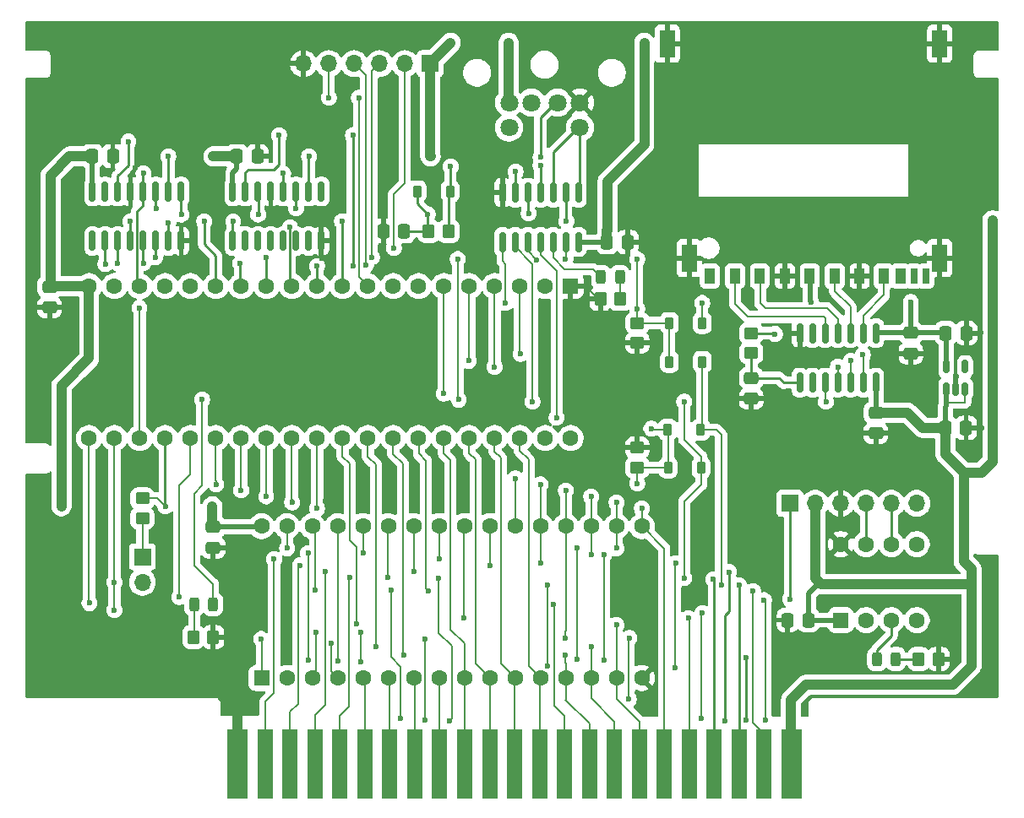
<source format=gbr>
%TF.GenerationSoftware,KiCad,Pcbnew,9.0.0*%
%TF.CreationDate,2025-03-18T20:07:55+01:00*%
%TF.ProjectId,SuperCPM65,53757065-7243-4504-9d36-352e6b696361,rev?*%
%TF.SameCoordinates,Original*%
%TF.FileFunction,Copper,L1,Top*%
%TF.FilePolarity,Positive*%
%FSLAX46Y46*%
G04 Gerber Fmt 4.6, Leading zero omitted, Abs format (unit mm)*
G04 Created by KiCad (PCBNEW 9.0.0) date 2025-03-18 20:07:55*
%MOMM*%
%LPD*%
G01*
G04 APERTURE LIST*
G04 Aperture macros list*
%AMRoundRect*
0 Rectangle with rounded corners*
0 $1 Rounding radius*
0 $2 $3 $4 $5 $6 $7 $8 $9 X,Y pos of 4 corners*
0 Add a 4 corners polygon primitive as box body*
4,1,4,$2,$3,$4,$5,$6,$7,$8,$9,$2,$3,0*
0 Add four circle primitives for the rounded corners*
1,1,$1+$1,$2,$3*
1,1,$1+$1,$4,$5*
1,1,$1+$1,$6,$7*
1,1,$1+$1,$8,$9*
0 Add four rect primitives between the rounded corners*
20,1,$1+$1,$2,$3,$4,$5,0*
20,1,$1+$1,$4,$5,$6,$7,0*
20,1,$1+$1,$6,$7,$8,$9,0*
20,1,$1+$1,$8,$9,$2,$3,0*%
G04 Aperture macros list end*
%TA.AperFunction,SMDPad,CuDef*%
%ADD10R,1.000000X1.500000*%
%TD*%
%TA.AperFunction,SMDPad,CuDef*%
%ADD11R,0.700000X1.500000*%
%TD*%
%TA.AperFunction,SMDPad,CuDef*%
%ADD12R,1.500000X2.800000*%
%TD*%
%TA.AperFunction,SMDPad,CuDef*%
%ADD13RoundRect,0.150000X0.150000X-0.825000X0.150000X0.825000X-0.150000X0.825000X-0.150000X-0.825000X0*%
%TD*%
%TA.AperFunction,ComponentPad*%
%ADD14RoundRect,0.250000X-0.550000X0.550000X-0.550000X-0.550000X0.550000X-0.550000X0.550000X0.550000X0*%
%TD*%
%TA.AperFunction,ComponentPad*%
%ADD15C,1.600000*%
%TD*%
%TA.AperFunction,SMDPad,CuDef*%
%ADD16RoundRect,0.150000X-0.150000X0.825000X-0.150000X-0.825000X0.150000X-0.825000X0.150000X0.825000X0*%
%TD*%
%TA.AperFunction,ComponentPad*%
%ADD17R,1.700000X1.700000*%
%TD*%
%TA.AperFunction,ComponentPad*%
%ADD18O,1.700000X1.700000*%
%TD*%
%TA.AperFunction,SMDPad,CuDef*%
%ADD19RoundRect,0.225000X-0.225000X-0.375000X0.225000X-0.375000X0.225000X0.375000X-0.225000X0.375000X0*%
%TD*%
%TA.AperFunction,SMDPad,CuDef*%
%ADD20RoundRect,0.250000X0.337500X0.475000X-0.337500X0.475000X-0.337500X-0.475000X0.337500X-0.475000X0*%
%TD*%
%TA.AperFunction,SMDPad,CuDef*%
%ADD21RoundRect,0.250000X0.350000X0.450000X-0.350000X0.450000X-0.350000X-0.450000X0.350000X-0.450000X0*%
%TD*%
%TA.AperFunction,SMDPad,CuDef*%
%ADD22RoundRect,0.250000X-0.475000X0.337500X-0.475000X-0.337500X0.475000X-0.337500X0.475000X0.337500X0*%
%TD*%
%TA.AperFunction,SMDPad,CuDef*%
%ADD23RoundRect,0.250000X-0.337500X-0.475000X0.337500X-0.475000X0.337500X0.475000X-0.337500X0.475000X0*%
%TD*%
%TA.AperFunction,ComponentPad*%
%ADD24C,1.800000*%
%TD*%
%TA.AperFunction,SMDPad,CuDef*%
%ADD25RoundRect,0.250000X-0.450000X0.350000X-0.450000X-0.350000X0.450000X-0.350000X0.450000X0.350000X0*%
%TD*%
%TA.AperFunction,SMDPad,CuDef*%
%ADD26RoundRect,0.243750X0.243750X0.456250X-0.243750X0.456250X-0.243750X-0.456250X0.243750X-0.456250X0*%
%TD*%
%TA.AperFunction,ComponentPad*%
%ADD27RoundRect,0.250000X0.550000X-0.550000X0.550000X0.550000X-0.550000X0.550000X-0.550000X-0.550000X0*%
%TD*%
%TA.AperFunction,SMDPad,CuDef*%
%ADD28RoundRect,0.243750X-0.243750X-0.456250X0.243750X-0.456250X0.243750X0.456250X-0.243750X0.456250X0*%
%TD*%
%TA.AperFunction,SMDPad,CuDef*%
%ADD29RoundRect,0.150000X0.150000X-0.512500X0.150000X0.512500X-0.150000X0.512500X-0.150000X-0.512500X0*%
%TD*%
%TA.AperFunction,SMDPad,CuDef*%
%ADD30RoundRect,0.250000X-0.350000X-0.450000X0.350000X-0.450000X0.350000X0.450000X-0.350000X0.450000X0*%
%TD*%
%TA.AperFunction,SMDPad,CuDef*%
%ADD31RoundRect,0.250000X0.450000X-0.350000X0.450000X0.350000X-0.450000X0.350000X-0.450000X-0.350000X0*%
%TD*%
%TA.AperFunction,ConnectorPad*%
%ADD32R,1.998980X7.000240*%
%TD*%
%TA.AperFunction,ConnectorPad*%
%ADD33R,1.501140X7.000240*%
%TD*%
%TA.AperFunction,ViaPad*%
%ADD34C,0.600000*%
%TD*%
%TA.AperFunction,Conductor*%
%ADD35C,0.250000*%
%TD*%
%TA.AperFunction,Conductor*%
%ADD36C,0.500000*%
%TD*%
%TA.AperFunction,Conductor*%
%ADD37C,0.200000*%
%TD*%
%TA.AperFunction,Conductor*%
%ADD38C,1.000000*%
%TD*%
G04 APERTURE END LIST*
D10*
%TO.P,J4,1,CD/DAT3*%
%TO.N,/SPI_CS_3V3*%
X135575000Y-68100000D03*
%TO.P,J4,2,CMD*%
%TO.N,/MOSI_3V3*%
X138075000Y-68100000D03*
%TO.P,J4,3,VSS1*%
%TO.N,GND*%
X140575000Y-68100000D03*
%TO.P,J4,4,VDD1*%
%TO.N,+3.3V*%
X143075000Y-68100000D03*
%TO.P,J4,5,CLK*%
%TO.N,/SCK_3V3*%
X145575000Y-68100000D03*
%TO.P,J4,6,VSS2*%
%TO.N,GND*%
X148075000Y-68100000D03*
%TO.P,J4,7,DAT0*%
%TO.N,/MISO_3V3*%
X150500000Y-68100000D03*
%TO.P,J4,8,DAT1*%
%TO.N,unconnected-(J4-DAT1-Pad8)*%
X152200000Y-68100000D03*
%TO.P,J4,9,DAT2*%
%TO.N,unconnected-(J4-DAT2-Pad9)*%
X133075000Y-68100000D03*
D11*
%TO.P,J4,CD_IND,CD_IND*%
%TO.N,unconnected-(J4-PadCD_IND)*%
X153500000Y-68100000D03*
D12*
%TO.P,J4,G1,SHIELD_GND*%
%TO.N,GND*%
X156100000Y-66300000D03*
%TO.P,J4,G2,SHIELD_GND__1*%
X131000000Y-66300000D03*
%TO.P,J4,G3,SHIELD_GND__2*%
X128800000Y-44800000D03*
%TO.P,J4,G4,SHIELD_GND__3*%
X156100000Y-44800000D03*
D11*
%TO.P,J4,WP,WP*%
%TO.N,unconnected-(J4-PadWP)*%
X154700000Y-68100000D03*
%TD*%
D13*
%TO.P,U5,1,QB*%
%TO.N,unconnected-(U5-QB-Pad1)*%
X71200000Y-64575000D03*
%TO.P,U5,2,QC*%
%TO.N,Net-(U4-PB7)*%
X72470000Y-64575000D03*
%TO.P,U5,3,QD*%
%TO.N,Net-(U4-PB6)*%
X73740000Y-64575000D03*
%TO.P,U5,4,QE*%
%TO.N,Net-(U4-PB5)*%
X75010000Y-64575000D03*
%TO.P,U5,5,QF*%
%TO.N,Net-(U4-PB4)*%
X76280000Y-64575000D03*
%TO.P,U5,6,QG*%
%TO.N,Net-(U4-PB3)*%
X77550000Y-64575000D03*
%TO.P,U5,7,QH*%
%TO.N,Net-(U4-PB2)*%
X78820000Y-64575000D03*
%TO.P,U5,8,GND*%
%TO.N,GND*%
X80090000Y-64575000D03*
%TO.P,U5,9,QH'*%
%TO.N,Net-(U5-QH')*%
X80090000Y-59625000D03*
%TO.P,U5,10,~{SRCLR}*%
%TO.N,+5V*%
X78820000Y-59625000D03*
%TO.P,U5,11,SRCLK*%
%TO.N,Net-(U5-SRCLK)*%
X77550000Y-59625000D03*
%TO.P,U5,12,RCLK*%
%TO.N,Net-(U4-CB1)*%
X76280000Y-59625000D03*
%TO.P,U5,13,~{OE}*%
%TO.N,GND*%
X75010000Y-59625000D03*
%TO.P,U5,14,SER*%
%TO.N,/KB_DATA*%
X73740000Y-59625000D03*
%TO.P,U5,15,QA*%
%TO.N,unconnected-(U5-QA-Pad15)*%
X72470000Y-59625000D03*
%TO.P,U5,16,VCC*%
%TO.N,+5V*%
X71200000Y-59625000D03*
%TD*%
D14*
%TO.P,U4,1,VSS*%
%TO.N,GND*%
X119120000Y-69100000D03*
D15*
%TO.P,U4,2,PA0*%
%TO.N,/PA0*%
X116580000Y-69100000D03*
%TO.P,U4,3,PA1*%
%TO.N,/MISO*%
X114040000Y-69100000D03*
%TO.P,U4,4,PA2*%
%TO.N,/MOSI*%
X111500000Y-69100000D03*
%TO.P,U4,5,PA3*%
%TO.N,/SCK*%
X108960000Y-69100000D03*
%TO.P,U4,6,PA4*%
%TO.N,/SPI_CS*%
X106420000Y-69100000D03*
%TO.P,U4,7,PA5*%
%TO.N,/PA5*%
X103880000Y-69100000D03*
%TO.P,U4,8,PA6*%
%TO.N,/PA6*%
X101340000Y-69100000D03*
%TO.P,U4,9,PA7*%
%TO.N,/PA7*%
X98800000Y-69100000D03*
%TO.P,U4,10,PB0*%
%TO.N,Net-(U4-PB0)*%
X96260000Y-69100000D03*
%TO.P,U4,11,PB1*%
%TO.N,Net-(U4-PB1)*%
X93720000Y-69100000D03*
%TO.P,U4,12,PB2*%
%TO.N,Net-(U4-PB2)*%
X91180000Y-69100000D03*
%TO.P,U4,13,PB3*%
%TO.N,Net-(U4-PB3)*%
X88640000Y-69100000D03*
%TO.P,U4,14,PB4*%
%TO.N,Net-(U4-PB4)*%
X86100000Y-69100000D03*
%TO.P,U4,15,PB5*%
%TO.N,Net-(U4-PB5)*%
X83560000Y-69100000D03*
%TO.P,U4,16,PB6*%
%TO.N,Net-(U4-PB6)*%
X81020000Y-69100000D03*
%TO.P,U4,17,PB7*%
%TO.N,Net-(U4-PB7)*%
X78480000Y-69100000D03*
%TO.P,U4,18,CB1*%
%TO.N,Net-(U4-CB1)*%
X75940000Y-69100000D03*
%TO.P,U4,19,CB2*%
%TO.N,unconnected-(U4-CB2-Pad19)*%
X73400000Y-69100000D03*
%TO.P,U4,20,VCC*%
%TO.N,+5V*%
X70860000Y-69100000D03*
%TO.P,U4,21,~{IRQ}*%
%TO.N,~{IRQ}*%
X70860000Y-84340000D03*
%TO.P,U4,22,R/~{W}*%
%TO.N,~{WR}*%
X73400000Y-84340000D03*
%TO.P,U4,23,~{CS2}*%
%TO.N,~{CE_VIA}*%
X75940000Y-84340000D03*
%TO.P,U4,24,CS1*%
%TO.N,+5V*%
X78480000Y-84340000D03*
%TO.P,U4,25,\u03D52*%
%TO.N,CLK*%
X81020000Y-84340000D03*
%TO.P,U4,26,D7*%
%TO.N,/D7*%
X83560000Y-84340000D03*
%TO.P,U4,27,D6*%
%TO.N,/D6*%
X86100000Y-84340000D03*
%TO.P,U4,28,D5*%
%TO.N,/D5*%
X88640000Y-84340000D03*
%TO.P,U4,29,D4*%
%TO.N,/D4*%
X91180000Y-84340000D03*
%TO.P,U4,30,D3*%
%TO.N,/D3*%
X93720000Y-84340000D03*
%TO.P,U4,31,D2*%
%TO.N,/D2*%
X96260000Y-84340000D03*
%TO.P,U4,32,D1*%
%TO.N,/D1*%
X98800000Y-84340000D03*
%TO.P,U4,33,D0*%
%TO.N,/D0*%
X101340000Y-84340000D03*
%TO.P,U4,34,~{RES}*%
%TO.N,~{RES}*%
X103880000Y-84340000D03*
%TO.P,U4,35,RS3*%
%TO.N,/A3*%
X106420000Y-84340000D03*
%TO.P,U4,36,RS2*%
%TO.N,/A2*%
X108960000Y-84340000D03*
%TO.P,U4,37,RS1*%
%TO.N,/A1*%
X111500000Y-84340000D03*
%TO.P,U4,38,RS0*%
%TO.N,/A0*%
X114040000Y-84340000D03*
%TO.P,U4,39,CA2*%
%TO.N,unconnected-(U4-CA2-Pad39)*%
X116580000Y-84340000D03*
%TO.P,U4,40,CA1*%
%TO.N,unconnected-(U4-CA1-Pad40)*%
X119120000Y-84340000D03*
%TD*%
D16*
%TO.P,U7,1,VCCA*%
%TO.N,+3.3V*%
X149710000Y-73825000D03*
%TO.P,U7,2,A1*%
%TO.N,/MISO_3V3*%
X148440000Y-73825000D03*
%TO.P,U7,3,A2*%
%TO.N,/SCK_3V3*%
X147170000Y-73825000D03*
%TO.P,U7,4,A3*%
%TO.N,/MOSI_3V3*%
X145900000Y-73825000D03*
%TO.P,U7,5,A4*%
%TO.N,/SPI_CS_3V3*%
X144630000Y-73825000D03*
%TO.P,U7,6,NC*%
%TO.N,unconnected-(U7-NC-Pad6)*%
X143360000Y-73825000D03*
%TO.P,U7,7,GND*%
%TO.N,GND*%
X142090000Y-73825000D03*
%TO.P,U7,8,OE*%
%TO.N,Net-(U7-OE)*%
X142090000Y-78775000D03*
%TO.P,U7,9,NC*%
%TO.N,unconnected-(U7-NC-Pad9)*%
X143360000Y-78775000D03*
%TO.P,U7,10,B4*%
%TO.N,/SPI_CS*%
X144630000Y-78775000D03*
%TO.P,U7,11,B3*%
%TO.N,/MOSI*%
X145900000Y-78775000D03*
%TO.P,U7,12,B2*%
%TO.N,/SCK*%
X147170000Y-78775000D03*
%TO.P,U7,13,B1*%
%TO.N,/MISO*%
X148440000Y-78775000D03*
%TO.P,U7,14,VCCB*%
%TO.N,+5V*%
X149710000Y-78775000D03*
%TD*%
D17*
%TO.P,J2,1,Pin_1*%
%TO.N,/~{MCLR}{slash}VPP*%
X141100000Y-90900000D03*
D18*
%TO.P,J2,2,Pin_2*%
%TO.N,+5V*%
X143640000Y-90900000D03*
%TO.P,J2,3,Pin_3*%
%TO.N,GND*%
X146180000Y-90900000D03*
%TO.P,J2,4,Pin_4*%
%TO.N,CIC_IN*%
X148720000Y-90900000D03*
%TO.P,J2,5,Pin_5*%
%TO.N,CIC_OUT*%
X151260000Y-90900000D03*
%TO.P,J2,6,Pin_6*%
%TO.N,unconnected-(J2-Pin_6-Pad6)*%
X153800000Y-90900000D03*
%TD*%
D19*
%TO.P,D1,1,K*%
%TO.N,~{CE_ROM}*%
X128850000Y-83500000D03*
%TO.P,D1,2,A*%
%TO.N,~{CART}*%
X132150000Y-83500000D03*
%TD*%
D20*
%TO.P,C7,1*%
%TO.N,Net-(D8-K)*%
X102437500Y-63600000D03*
%TO.P,C7,2*%
%TO.N,GND*%
X100362500Y-63600000D03*
%TD*%
D19*
%TO.P,D8,1,K*%
%TO.N,Net-(D8-K)*%
X103750000Y-59600000D03*
%TO.P,D8,2,A*%
%TO.N,Net-(D8-A)*%
X107050000Y-59600000D03*
%TD*%
D21*
%TO.P,R5,1*%
%TO.N,Net-(D6-K)*%
X124100000Y-70400000D03*
%TO.P,R5,2*%
%TO.N,GND*%
X122100000Y-70400000D03*
%TD*%
D22*
%TO.P,C6,1*%
%TO.N,+3.3V*%
X153210000Y-73787500D03*
%TO.P,C6,2*%
%TO.N,GND*%
X153210000Y-75862500D03*
%TD*%
D23*
%TO.P,C4,1*%
%TO.N,+5V*%
X156672500Y-83325000D03*
%TO.P,C4,2*%
%TO.N,GND*%
X158747500Y-83325000D03*
%TD*%
D19*
%TO.P,D4,1,K*%
%TO.N,~{CE_VIA}*%
X129000000Y-72800000D03*
%TO.P,D4,2,A*%
%TO.N,Net-(D4-A)*%
X132300000Y-72800000D03*
%TD*%
D20*
%TO.P,C1,1*%
%TO.N,+5V*%
X142937500Y-102600000D03*
%TO.P,C1,2*%
%TO.N,GND*%
X140862500Y-102600000D03*
%TD*%
D24*
%TO.P,J5,1*%
%TO.N,/KB_DATA*%
X117800000Y-50700000D03*
%TO.P,J5,2*%
%TO.N,unconnected-(J5-Pad2)*%
X115200000Y-50700000D03*
%TO.P,J5,3*%
%TO.N,GND*%
X120050000Y-50700000D03*
%TO.P,J5,4*%
%TO.N,+5V*%
X112950000Y-50700000D03*
%TO.P,J5,5*%
%TO.N,/KB_CLK*%
X120050000Y-53200000D03*
%TO.P,J5,6*%
%TO.N,unconnected-(J5-Pad6)*%
X112950000Y-53200000D03*
%TD*%
D25*
%TO.P,R3,1*%
%TO.N,+5V*%
X76200000Y-90400000D03*
%TO.P,R3,2*%
%TO.N,Net-(J1-Pin_1)*%
X76200000Y-92400000D03*
%TD*%
D26*
%TO.P,D7,1,K*%
%TO.N,Net-(D7-K)*%
X151700000Y-106500000D03*
%TO.P,D7,2,A*%
%TO.N,Net-(D7-A)*%
X149825000Y-106500000D03*
%TD*%
D27*
%TO.P,U2,1,VDD*%
%TO.N,+5V*%
X146190000Y-102605000D03*
D15*
%TO.P,U2,2,GP5*%
%TO.N,CIC_CLK*%
X148730000Y-102605000D03*
%TO.P,U2,3,GP4*%
%TO.N,Net-(D7-A)*%
X151270000Y-102605000D03*
%TO.P,U2,4,GP3*%
%TO.N,/~{MCLR}{slash}VPP*%
X153810000Y-102605000D03*
%TO.P,U2,5,GP2*%
%TO.N,CIC_RST*%
X153810000Y-94985000D03*
%TO.P,U2,6,GP1*%
%TO.N,CIC_OUT*%
X151270000Y-94985000D03*
%TO.P,U2,7,GP0*%
%TO.N,CIC_IN*%
X148730000Y-94985000D03*
%TO.P,U2,8,VSS*%
%TO.N,GND*%
X146190000Y-94985000D03*
%TD*%
D22*
%TO.P,C3,1*%
%TO.N,+5V*%
X66900000Y-69162500D03*
%TO.P,C3,2*%
%TO.N,GND*%
X66900000Y-71237500D03*
%TD*%
D19*
%TO.P,D3,1,K*%
%TO.N,~{CE_ROM}*%
X128900000Y-87300000D03*
%TO.P,D3,2,A*%
%TO.N,/BA3*%
X132200000Y-87300000D03*
%TD*%
D17*
%TO.P,J3,1,Pin_1*%
%TO.N,+5V*%
X105040000Y-46800000D03*
D18*
%TO.P,J3,2,Pin_2*%
%TO.N,/PA0*%
X102500000Y-46800000D03*
%TO.P,J3,3,Pin_3*%
%TO.N,/PA5*%
X99960000Y-46800000D03*
%TO.P,J3,4,Pin_4*%
%TO.N,/PA6*%
X97420000Y-46800000D03*
%TO.P,J3,5,Pin_5*%
%TO.N,/PA7*%
X94880000Y-46800000D03*
%TO.P,J3,6,Pin_6*%
%TO.N,GND*%
X92340000Y-46800000D03*
%TD*%
D28*
%TO.P,D5,1,K*%
%TO.N,Net-(D5-K)*%
X81400000Y-101000000D03*
%TO.P,D5,2,A*%
%TO.N,Net-(D5-A)*%
X83275000Y-101000000D03*
%TD*%
D13*
%TO.P,U6,1,QB*%
%TO.N,Net-(U4-PB0)*%
X85255000Y-64575000D03*
%TO.P,U6,2,QC*%
%TO.N,unconnected-(U6-QC-Pad2)*%
X86525000Y-64575000D03*
%TO.P,U6,3,QD*%
%TO.N,unconnected-(U6-QD-Pad3)*%
X87795000Y-64575000D03*
%TO.P,U6,4,QE*%
%TO.N,unconnected-(U6-QE-Pad4)*%
X89065000Y-64575000D03*
%TO.P,U6,5,QF*%
%TO.N,unconnected-(U6-QF-Pad5)*%
X90335000Y-64575000D03*
%TO.P,U6,6,QG*%
%TO.N,unconnected-(U6-QG-Pad6)*%
X91605000Y-64575000D03*
%TO.P,U6,7,QH*%
%TO.N,unconnected-(U6-QH-Pad7)*%
X92875000Y-64575000D03*
%TO.P,U6,8,GND*%
%TO.N,GND*%
X94145000Y-64575000D03*
%TO.P,U6,9,QH'*%
%TO.N,unconnected-(U6-QH&apos;-Pad9)*%
X94145000Y-59625000D03*
%TO.P,U6,10,~{SRCLR}*%
%TO.N,+5V*%
X92875000Y-59625000D03*
%TO.P,U6,11,SRCLK*%
%TO.N,Net-(U5-SRCLK)*%
X91605000Y-59625000D03*
%TO.P,U6,12,RCLK*%
%TO.N,Net-(U4-CB1)*%
X90335000Y-59625000D03*
%TO.P,U6,13,~{OE}*%
%TO.N,GND*%
X89065000Y-59625000D03*
%TO.P,U6,14,SER*%
%TO.N,Net-(U5-QH')*%
X87795000Y-59625000D03*
%TO.P,U6,15,QA*%
%TO.N,Net-(U4-PB1)*%
X86525000Y-59625000D03*
%TO.P,U6,16,VCC*%
%TO.N,+5V*%
X85255000Y-59625000D03*
%TD*%
D17*
%TO.P,J1,1,Pin_1*%
%TO.N,Net-(J1-Pin_1)*%
X76200000Y-96260000D03*
D18*
%TO.P,J1,2,Pin_2*%
%TO.N,~{WR}*%
X76200000Y-98800000D03*
%TD*%
D23*
%TO.P,C8,1*%
%TO.N,+3.3V*%
X156710000Y-73825000D03*
%TO.P,C8,2*%
%TO.N,GND*%
X158785000Y-73825000D03*
%TD*%
D29*
%TO.P,U8,1,VIN*%
%TO.N,+5V*%
X156760000Y-79462500D03*
%TO.P,U8,2,GND*%
%TO.N,GND*%
X157710000Y-79462500D03*
%TO.P,U8,3,EN*%
%TO.N,+5V*%
X158660000Y-79462500D03*
%TO.P,U8,4,NC*%
%TO.N,unconnected-(U8-NC-Pad4)*%
X158660000Y-77187500D03*
%TO.P,U8,5,VOUT*%
%TO.N,+3.3V*%
X156760000Y-77187500D03*
%TD*%
D19*
%TO.P,D2,1,K*%
%TO.N,~{CE_VIA}*%
X129000000Y-76700000D03*
%TO.P,D2,2,A*%
%TO.N,~{CART}*%
X132300000Y-76700000D03*
%TD*%
D30*
%TO.P,R6,1*%
%TO.N,Net-(D7-K)*%
X154000000Y-106500000D03*
%TO.P,R6,2*%
%TO.N,GND*%
X156000000Y-106500000D03*
%TD*%
D31*
%TO.P,R1,1*%
%TO.N,~{CE_ROM}*%
X125800000Y-87300000D03*
%TO.P,R1,2*%
%TO.N,GND*%
X125800000Y-85300000D03*
%TD*%
D25*
%TO.P,R2,1*%
%TO.N,~{CE_VIA}*%
X125800000Y-72800000D03*
%TO.P,R2,2*%
%TO.N,GND*%
X125800000Y-74800000D03*
%TD*%
D23*
%TO.P,C12,1*%
%TO.N,+5V*%
X85662500Y-56075000D03*
%TO.P,C12,2*%
%TO.N,GND*%
X87737500Y-56075000D03*
%TD*%
D32*
%TO.P,CON1,5,GND*%
%TO.N,GND*%
X85750520Y-117000000D03*
D33*
%TO.P,CON1,6,A11*%
%TO.N,/A11*%
X88498800Y-117000000D03*
%TO.P,CON1,7,A10*%
%TO.N,/A10*%
X91000700Y-117000000D03*
%TO.P,CON1,8,A9*%
%TO.N,/A9*%
X93500060Y-117000000D03*
%TO.P,CON1,9,A8*%
%TO.N,/A8*%
X95999420Y-117000000D03*
%TO.P,CON1,10,A7*%
%TO.N,/A7*%
X98498780Y-117000000D03*
%TO.P,CON1,11,A6*%
%TO.N,/A6*%
X101000680Y-117000000D03*
%TO.P,CON1,12,A5*%
%TO.N,/A5*%
X103500040Y-117000000D03*
%TO.P,CON1,13,A4*%
%TO.N,/A4*%
X105999400Y-117000000D03*
%TO.P,CON1,14,A3*%
%TO.N,/A3*%
X108498760Y-117000000D03*
%TO.P,CON1,15,A2*%
%TO.N,/A2*%
X111000660Y-117000000D03*
%TO.P,CON1,16,A1*%
%TO.N,/A1*%
X113500020Y-117000000D03*
%TO.P,CON1,17,A0*%
%TO.N,/A0*%
X115999380Y-117000000D03*
%TO.P,CON1,18,~{IRQ}*%
%TO.N,~{IRQ}*%
X118501280Y-117000000D03*
%TO.P,CON1,19,D0*%
%TO.N,/D0*%
X121000640Y-117000000D03*
%TO.P,CON1,20,D1*%
%TO.N,/D1*%
X123500000Y-117000000D03*
%TO.P,CON1,21,D2*%
%TO.N,/D2*%
X125999360Y-117000000D03*
%TO.P,CON1,22,D3*%
%TO.N,/D3*%
X128501260Y-117000000D03*
%TO.P,CON1,23,~{RD}*%
%TO.N,~{RD}*%
X131000620Y-117000000D03*
%TO.P,CON1,24,CIC_OUT*%
%TO.N,CIC_OUT*%
X133499980Y-117000000D03*
%TO.P,CON1,25,CIC_RST*%
%TO.N,CIC_RST*%
X135999340Y-117000000D03*
%TO.P,CON1,26,~{RESET}*%
%TO.N,~{RES}*%
X138501240Y-117000000D03*
D32*
%TO.P,CON1,27,Vcc*%
%TO.N,+5V*%
X141249520Y-117000000D03*
%TD*%
D22*
%TO.P,C2,1*%
%TO.N,+5V*%
X83300000Y-93262500D03*
%TO.P,C2,2*%
%TO.N,GND*%
X83300000Y-95337500D03*
%TD*%
D26*
%TO.P,D6,1,K*%
%TO.N,Net-(D6-K)*%
X124037500Y-68200000D03*
%TO.P,D6,2,A*%
%TO.N,Net-(D6-A)*%
X122162500Y-68200000D03*
%TD*%
D22*
%TO.P,C10,1*%
%TO.N,Net-(U7-OE)*%
X137210000Y-78325000D03*
%TO.P,C10,2*%
%TO.N,GND*%
X137210000Y-80400000D03*
%TD*%
D23*
%TO.P,C9,1*%
%TO.N,+5V*%
X122762500Y-64700000D03*
%TO.P,C9,2*%
%TO.N,GND*%
X124837500Y-64700000D03*
%TD*%
D30*
%TO.P,R8,1*%
%TO.N,Net-(D8-K)*%
X104900000Y-63600000D03*
%TO.P,R8,2*%
%TO.N,Net-(D8-A)*%
X106900000Y-63600000D03*
%TD*%
D27*
%TO.P,U3,1,NC*%
%TO.N,/BA2*%
X88150000Y-108420000D03*
D15*
%TO.P,U3,2,A16*%
%TO.N,/BA0*%
X90690000Y-108420000D03*
%TO.P,U3,3,A15*%
%TO.N,/A15*%
X93230000Y-108420000D03*
%TO.P,U3,4,A12*%
%TO.N,/A12*%
X95770000Y-108420000D03*
%TO.P,U3,5,A7*%
%TO.N,/A7*%
X98310000Y-108420000D03*
%TO.P,U3,6,A6*%
%TO.N,/A6*%
X100850000Y-108420000D03*
%TO.P,U3,7,A5*%
%TO.N,/A5*%
X103390000Y-108420000D03*
%TO.P,U3,8,A4*%
%TO.N,/A4*%
X105930000Y-108420000D03*
%TO.P,U3,9,A3*%
%TO.N,/A3*%
X108470000Y-108420000D03*
%TO.P,U3,10,A2*%
%TO.N,/A2*%
X111010000Y-108420000D03*
%TO.P,U3,11,A1*%
%TO.N,/A1*%
X113550000Y-108420000D03*
%TO.P,U3,12,A0*%
%TO.N,/A0*%
X116090000Y-108420000D03*
%TO.P,U3,13,D0*%
%TO.N,/D0*%
X118630000Y-108420000D03*
%TO.P,U3,14,D1*%
%TO.N,/D1*%
X121170000Y-108420000D03*
%TO.P,U3,15,D2*%
%TO.N,/D2*%
X123710000Y-108420000D03*
%TO.P,U3,16,GND*%
%TO.N,GND*%
X126250000Y-108420000D03*
%TO.P,U3,17,D3*%
%TO.N,/D3*%
X126250000Y-93180000D03*
%TO.P,U3,18,D4*%
%TO.N,/D4*%
X123710000Y-93180000D03*
%TO.P,U3,19,D5*%
%TO.N,/D5*%
X121170000Y-93180000D03*
%TO.P,U3,20,D6*%
%TO.N,/D6*%
X118630000Y-93180000D03*
%TO.P,U3,21,D7*%
%TO.N,/D7*%
X116090000Y-93180000D03*
%TO.P,U3,22,CE*%
%TO.N,~{CE_ROM}*%
X113550000Y-93180000D03*
%TO.P,U3,23,A10*%
%TO.N,/A10*%
X111010000Y-93180000D03*
%TO.P,U3,24,OE*%
%TO.N,~{RD}*%
X108470000Y-93180000D03*
%TO.P,U3,25,A11*%
%TO.N,/A11*%
X105930000Y-93180000D03*
%TO.P,U3,26,A9*%
%TO.N,/A9*%
X103390000Y-93180000D03*
%TO.P,U3,27,A8*%
%TO.N,/A8*%
X100850000Y-93180000D03*
%TO.P,U3,28,A13*%
%TO.N,/A13*%
X98310000Y-93180000D03*
%TO.P,U3,29,A14*%
%TO.N,/A14*%
X95770000Y-93180000D03*
%TO.P,U3,30,NC*%
%TO.N,/BA1*%
X93230000Y-93180000D03*
%TO.P,U3,31,PGM*%
%TO.N,Net-(J1-Pin_1)*%
X90690000Y-93180000D03*
%TO.P,U3,32,VCC*%
%TO.N,+5V*%
X88150000Y-93180000D03*
%TD*%
D30*
%TO.P,R4,1*%
%TO.N,Net-(D5-K)*%
X81300000Y-104300000D03*
%TO.P,R4,2*%
%TO.N,GND*%
X83300000Y-104300000D03*
%TD*%
D16*
%TO.P,U1,1*%
%TO.N,/KB_CLK*%
X119910000Y-59725000D03*
%TO.P,U1,2*%
%TO.N,Net-(U5-SRCLK)*%
X118640000Y-59725000D03*
%TO.P,U1,3*%
%TO.N,/KB_CLK*%
X117370000Y-59725000D03*
%TO.P,U1,4*%
%TO.N,Net-(D8-A)*%
X116100000Y-59725000D03*
%TO.P,U1,5*%
%TO.N,Net-(D8-K)*%
X114830000Y-59725000D03*
%TO.P,U1,6*%
%TO.N,Net-(U4-CB1)*%
X113560000Y-59725000D03*
%TO.P,U1,7,GND*%
%TO.N,GND*%
X112290000Y-59725000D03*
%TO.P,U1,8*%
%TO.N,Net-(D4-A)*%
X112290000Y-64675000D03*
%TO.P,U1,9*%
%TO.N,/BA3*%
X113560000Y-64675000D03*
%TO.P,U1,10*%
%TO.N,Net-(D5-A)*%
X114830000Y-64675000D03*
%TO.P,U1,11*%
%TO.N,~{CE_ROM}*%
X116100000Y-64675000D03*
%TO.P,U1,12*%
%TO.N,Net-(D6-A)*%
X117370000Y-64675000D03*
%TO.P,U1,13*%
%TO.N,~{CE_VIA}*%
X118640000Y-64675000D03*
%TO.P,U1,14,VCC*%
%TO.N,+5V*%
X119910000Y-64675000D03*
%TD*%
D25*
%TO.P,R7,1*%
%TO.N,+3.3V*%
X137210000Y-73825000D03*
%TO.P,R7,2*%
%TO.N,Net-(U7-OE)*%
X137210000Y-75825000D03*
%TD*%
D23*
%TO.P,C11,1*%
%TO.N,+5V*%
X71162500Y-56075000D03*
%TO.P,C11,2*%
%TO.N,GND*%
X73237500Y-56075000D03*
%TD*%
D22*
%TO.P,C5,1*%
%TO.N,+5V*%
X149710000Y-81787500D03*
%TO.P,C5,2*%
%TO.N,GND*%
X149710000Y-83862500D03*
%TD*%
D34*
%TO.N,GND*%
X158000000Y-66100000D03*
X160800000Y-52400000D03*
X94200000Y-66300000D03*
X65500000Y-49900000D03*
X80700000Y-76700000D03*
X94100000Y-61975000D03*
X161000000Y-102800000D03*
X87800000Y-54000000D03*
X153200000Y-77100000D03*
X141600000Y-85600000D03*
X65500000Y-51100000D03*
X73000000Y-80100000D03*
X75500000Y-57300000D03*
X110700000Y-87200000D03*
X90600000Y-98600000D03*
X87300000Y-87100000D03*
X160800000Y-54000000D03*
X142100000Y-75400000D03*
X81500000Y-64600000D03*
X157700000Y-78200000D03*
X94900000Y-87200000D03*
X81000000Y-109400000D03*
X83200000Y-109400000D03*
X131000000Y-63800000D03*
X148100000Y-66300000D03*
X140600000Y-66200000D03*
X84300000Y-109400000D03*
X140200000Y-85600000D03*
X113200000Y-86700000D03*
X100700000Y-87200000D03*
X139500000Y-102600000D03*
X89100000Y-61925000D03*
X160300000Y-83300000D03*
X73200000Y-54300000D03*
X137200000Y-85600000D03*
X132300000Y-91600000D03*
X84100000Y-76700000D03*
X126700000Y-64800000D03*
X138700000Y-85600000D03*
X83300000Y-97200000D03*
X160800000Y-50900000D03*
X108200000Y-87200000D03*
X160200000Y-73800000D03*
X112300000Y-58100000D03*
X103500000Y-87200000D03*
X66900000Y-73000000D03*
X65500000Y-52400000D03*
X84800000Y-87100000D03*
X84800000Y-104300000D03*
X157500000Y-106500000D03*
X149700000Y-85500000D03*
X89800000Y-87000000D03*
X79900000Y-109400000D03*
X82100000Y-109400000D03*
X78900000Y-109400000D03*
X98000000Y-87200000D03*
X160800000Y-55500000D03*
X161000000Y-105100000D03*
X161000000Y-101100000D03*
X82400000Y-76700000D03*
X161000000Y-99500000D03*
X92400000Y-87300000D03*
X90500000Y-103100000D03*
X92100000Y-94900000D03*
X106000000Y-87200000D03*
%TO.N,+3.3V*%
X139600000Y-73900000D03*
X143200000Y-70700000D03*
X153200000Y-70700000D03*
%TO.N,+5V*%
X78800000Y-56100000D03*
X107100000Y-44700000D03*
X105100000Y-56100000D03*
X126500000Y-44700000D03*
X68100000Y-91200000D03*
X83300000Y-56100000D03*
X78500000Y-91200000D03*
X161400000Y-62500000D03*
X141200000Y-110600000D03*
X92900000Y-56100000D03*
X112900000Y-44700000D03*
X68900000Y-56100000D03*
X122800000Y-62500000D03*
X83200000Y-91200000D03*
%TO.N,Net-(D8-K)*%
X104800000Y-61900000D03*
X114900000Y-61800000D03*
%TO.N,/BA1*%
X93500000Y-99600000D03*
X101100000Y-99600000D03*
X102100000Y-112500000D03*
%TO.N,/A9*%
X94500000Y-97700000D03*
X103400000Y-97700000D03*
%TO.N,CIC_IN*%
X134600000Y-112700000D03*
X135000000Y-97775000D03*
%TO.N,/A13*%
X92800000Y-95900000D03*
X98300000Y-95900000D03*
X92800000Y-106600000D03*
%TO.N,/BA2*%
X104500000Y-104500000D03*
X104500000Y-112600000D03*
X88100000Y-104500000D03*
%TO.N,/D6*%
X124950000Y-110550000D03*
X125000000Y-104400000D03*
X86100000Y-89600000D03*
X118630000Y-89600000D03*
X118600000Y-104400000D03*
%TO.N,CLK*%
X79900000Y-100300000D03*
X138500000Y-100600000D03*
X138600000Y-112600000D03*
%TO.N,/A8*%
X97000000Y-98300000D03*
X100800000Y-98300000D03*
%TO.N,~{CART}*%
X116800000Y-99100000D03*
X116800000Y-107200000D03*
X134200000Y-99100000D03*
%TO.N,/A12*%
X95100000Y-104900000D03*
%TO.N,CIC_RST*%
X135999340Y-99100000D03*
%TO.N,/D3*%
X93700000Y-91400000D03*
X126250000Y-91400000D03*
%TO.N,/D4*%
X123700000Y-95400000D03*
X123710000Y-90800000D03*
X91200000Y-90800000D03*
X119800000Y-95400000D03*
X119800000Y-106500000D03*
%TO.N,/A15*%
X93600000Y-103800000D03*
X98100000Y-106800000D03*
X98100000Y-103800000D03*
%TO.N,/BA3*%
X115300000Y-80700000D03*
X130500000Y-98400000D03*
X130500000Y-80700000D03*
X107000000Y-112700000D03*
X105900000Y-98400000D03*
%TO.N,/A11*%
X89400000Y-96500000D03*
X105950000Y-96450000D03*
%TO.N,/D0*%
X102400000Y-106100000D03*
X118600000Y-106100000D03*
%TO.N,/A10*%
X111000000Y-97100000D03*
X92000000Y-97100000D03*
%TO.N,/D2*%
X123700000Y-103100000D03*
X97700000Y-103000000D03*
%TO.N,CIC_CLK*%
X136700000Y-112600000D03*
X136700000Y-106400000D03*
%TO.N,/D5*%
X122500000Y-96000000D03*
X121170000Y-90200000D03*
X121200000Y-96000000D03*
X88600000Y-90200000D03*
X122500000Y-106600000D03*
%TO.N,/D1*%
X121200000Y-105300000D03*
X99600000Y-105300000D03*
%TO.N,~{WR}*%
X132300000Y-101900000D03*
X132200000Y-112500000D03*
X73400000Y-98800000D03*
X73400000Y-101600000D03*
%TO.N,~{IRQ}*%
X117400000Y-101000000D03*
X70900000Y-100900000D03*
%TO.N,/D7*%
X129600000Y-107400000D03*
X116150000Y-96900000D03*
X116100000Y-89000000D03*
X83600000Y-89000000D03*
X129650000Y-96900000D03*
%TO.N,~{RES}*%
X104900000Y-99700000D03*
X137400000Y-99700000D03*
%TO.N,~{RD}*%
X108400000Y-102400000D03*
X130900000Y-102400000D03*
%TO.N,/A14*%
X95800000Y-106700000D03*
%TO.N,CIC_OUT*%
X133430777Y-98500000D03*
%TO.N,Net-(D4-A)*%
X112600000Y-70800000D03*
X132300000Y-70800000D03*
%TO.N,Net-(D5-A)*%
X107900000Y-80500000D03*
X115725735Y-66474265D03*
X107800000Y-66400000D03*
X82200000Y-80500000D03*
%TO.N,~{CE_ROM}*%
X127200000Y-83400000D03*
X113600000Y-88400000D03*
X125800000Y-88900000D03*
X117700000Y-82300000D03*
%TO.N,~{CE_VIA}*%
X125800000Y-66400000D03*
X75900000Y-71300000D03*
X118600000Y-66400000D03*
X125800000Y-71400000D03*
%TO.N,Net-(D8-A)*%
X116100000Y-57000003D03*
X107100000Y-57100000D03*
%TO.N,/MOSI*%
X111500000Y-77200000D03*
X145900000Y-77200000D03*
%TO.N,/SPI_CS*%
X144700000Y-80700000D03*
X106400000Y-79900000D03*
%TO.N,/SCK*%
X147200000Y-76600000D03*
X108900000Y-76600000D03*
%TO.N,Net-(J1-Pin_1)*%
X90700000Y-95400000D03*
%TO.N,/MISO*%
X114100000Y-75900000D03*
X148400000Y-76000000D03*
%TO.N,/PA0*%
X101400000Y-65300000D03*
%TO.N,/PA5*%
X99200000Y-66200000D03*
%TO.N,/PA6*%
X98600000Y-67000000D03*
%TO.N,/PA7*%
X94900000Y-50200000D03*
X97900000Y-50200000D03*
%TO.N,Net-(U4-CB1)*%
X76300000Y-57800000D03*
X113600000Y-57625003D03*
X90300000Y-57800000D03*
%TO.N,Net-(U4-PB3)*%
X88600000Y-66200000D03*
X77500000Y-66200000D03*
%TO.N,Net-(U4-PB5)*%
X82400000Y-62600000D03*
X75000000Y-62600000D03*
%TO.N,Net-(U4-PB0)*%
X85300000Y-62600000D03*
X96200000Y-62600000D03*
%TO.N,Net-(U4-PB6)*%
X73700000Y-66800000D03*
%TO.N,Net-(U5-SRCLK)*%
X77600000Y-61300000D03*
X118700000Y-62600000D03*
X91600000Y-61300000D03*
%TO.N,Net-(U4-PB1)*%
X89900000Y-54000000D03*
X97300000Y-54000000D03*
X93700000Y-67100000D03*
X97300000Y-67100000D03*
%TO.N,Net-(U4-PB4)*%
X86000000Y-66825000D03*
X76300000Y-66800000D03*
%TO.N,/KB_DATA*%
X74800000Y-54600000D03*
X116100000Y-56200000D03*
%TO.N,Net-(U5-QH')*%
X80100000Y-61925000D03*
X87800000Y-61925000D03*
%TO.N,Net-(U4-PB2)*%
X78800000Y-62800000D03*
X91000000Y-63225000D03*
%TO.N,Net-(U4-PB7)*%
X72500000Y-66900000D03*
%TO.N,/~{MCLR}{slash}VPP*%
X141100000Y-100500000D03*
%TD*%
D35*
%TO.N,GND*%
X149710000Y-83862500D02*
X149710000Y-85490000D01*
X140862500Y-102600000D02*
X139500000Y-102600000D01*
X83300000Y-104300000D02*
X84800000Y-104300000D01*
X131025000Y-66200000D02*
X131025000Y-63825000D01*
X75010000Y-59625000D02*
X75010000Y-57790000D01*
D36*
X94145000Y-62020000D02*
X94100000Y-61975000D01*
D35*
X156000000Y-106500000D02*
X157500000Y-106500000D01*
D37*
X126600000Y-64700000D02*
X126700000Y-64800000D01*
X73237500Y-54337500D02*
X73200000Y-54300000D01*
D36*
X94145000Y-66245000D02*
X94200000Y-66300000D01*
X80090000Y-64575000D02*
X81475000Y-64575000D01*
X160275000Y-83325000D02*
X160300000Y-83300000D01*
X81475000Y-64575000D02*
X81500000Y-64600000D01*
X158785000Y-73825000D02*
X160175000Y-73825000D01*
X112290000Y-58110000D02*
X112300000Y-58100000D01*
D35*
X156125000Y-66200000D02*
X157900000Y-66200000D01*
X153210000Y-75862500D02*
X153210000Y-77090000D01*
X75010000Y-57790000D02*
X75500000Y-57300000D01*
D37*
X83300000Y-95337500D02*
X83300000Y-97200000D01*
D35*
X131025000Y-63825000D02*
X131000000Y-63800000D01*
X148100000Y-68000000D02*
X148100000Y-66300000D01*
D38*
X85750520Y-117000000D02*
X85750520Y-111149480D01*
D37*
X120600000Y-69100000D02*
X119120000Y-69100000D01*
D35*
X89065000Y-59625000D02*
X89065000Y-61890000D01*
X157900000Y-66200000D02*
X158000000Y-66100000D01*
D37*
X122100000Y-70400000D02*
X121900000Y-70400000D01*
X73237500Y-56075000D02*
X73237500Y-54337500D01*
D36*
X112290000Y-59725000D02*
X112290000Y-58110000D01*
X94145000Y-64575000D02*
X94145000Y-62020000D01*
D37*
X157710000Y-78210000D02*
X157700000Y-78200000D01*
D35*
X153210000Y-77090000D02*
X153200000Y-77100000D01*
X89065000Y-61890000D02*
X89100000Y-61925000D01*
X142090000Y-73825000D02*
X142090000Y-75390000D01*
D37*
X87737500Y-56075000D02*
X87737500Y-54062500D01*
D35*
X142090000Y-75390000D02*
X142100000Y-75400000D01*
D37*
X121900000Y-70400000D02*
X120600000Y-69100000D01*
D36*
X160175000Y-73825000D02*
X160200000Y-73800000D01*
X94145000Y-64575000D02*
X94145000Y-66245000D01*
D37*
X87737500Y-54062500D02*
X87800000Y-54000000D01*
X124837500Y-64700000D02*
X126600000Y-64700000D01*
D35*
X140600000Y-68000000D02*
X140600000Y-66200000D01*
D37*
X66900000Y-71237500D02*
X66900000Y-73000000D01*
D36*
X157710000Y-79462500D02*
X157710000Y-78210000D01*
X158747500Y-83325000D02*
X160275000Y-83325000D01*
D35*
X149710000Y-85490000D02*
X149700000Y-85500000D01*
D38*
X85750520Y-111149480D02*
X85800000Y-111100000D01*
D36*
%TO.N,+3.3V*%
X153210000Y-73787500D02*
X149747500Y-73787500D01*
D35*
X137210000Y-73825000D02*
X139525000Y-73825000D01*
X139525000Y-73825000D02*
X139600000Y-73900000D01*
D36*
X149747500Y-73787500D02*
X149710000Y-73825000D01*
X153210000Y-73787500D02*
X153210000Y-70710000D01*
X156672500Y-73787500D02*
X156760000Y-73875000D01*
X156760000Y-77187500D02*
X156760000Y-73875000D01*
X153210000Y-73787500D02*
X156672500Y-73787500D01*
D37*
X156760000Y-73875000D02*
X156710000Y-73825000D01*
D36*
X153210000Y-70710000D02*
X153200000Y-70700000D01*
X143100000Y-70600000D02*
X143100000Y-68000000D01*
X143200000Y-70700000D02*
X143100000Y-70600000D01*
D38*
%TO.N,+5V*%
X141249520Y-117000000D02*
X141200000Y-116950480D01*
D37*
X156860000Y-80800000D02*
X156760000Y-80700000D01*
D38*
X71137500Y-56100000D02*
X71162500Y-56075000D01*
D35*
X92875000Y-56125000D02*
X92900000Y-56100000D01*
D36*
X71200000Y-59625000D02*
X71200000Y-56112500D01*
D38*
X154425000Y-83325000D02*
X152887500Y-81787500D01*
D36*
X142937500Y-102600000D02*
X142937500Y-99962500D01*
D38*
X126500000Y-54900000D02*
X126500000Y-44700000D01*
D36*
X85637500Y-57362500D02*
X85637500Y-56100000D01*
D37*
X158600000Y-80800000D02*
X156860000Y-80800000D01*
D35*
X78480000Y-91180000D02*
X78500000Y-91200000D01*
D38*
X156672500Y-83325000D02*
X154425000Y-83325000D01*
X70860000Y-76340000D02*
X68100000Y-79100000D01*
X157400000Y-109100000D02*
X159300000Y-107200000D01*
X105040000Y-46760000D02*
X107100000Y-44700000D01*
D36*
X122762500Y-64700000D02*
X119935000Y-64700000D01*
D38*
X83200000Y-91200000D02*
X83200000Y-93162500D01*
D35*
X92875000Y-59625000D02*
X92875000Y-56125000D01*
D38*
X159300000Y-99000000D02*
X159300000Y-97500000D01*
X141200000Y-116950480D02*
X141200000Y-110600000D01*
X67000000Y-69100000D02*
X70860000Y-69100000D01*
X83200000Y-93162500D02*
X83300000Y-93262500D01*
X112900000Y-44700000D02*
X112900000Y-50450000D01*
X83300000Y-56100000D02*
X85637500Y-56100000D01*
D35*
X85637500Y-56100000D02*
X85662500Y-56075000D01*
D38*
X159300000Y-97500000D02*
X158500000Y-96700000D01*
X122800000Y-62500000D02*
X122800000Y-58600000D01*
D36*
X156672500Y-83325000D02*
X156672500Y-81227500D01*
D38*
X161400000Y-86691071D02*
X161400000Y-64200000D01*
D37*
X158660000Y-80740000D02*
X158600000Y-80800000D01*
D38*
X159300000Y-99000000D02*
X144200000Y-99000000D01*
X112900000Y-50450000D02*
X112950000Y-50500000D01*
D36*
X143900000Y-99000000D02*
X144200000Y-99000000D01*
D38*
X68900000Y-56100000D02*
X71137500Y-56100000D01*
D37*
X77700000Y-90400000D02*
X78500000Y-91200000D01*
D36*
X85255000Y-59625000D02*
X85255000Y-57745000D01*
D37*
X146185000Y-102600000D02*
X146190000Y-102605000D01*
D36*
X83300000Y-93262500D02*
X88067500Y-93262500D01*
D38*
X152887500Y-81787500D02*
X149710000Y-81787500D01*
D36*
X156760000Y-81140000D02*
X156760000Y-79462500D01*
D38*
X156672500Y-85972500D02*
X156672500Y-83325000D01*
X122800000Y-63500000D02*
X122762500Y-63537500D01*
X158500000Y-96700000D02*
X158500000Y-87800000D01*
D35*
X78820000Y-56120000D02*
X78800000Y-56100000D01*
D36*
X142937500Y-102600000D02*
X146185000Y-102600000D01*
D38*
X70860000Y-69100000D02*
X70860000Y-76340000D01*
D37*
X156760000Y-80700000D02*
X156760000Y-79462500D01*
D38*
X105040000Y-56040000D02*
X105040000Y-46760000D01*
X158500000Y-87800000D02*
X156672500Y-85972500D01*
D36*
X85255000Y-57745000D02*
X85637500Y-57362500D01*
D38*
X88067500Y-93262500D02*
X88150000Y-93180000D01*
X160291071Y-87800000D02*
X161400000Y-86691071D01*
X158500000Y-87800000D02*
X160291071Y-87800000D01*
D36*
X156672500Y-81227500D02*
X156760000Y-81140000D01*
D38*
X143640000Y-97360000D02*
X143640000Y-90900000D01*
X68100000Y-79100000D02*
X68100000Y-91200000D01*
X161400000Y-64200000D02*
X161400000Y-62500000D01*
D36*
X142937500Y-99962500D02*
X143900000Y-99000000D01*
D38*
X159300000Y-107200000D02*
X159300000Y-99000000D01*
X122762500Y-63537500D02*
X122762500Y-64700000D01*
X66962500Y-69100000D02*
X66900000Y-69162500D01*
X67000000Y-58000000D02*
X67000000Y-69100000D01*
X144200000Y-99000000D02*
X143640000Y-98440000D01*
D37*
X158660000Y-79462500D02*
X158660000Y-80740000D01*
D38*
X68900000Y-56100000D02*
X67000000Y-58000000D01*
D36*
X149710000Y-81787500D02*
X149710000Y-78775000D01*
D35*
X71200000Y-56112500D02*
X71162500Y-56075000D01*
X78820000Y-59625000D02*
X78820000Y-56120000D01*
D37*
X76200000Y-90400000D02*
X77700000Y-90400000D01*
D38*
X143640000Y-98440000D02*
X143640000Y-97360000D01*
X122800000Y-58600000D02*
X126500000Y-54900000D01*
X141200000Y-110600000D02*
X142700000Y-109100000D01*
X70822500Y-69137500D02*
X70860000Y-69100000D01*
X122800000Y-62500000D02*
X122800000Y-63500000D01*
D35*
X78480000Y-84340000D02*
X78480000Y-91180000D01*
D38*
X105100000Y-56100000D02*
X105040000Y-56040000D01*
X142700000Y-109100000D02*
X157400000Y-109100000D01*
D35*
%TO.N,Net-(D8-K)*%
X104800000Y-63500000D02*
X104900000Y-63600000D01*
X103750000Y-60850000D02*
X104800000Y-61900000D01*
X114830000Y-59725000D02*
X114830000Y-61730000D01*
X114830000Y-61730000D02*
X114900000Y-61800000D01*
X104800000Y-61900000D02*
X104800000Y-63500000D01*
X103750000Y-59600000D02*
X103750000Y-60850000D01*
X102437500Y-63600000D02*
X104900000Y-63600000D01*
%TO.N,Net-(U7-OE)*%
X142090000Y-78775000D02*
X140525000Y-78775000D01*
X137210000Y-75825000D02*
X137210000Y-78325000D01*
X140500000Y-78800000D02*
X140025000Y-78325000D01*
X140525000Y-78775000D02*
X140500000Y-78800000D01*
X140025000Y-78325000D02*
X137210000Y-78325000D01*
D37*
%TO.N,/BA1*%
X102100000Y-112500000D02*
X102100000Y-107300000D01*
X101100000Y-106300000D02*
X101100000Y-99600000D01*
X93500000Y-99600000D02*
X93500000Y-93450000D01*
X93500000Y-93450000D02*
X93230000Y-93180000D01*
X102100000Y-107300000D02*
X101100000Y-106300000D01*
%TO.N,/A9*%
X103400000Y-97700000D02*
X103390000Y-97690000D01*
X93500060Y-112099940D02*
X94500000Y-111100000D01*
X93500060Y-117000000D02*
X93500060Y-112099940D01*
X94500000Y-111100000D02*
X94500000Y-97700000D01*
X103390000Y-97690000D02*
X103390000Y-93180000D01*
D35*
%TO.N,CIC_IN*%
X135000000Y-97775000D02*
X135000000Y-101700000D01*
X148730000Y-94985000D02*
X148730000Y-90910000D01*
X134600000Y-102100000D02*
X134600000Y-112700000D01*
X135000000Y-101700000D02*
X134600000Y-102100000D01*
X148730000Y-90910000D02*
X148720000Y-90900000D01*
D37*
%TO.N,/A13*%
X98300000Y-95200000D02*
X98310000Y-95190000D01*
X98300000Y-95900000D02*
X98300000Y-95200000D01*
X98310000Y-95190000D02*
X98310000Y-93180000D01*
X92800000Y-106600000D02*
X92800000Y-95900000D01*
%TO.N,/A0*%
X114900000Y-107230000D02*
X114900000Y-86500000D01*
X116090000Y-108420000D02*
X114900000Y-107230000D01*
X115999380Y-108510620D02*
X116090000Y-108420000D01*
X114900000Y-86500000D02*
X114040000Y-85640000D01*
X114040000Y-85640000D02*
X114040000Y-84340000D01*
X115999380Y-117000000D02*
X115999380Y-108510620D01*
%TO.N,/A1*%
X113500020Y-117000000D02*
X113500020Y-108469980D01*
X112111000Y-86311000D02*
X111500000Y-85700000D01*
X111500000Y-85700000D02*
X111500000Y-84340000D01*
X113550000Y-108420000D02*
X112111000Y-106981000D01*
X113500020Y-108469980D02*
X113550000Y-108420000D01*
X112111000Y-106981000D02*
X112111000Y-86311000D01*
%TO.N,/BA2*%
X88150000Y-104550000D02*
X88150000Y-108420000D01*
X104500000Y-112600000D02*
X104500000Y-104500000D01*
X88100000Y-104500000D02*
X88150000Y-104550000D01*
%TO.N,/D6*%
X118630000Y-103670000D02*
X118630000Y-93180000D01*
X125000000Y-104500000D02*
X124950000Y-104550000D01*
X118600000Y-104400000D02*
X118600000Y-103700000D01*
X125000000Y-104400000D02*
X125000000Y-104500000D01*
X118630000Y-89600000D02*
X118630000Y-93180000D01*
X118600000Y-103700000D02*
X118630000Y-103670000D01*
X124950000Y-104550000D02*
X124950000Y-110550000D01*
X86100000Y-89600000D02*
X86100000Y-84340000D01*
%TO.N,/A2*%
X109571000Y-86471000D02*
X108960000Y-85860000D01*
X111000660Y-117000000D02*
X111000660Y-108429340D01*
X111010000Y-108420000D02*
X109571000Y-106981000D01*
X109571000Y-106981000D02*
X109571000Y-86471000D01*
X108960000Y-85860000D02*
X108960000Y-84340000D01*
X111000660Y-108429340D02*
X111010000Y-108420000D01*
%TO.N,CLK*%
X81020000Y-87980000D02*
X81020000Y-84340000D01*
X138600000Y-100700000D02*
X138500000Y-100600000D01*
X79900000Y-89100000D02*
X81020000Y-87980000D01*
X138600000Y-112600000D02*
X138600000Y-100700000D01*
X79900000Y-100300000D02*
X79900000Y-89100000D01*
%TO.N,/A8*%
X95999420Y-112200580D02*
X96900000Y-111300000D01*
X96900000Y-98400000D02*
X97000000Y-98300000D01*
X95999420Y-117000000D02*
X95999420Y-112200580D01*
X100800000Y-93230000D02*
X100850000Y-93180000D01*
X100800000Y-98300000D02*
X100800000Y-93230000D01*
X96900000Y-111300000D02*
X96900000Y-98400000D01*
%TO.N,~{CART}*%
X134200000Y-99100000D02*
X134200000Y-84000000D01*
X134200000Y-84000000D02*
X133700000Y-83500000D01*
X116800000Y-107200000D02*
X116800000Y-99100000D01*
X132300000Y-83500000D02*
X132300000Y-76700000D01*
X133700000Y-83500000D02*
X132300000Y-83500000D01*
%TO.N,/A12*%
X95100000Y-107750000D02*
X95100000Y-104900000D01*
X95770000Y-108420000D02*
X95100000Y-107750000D01*
D35*
%TO.N,CIC_RST*%
X135999340Y-99100000D02*
X135999340Y-117000000D01*
D37*
%TO.N,/D3*%
X93700000Y-91400000D02*
X93700000Y-90340000D01*
X93720000Y-90320000D02*
X93720000Y-84340000D01*
X128501260Y-95431260D02*
X126250000Y-93180000D01*
X128501260Y-117000000D02*
X128501260Y-95431260D01*
X93700000Y-90340000D02*
X93720000Y-90320000D01*
X126250000Y-91400000D02*
X126250000Y-93180000D01*
%TO.N,/D4*%
X123700000Y-94700000D02*
X123710000Y-94690000D01*
X123710000Y-94690000D02*
X123710000Y-93180000D01*
X91200000Y-90500000D02*
X91180000Y-90480000D01*
X119800000Y-106500000D02*
X119800000Y-95400000D01*
X91200000Y-90800000D02*
X91200000Y-90500000D01*
X123700000Y-95400000D02*
X123700000Y-94700000D01*
X91180000Y-90480000D02*
X91180000Y-84340000D01*
X123710000Y-90800000D02*
X123710000Y-93180000D01*
%TO.N,/A15*%
X93600000Y-103800000D02*
X93600000Y-108050000D01*
X98100000Y-106800000D02*
X98100000Y-103800000D01*
X93600000Y-108050000D02*
X93230000Y-108420000D01*
%TO.N,/A6*%
X101000680Y-108570680D02*
X100850000Y-108420000D01*
X101000680Y-117000000D02*
X101000680Y-108570680D01*
%TO.N,/BA3*%
X132200000Y-89000000D02*
X132200000Y-87300000D01*
X130500000Y-80700000D02*
X130500000Y-84500000D01*
X113560000Y-65160000D02*
X115200000Y-66800000D01*
X132200000Y-86200000D02*
X130500000Y-84500000D01*
X115200000Y-66800000D02*
X115300000Y-66900000D01*
X107200000Y-105200000D02*
X105900000Y-103900000D01*
X113560000Y-64675000D02*
X113560000Y-65160000D01*
X105900000Y-103900000D02*
X105900000Y-98400000D01*
X107200000Y-112500000D02*
X107200000Y-105200000D01*
X107000000Y-112700000D02*
X107200000Y-112500000D01*
X132200000Y-87300000D02*
X132200000Y-86200000D01*
X130500000Y-98400000D02*
X130500000Y-90700000D01*
X115300000Y-66900000D02*
X115300000Y-80700000D01*
X130500000Y-90700000D02*
X132200000Y-89000000D01*
%TO.N,/A5*%
X103500040Y-108530040D02*
X103390000Y-108420000D01*
X103500040Y-117000000D02*
X103500040Y-108530040D01*
%TO.N,/A7*%
X98498780Y-108608780D02*
X98310000Y-108420000D01*
X98498780Y-117000000D02*
X98498780Y-108608780D01*
%TO.N,/A11*%
X88498800Y-110801200D02*
X88498800Y-117000000D01*
X105950000Y-96450000D02*
X105930000Y-96470000D01*
X89400000Y-109900000D02*
X88498800Y-110801200D01*
X105930000Y-96470000D02*
X105930000Y-93180000D01*
X89400000Y-96500000D02*
X89400000Y-109900000D01*
%TO.N,/D0*%
X118600000Y-106900000D02*
X118630000Y-106930000D01*
X101340000Y-84340000D02*
X101340000Y-85940000D01*
X121000640Y-117000000D02*
X121000640Y-113000640D01*
X121000640Y-113000640D02*
X118600000Y-110600000D01*
X118600000Y-110600000D02*
X118630000Y-110570000D01*
X118600000Y-106100000D02*
X118600000Y-106900000D01*
X101340000Y-85940000D02*
X102289000Y-86889000D01*
X118630000Y-106930000D02*
X118630000Y-108420000D01*
X102289000Y-86889000D02*
X102289000Y-105989000D01*
X118630000Y-110570000D02*
X118630000Y-108420000D01*
X102289000Y-105989000D02*
X102400000Y-106100000D01*
%TO.N,/A10*%
X91800000Y-111000000D02*
X91800000Y-97300000D01*
X91800000Y-97300000D02*
X92000000Y-97100000D01*
X111010000Y-97090000D02*
X111010000Y-93180000D01*
X91000700Y-117000000D02*
X91000700Y-111799300D01*
X111000000Y-97100000D02*
X111010000Y-97090000D01*
X91000700Y-111799300D02*
X91800000Y-111000000D01*
%TO.N,/A4*%
X105999400Y-108489400D02*
X105930000Y-108420000D01*
X105999400Y-117000000D02*
X105999400Y-108489400D01*
%TO.N,/D2*%
X96260000Y-86191970D02*
X97000000Y-86931970D01*
X123710000Y-103110000D02*
X123710000Y-108420000D01*
X97000000Y-86931970D02*
X97000000Y-94600000D01*
X96260000Y-84340000D02*
X96260000Y-86191970D01*
X123710000Y-110490000D02*
X123710000Y-108420000D01*
X123700000Y-103100000D02*
X123710000Y-103110000D01*
X97000000Y-94600000D02*
X97700000Y-95300000D01*
X125999360Y-112799360D02*
X123700000Y-110500000D01*
X97700000Y-95300000D02*
X97700000Y-103000000D01*
X123700000Y-110500000D02*
X123710000Y-110490000D01*
X125999360Y-117000000D02*
X125999360Y-112799360D01*
D35*
%TO.N,CIC_CLK*%
X136700000Y-112600000D02*
X136700000Y-106400000D01*
D37*
%TO.N,/D5*%
X121200000Y-90230000D02*
X121200000Y-90300000D01*
X121200000Y-90300000D02*
X121170000Y-90330000D01*
X121170000Y-90330000D02*
X121170000Y-93180000D01*
X121170000Y-95970000D02*
X121170000Y-93180000D01*
X121170000Y-90200000D02*
X121200000Y-90230000D01*
X88600000Y-89880000D02*
X88640000Y-89840000D01*
X121200000Y-96000000D02*
X121170000Y-95970000D01*
X88640000Y-89840000D02*
X88640000Y-84340000D01*
X122500000Y-106600000D02*
X122500000Y-96000000D01*
X88600000Y-90200000D02*
X88600000Y-89880000D01*
%TO.N,/D1*%
X123500000Y-117000000D02*
X123500000Y-112800000D01*
X121200000Y-105300000D02*
X121170000Y-105330000D01*
X121170000Y-105330000D02*
X121170000Y-108420000D01*
X121170000Y-110470000D02*
X121170000Y-108420000D01*
X123500000Y-112800000D02*
X121170000Y-110470000D01*
X98800000Y-84340000D02*
X98800000Y-86200000D01*
X99600000Y-87000000D02*
X99600000Y-105300000D01*
X98800000Y-86200000D02*
X99600000Y-87000000D01*
%TO.N,~{WR}*%
X73400000Y-101600000D02*
X73400000Y-98800000D01*
X132200000Y-102000000D02*
X132300000Y-101900000D01*
X132200000Y-112500000D02*
X132200000Y-102000000D01*
X73400000Y-98800000D02*
X73400000Y-84340000D01*
%TO.N,~{IRQ}*%
X117500000Y-111200000D02*
X117500000Y-101100000D01*
X70860000Y-100860000D02*
X70860000Y-84340000D01*
X118501280Y-112201280D02*
X117500000Y-111200000D01*
X70900000Y-100900000D02*
X70860000Y-100860000D01*
X118501280Y-117000000D02*
X118501280Y-112201280D01*
X117500000Y-101100000D02*
X117400000Y-101000000D01*
%TO.N,/D7*%
X129650000Y-96900000D02*
X129550000Y-97000000D01*
X116100000Y-89300000D02*
X116090000Y-89310000D01*
X116150000Y-96900000D02*
X116150000Y-96250000D01*
X83600000Y-89000000D02*
X83600000Y-88600000D01*
X83560000Y-88560000D02*
X83560000Y-84340000D01*
X116090000Y-96190000D02*
X116090000Y-93180000D01*
X83600000Y-88600000D02*
X83560000Y-88560000D01*
X116100000Y-89000000D02*
X116100000Y-89300000D01*
X116090000Y-89310000D02*
X116090000Y-93180000D01*
X116150000Y-96250000D02*
X116090000Y-96190000D01*
X129600000Y-97000000D02*
X129600000Y-107400000D01*
%TO.N,~{RES}*%
X137400000Y-112900000D02*
X137400000Y-99700000D01*
X104600000Y-99400000D02*
X104600000Y-86600000D01*
X138501240Y-114001240D02*
X137400000Y-112900000D01*
X104900000Y-99700000D02*
X104600000Y-99400000D01*
X103900000Y-84360000D02*
X103880000Y-84340000D01*
X138501240Y-117000000D02*
X138501240Y-114001240D01*
X103900000Y-85900000D02*
X103900000Y-84360000D01*
X104600000Y-86600000D02*
X103900000Y-85900000D01*
%TO.N,/A3*%
X107031000Y-86531000D02*
X106420000Y-85920000D01*
X108498760Y-117000000D02*
X108498760Y-108448760D01*
X108470000Y-104970000D02*
X107031000Y-103531000D01*
X108470000Y-108420000D02*
X108470000Y-104970000D01*
X108498760Y-108448760D02*
X108470000Y-108420000D01*
X107031000Y-103531000D02*
X107031000Y-86531000D01*
X106420000Y-85920000D02*
X106420000Y-84340000D01*
%TO.N,~{RD}*%
X108400000Y-102400000D02*
X108400000Y-93250000D01*
X131000620Y-117000000D02*
X131000620Y-102500620D01*
X131000620Y-102500620D02*
X130900000Y-102400000D01*
X108400000Y-93250000D02*
X108470000Y-93180000D01*
%TO.N,/A14*%
X95770000Y-106670000D02*
X95770000Y-93180000D01*
X95800000Y-106700000D02*
X95770000Y-106670000D01*
D35*
%TO.N,CIC_OUT*%
X133499980Y-98569203D02*
X133499980Y-117000000D01*
X151270000Y-94985000D02*
X151270000Y-90910000D01*
X151270000Y-90910000D02*
X151260000Y-90900000D01*
X133430777Y-98500000D02*
X133499980Y-98569203D01*
D37*
%TO.N,Net-(D4-A)*%
X112290000Y-66590000D02*
X112290000Y-64675000D01*
X112600000Y-66900000D02*
X112290000Y-66590000D01*
X132300000Y-72800000D02*
X132300000Y-70800000D01*
X112600000Y-70800000D02*
X112600000Y-66900000D01*
%TO.N,Net-(D5-K)*%
X81400000Y-104200000D02*
X81300000Y-104300000D01*
X81400000Y-101000000D02*
X81400000Y-104200000D01*
%TO.N,Net-(D5-A)*%
X82200000Y-80500000D02*
X82200000Y-89100000D01*
X81400000Y-97100000D02*
X83275000Y-98975000D01*
X81400000Y-89900000D02*
X81400000Y-97100000D01*
X114830000Y-64675000D02*
X114830000Y-65578530D01*
X107800000Y-66400000D02*
X107800000Y-80400000D01*
X114830000Y-65578530D02*
X115725735Y-66474265D01*
X82200000Y-89100000D02*
X81400000Y-89900000D01*
X107800000Y-80400000D02*
X107900000Y-80500000D01*
X83275000Y-98975000D02*
X83275000Y-101000000D01*
%TO.N,~{CE_ROM}*%
X128900000Y-83600000D02*
X129000000Y-83500000D01*
X116100000Y-66000000D02*
X117700000Y-67600000D01*
X113550000Y-88450000D02*
X113550000Y-93180000D01*
X127300000Y-83500000D02*
X127200000Y-83400000D01*
X128850000Y-83500000D02*
X127300000Y-83500000D01*
X113600000Y-88400000D02*
X113550000Y-88450000D01*
X128900000Y-87300000D02*
X128900000Y-83600000D01*
X117700000Y-67600000D02*
X117700000Y-82300000D01*
X128900000Y-87300000D02*
X125800000Y-87300000D01*
X116100000Y-64675000D02*
X116100000Y-66000000D01*
X125800000Y-87300000D02*
X125800000Y-88900000D01*
%TO.N,~{CE_VIA}*%
X125800000Y-72800000D02*
X125800000Y-71400000D01*
X125800000Y-66400000D02*
X125800000Y-71400000D01*
X118640000Y-64675000D02*
X118640000Y-66360000D01*
X75940000Y-71340000D02*
X75940000Y-84340000D01*
X75900000Y-71300000D02*
X75940000Y-71340000D01*
X118640000Y-66360000D02*
X118600000Y-66400000D01*
X129000000Y-76700000D02*
X129000000Y-72800000D01*
X129000000Y-72800000D02*
X125800000Y-72800000D01*
%TO.N,Net-(D6-A)*%
X118500000Y-67400000D02*
X121362500Y-67400000D01*
X121362500Y-67400000D02*
X122162500Y-68200000D01*
X117370000Y-64675000D02*
X117370000Y-66270000D01*
X117370000Y-66270000D02*
X118500000Y-67400000D01*
%TO.N,Net-(D6-K)*%
X124037500Y-68200000D02*
X124037500Y-70337500D01*
X124037500Y-70337500D02*
X124100000Y-70400000D01*
D35*
%TO.N,Net-(D7-A)*%
X151270000Y-104130000D02*
X151270000Y-102605000D01*
X149825000Y-105575000D02*
X151270000Y-104130000D01*
X149825000Y-106500000D02*
X149825000Y-105575000D01*
D37*
%TO.N,/SCK_3V3*%
X147170000Y-73825000D02*
X147170000Y-71170000D01*
X145600000Y-69600000D02*
X145600000Y-68000000D01*
X147170000Y-71170000D02*
X145600000Y-69600000D01*
%TO.N,/SPI_CS_3V3*%
X144500000Y-72200000D02*
X136900000Y-72200000D01*
X136900000Y-72200000D02*
X135600000Y-70900000D01*
X144630000Y-73825000D02*
X144630000Y-72330000D01*
X135600000Y-70900000D02*
X135600000Y-68000000D01*
X144630000Y-72330000D02*
X144500000Y-72200000D01*
%TO.N,/MISO_3V3*%
X148440000Y-72060000D02*
X150525000Y-69975000D01*
X148440000Y-73825000D02*
X148440000Y-72060000D01*
X150525000Y-69975000D02*
X150525000Y-68000000D01*
D35*
%TO.N,Net-(D7-K)*%
X151700000Y-106500000D02*
X154000000Y-106500000D01*
%TO.N,Net-(D8-A)*%
X107100000Y-57100000D02*
X107050000Y-57150000D01*
X116100000Y-58400000D02*
X116100000Y-57000003D01*
X116100000Y-58400000D02*
X116100000Y-59725000D01*
X106900000Y-59750000D02*
X107050000Y-59600000D01*
X106900000Y-63600000D02*
X106900000Y-59750000D01*
X107050000Y-57150000D02*
X107050000Y-59600000D01*
D37*
%TO.N,/MOSI_3V3*%
X145900000Y-72400000D02*
X145900000Y-73825000D01*
X138100000Y-70800000D02*
X138600000Y-71300000D01*
X144800000Y-71300000D02*
X145900000Y-72400000D01*
X138600000Y-71300000D02*
X144800000Y-71300000D01*
X138100000Y-68000000D02*
X138100000Y-70800000D01*
%TO.N,/MOSI*%
X145900000Y-78775000D02*
X145900000Y-77200000D01*
X111500000Y-77200000D02*
X111500000Y-69100000D01*
%TO.N,/SPI_CS*%
X144630000Y-80630000D02*
X144700000Y-80700000D01*
X106420000Y-69100000D02*
X106420000Y-79880000D01*
X144630000Y-78775000D02*
X144630000Y-80630000D01*
X106420000Y-79880000D02*
X106400000Y-79900000D01*
%TO.N,/SCK*%
X147170000Y-76630000D02*
X147200000Y-76600000D01*
X108960000Y-76540000D02*
X108960000Y-69100000D01*
X147170000Y-78775000D02*
X147170000Y-76630000D01*
X108900000Y-76600000D02*
X108960000Y-76540000D01*
%TO.N,Net-(J1-Pin_1)*%
X90700000Y-95400000D02*
X90600000Y-95500000D01*
X76200000Y-96260000D02*
X76200000Y-92400000D01*
X90690000Y-95390000D02*
X90690000Y-93180000D01*
X90700000Y-95400000D02*
X90690000Y-95390000D01*
%TO.N,/MISO*%
X114040000Y-75840000D02*
X114040000Y-69100000D01*
X148440000Y-76040000D02*
X148400000Y-76000000D01*
X114100000Y-75900000D02*
X114040000Y-75840000D01*
X148440000Y-78775000D02*
X148440000Y-76040000D01*
%TO.N,/PA0*%
X102500000Y-46800000D02*
X102500000Y-58800000D01*
X101400000Y-59900000D02*
X101400000Y-65300000D01*
X102500000Y-58800000D02*
X101400000Y-59900000D01*
%TO.N,/PA5*%
X99200000Y-47560000D02*
X99200000Y-66200000D01*
X99960000Y-46800000D02*
X99200000Y-47560000D01*
%TO.N,/PA6*%
X98600000Y-67000000D02*
X98600000Y-47980000D01*
X98600000Y-47980000D02*
X97420000Y-46800000D01*
%TO.N,/PA7*%
X97900000Y-50200000D02*
X97900000Y-68200000D01*
X94880000Y-46800000D02*
X94880000Y-50180000D01*
X94880000Y-50180000D02*
X94900000Y-50200000D01*
X97900000Y-68200000D02*
X98800000Y-69100000D01*
D35*
%TO.N,Net-(U4-CB1)*%
X75940000Y-69100000D02*
X75654000Y-68814000D01*
X75654000Y-61646000D02*
X76280000Y-61020000D01*
X113560000Y-59725000D02*
X113560000Y-57665003D01*
X76280000Y-59625000D02*
X76280000Y-57820000D01*
X76280000Y-57820000D02*
X76300000Y-57800000D01*
X75654000Y-68814000D02*
X75654000Y-61646000D01*
X90300000Y-57800000D02*
X90300000Y-59590000D01*
X76280000Y-61020000D02*
X76280000Y-59625000D01*
X90300000Y-59590000D02*
X90335000Y-59625000D01*
X113560000Y-57665003D02*
X113600000Y-57625003D01*
%TO.N,Net-(U4-PB3)*%
X77550000Y-66150000D02*
X77500000Y-66200000D01*
X88640000Y-66240000D02*
X88600000Y-66200000D01*
X77550000Y-64575000D02*
X77550000Y-66150000D01*
X88640000Y-69100000D02*
X88640000Y-66240000D01*
%TO.N,Net-(U4-PB5)*%
X82400000Y-64900000D02*
X83560000Y-66060000D01*
X75010000Y-64575000D02*
X75010000Y-62610000D01*
X82400000Y-62600000D02*
X82400000Y-64900000D01*
X83560000Y-66060000D02*
X83560000Y-69100000D01*
X75010000Y-62610000D02*
X75000000Y-62600000D01*
%TO.N,Net-(U4-PB0)*%
X85255000Y-64575000D02*
X85255000Y-62645000D01*
X96260000Y-62660000D02*
X96260000Y-69100000D01*
X96200000Y-62600000D02*
X96260000Y-62660000D01*
X85255000Y-62645000D02*
X85300000Y-62600000D01*
%TO.N,Net-(U4-PB6)*%
X73740000Y-64575000D02*
X73740000Y-66760000D01*
X73740000Y-66760000D02*
X73700000Y-66800000D01*
%TO.N,/KB_CLK*%
X117370000Y-59725000D02*
X117370000Y-55680000D01*
X120050000Y-53000000D02*
X120050000Y-59585000D01*
X120050000Y-59585000D02*
X119910000Y-59725000D01*
X117370000Y-55680000D02*
X120050000Y-53000000D01*
%TO.N,Net-(U5-SRCLK)*%
X118640000Y-62540000D02*
X118700000Y-62600000D01*
X118640000Y-59725000D02*
X118640000Y-62540000D01*
X77550000Y-61250000D02*
X77600000Y-61300000D01*
X91600000Y-59630000D02*
X91605000Y-59625000D01*
X91600000Y-61300000D02*
X91600000Y-59630000D01*
X77550000Y-59625000D02*
X77550000Y-61250000D01*
%TO.N,Net-(U4-PB1)*%
X89400000Y-57400000D02*
X89700000Y-57100000D01*
X86525000Y-59625000D02*
X86525000Y-57675000D01*
X86525000Y-57675000D02*
X86800000Y-57400000D01*
X86800000Y-57400000D02*
X89400000Y-57400000D01*
X93700000Y-69080000D02*
X93720000Y-69100000D01*
X93700000Y-67100000D02*
X93700000Y-69080000D01*
X89700000Y-57100000D02*
X89900000Y-56900000D01*
X97300000Y-54000000D02*
X97300000Y-67100000D01*
X89900000Y-56900000D02*
X89900000Y-54000000D01*
%TO.N,Net-(U4-PB4)*%
X76280000Y-66580000D02*
X76280000Y-64575000D01*
X86000000Y-66825000D02*
X86000000Y-69000000D01*
X76300000Y-66600000D02*
X76280000Y-66580000D01*
X76300000Y-66800000D02*
X76300000Y-66600000D01*
X86000000Y-69000000D02*
X86100000Y-69100000D01*
%TO.N,/KB_DATA*%
X116100000Y-52200000D02*
X116100000Y-56200000D01*
X117800000Y-50500000D02*
X116100000Y-52200000D01*
X74800000Y-57000000D02*
X73740000Y-58060000D01*
X73740000Y-58060000D02*
X73740000Y-59625000D01*
X74800000Y-54600000D02*
X74800000Y-57000000D01*
%TO.N,Net-(U5-QH')*%
X80090000Y-61915000D02*
X80100000Y-61925000D01*
X80090000Y-59625000D02*
X80090000Y-61915000D01*
X87800000Y-61925000D02*
X87800000Y-59630000D01*
X87800000Y-59630000D02*
X87795000Y-59625000D01*
%TO.N,Net-(U4-PB2)*%
X91000000Y-63225000D02*
X90979000Y-63246000D01*
X90979000Y-68899000D02*
X91180000Y-69100000D01*
X78820000Y-62820000D02*
X78800000Y-62800000D01*
X90979000Y-63246000D02*
X90979000Y-68899000D01*
X78820000Y-64575000D02*
X78820000Y-62820000D01*
%TO.N,Net-(U4-PB7)*%
X72470000Y-64575000D02*
X72470000Y-66870000D01*
X72470000Y-66870000D02*
X72500000Y-66900000D01*
%TO.N,/~{MCLR}{slash}VPP*%
X141100000Y-90900000D02*
X141100000Y-100500000D01*
%TD*%
%TA.AperFunction,Conductor*%
%TO.N,GND*%
G36*
X159686501Y-95929414D02*
G01*
X159691704Y-95932418D01*
X159691706Y-95932420D01*
X159772111Y-95978842D01*
X159798571Y-95994119D01*
X159805834Y-95998312D01*
X159933128Y-96032420D01*
X161874520Y-96032420D01*
X161941559Y-96052105D01*
X161987314Y-96104909D01*
X161998520Y-96156420D01*
X161998520Y-110274420D01*
X161978835Y-110341459D01*
X161926031Y-110387214D01*
X161874520Y-110398420D01*
X143434068Y-110398420D01*
X143306772Y-110432528D01*
X143192646Y-110498420D01*
X143192643Y-110498422D01*
X143099462Y-110591603D01*
X143099460Y-110591606D01*
X143033568Y-110705732D01*
X142999460Y-110833028D01*
X142999460Y-112174628D01*
X142979775Y-112241667D01*
X142926971Y-112287422D01*
X142875254Y-112298628D01*
X142324294Y-112297713D01*
X142257287Y-112277917D01*
X142211620Y-112225037D01*
X142200500Y-112173713D01*
X142200500Y-111065782D01*
X142220185Y-110998743D01*
X142236819Y-110978101D01*
X143078102Y-110136819D01*
X143139425Y-110103334D01*
X143165783Y-110100500D01*
X157498542Y-110100500D01*
X157522390Y-110095755D01*
X157595188Y-110081275D01*
X157691836Y-110062051D01*
X157745769Y-110039711D01*
X157873914Y-109986632D01*
X158037782Y-109877139D01*
X158177139Y-109737782D01*
X158177139Y-109737780D01*
X158187347Y-109727573D01*
X158187348Y-109727570D01*
X160077140Y-107837781D01*
X160104419Y-107796953D01*
X160186632Y-107673914D01*
X160262051Y-107491835D01*
X160262501Y-107489576D01*
X160274743Y-107428034D01*
X160290165Y-107350500D01*
X160290165Y-107350499D01*
X160300500Y-107298541D01*
X160300500Y-98901459D01*
X160300500Y-97401459D01*
X160300500Y-97401456D01*
X160275515Y-97275853D01*
X160274296Y-97269724D01*
X160262051Y-97208164D01*
X160236563Y-97146632D01*
X160212529Y-97088607D01*
X160186635Y-97026092D01*
X160186633Y-97026088D01*
X160186632Y-97026086D01*
X160162925Y-96990606D01*
X160077139Y-96862217D01*
X159934686Y-96719764D01*
X159934655Y-96719735D01*
X159536819Y-96321899D01*
X159522115Y-96294971D01*
X159505523Y-96269153D01*
X159504631Y-96262952D01*
X159503334Y-96260576D01*
X159500500Y-96234218D01*
X159500500Y-96036801D01*
X159520185Y-95969762D01*
X159572989Y-95924007D01*
X159642147Y-95914063D01*
X159686501Y-95929414D01*
G37*
%TD.AperFunction*%
%TA.AperFunction,Conductor*%
G36*
X161941699Y-42519065D02*
G01*
X161987454Y-42571869D01*
X161998660Y-42623380D01*
X161998660Y-45374880D01*
X161978975Y-45441919D01*
X161926171Y-45487674D01*
X161874660Y-45498880D01*
X159933908Y-45498880D01*
X159806612Y-45532988D01*
X159692486Y-45598880D01*
X159692483Y-45598882D01*
X159599302Y-45692063D01*
X159599300Y-45692066D01*
X159533408Y-45806192D01*
X159503066Y-45919433D01*
X159499300Y-45933488D01*
X159499300Y-47632748D01*
X159499300Y-47764532D01*
X159512115Y-47812358D01*
X159533408Y-47891827D01*
X159566354Y-47948890D01*
X159599300Y-48005954D01*
X159692486Y-48099140D01*
X159806614Y-48165032D01*
X159933908Y-48199140D01*
X161874615Y-48199140D01*
X161941654Y-48218825D01*
X161987409Y-48271629D01*
X161998615Y-48323149D01*
X161997661Y-61479055D01*
X161977972Y-61546093D01*
X161925164Y-61591844D01*
X161856005Y-61601783D01*
X161826209Y-61593607D01*
X161691839Y-61537950D01*
X161691829Y-61537947D01*
X161498543Y-61499500D01*
X161498541Y-61499500D01*
X161301459Y-61499500D01*
X161301457Y-61499500D01*
X161108170Y-61537947D01*
X161108160Y-61537950D01*
X160926092Y-61613364D01*
X160926079Y-61613371D01*
X160762218Y-61722860D01*
X160762214Y-61722863D01*
X160622863Y-61862214D01*
X160622860Y-61862218D01*
X160513371Y-62026079D01*
X160513364Y-62026092D01*
X160437950Y-62208160D01*
X160437947Y-62208170D01*
X160399500Y-62401456D01*
X160399500Y-86225288D01*
X160379815Y-86292327D01*
X160363181Y-86312969D01*
X159912970Y-86763181D01*
X159851647Y-86796666D01*
X159825289Y-86799500D01*
X158965783Y-86799500D01*
X158898744Y-86779815D01*
X158878102Y-86763181D01*
X157709319Y-85594398D01*
X157675834Y-85533075D01*
X157673000Y-85506717D01*
X157673000Y-84423023D01*
X157692685Y-84355984D01*
X157745489Y-84310229D01*
X157814647Y-84300285D01*
X157878203Y-84329310D01*
X157884681Y-84335342D01*
X157941654Y-84392315D01*
X158090875Y-84484356D01*
X158090880Y-84484358D01*
X158257302Y-84539505D01*
X158257309Y-84539506D01*
X158360019Y-84549999D01*
X158497499Y-84549999D01*
X158997500Y-84549999D01*
X159134972Y-84549999D01*
X159134986Y-84549998D01*
X159237697Y-84539505D01*
X159404119Y-84484358D01*
X159404124Y-84484356D01*
X159553345Y-84392315D01*
X159677315Y-84268345D01*
X159769356Y-84119124D01*
X159769358Y-84119119D01*
X159824505Y-83952697D01*
X159824506Y-83952690D01*
X159834999Y-83849986D01*
X159835000Y-83849973D01*
X159835000Y-83575000D01*
X158997500Y-83575000D01*
X158997500Y-84549999D01*
X158497499Y-84549999D01*
X158497500Y-84549998D01*
X158497500Y-83075000D01*
X158997500Y-83075000D01*
X159834999Y-83075000D01*
X159834999Y-82800028D01*
X159834998Y-82800013D01*
X159824505Y-82697302D01*
X159769358Y-82530880D01*
X159769356Y-82530875D01*
X159677315Y-82381654D01*
X159553345Y-82257684D01*
X159404124Y-82165643D01*
X159404119Y-82165641D01*
X159237697Y-82110494D01*
X159237690Y-82110493D01*
X159134986Y-82100000D01*
X158997500Y-82100000D01*
X158997500Y-83075000D01*
X158497500Y-83075000D01*
X158497500Y-82100000D01*
X158360027Y-82100000D01*
X158360012Y-82100001D01*
X158257302Y-82110494D01*
X158090880Y-82165641D01*
X158090875Y-82165643D01*
X157941654Y-82257684D01*
X157817683Y-82381655D01*
X157817679Y-82381660D01*
X157815826Y-82384665D01*
X157814018Y-82386290D01*
X157813202Y-82387323D01*
X157813025Y-82387183D01*
X157763874Y-82431385D01*
X157694911Y-82442601D01*
X157630831Y-82414752D01*
X157621945Y-82406568D01*
X157612111Y-82396583D01*
X157602712Y-82381344D01*
X157478656Y-82257288D01*
X157469160Y-82251430D01*
X157458652Y-82240761D01*
X157448931Y-82222631D01*
X157435175Y-82207335D01*
X157431089Y-82189355D01*
X157425636Y-82179184D01*
X157426448Y-82168928D01*
X157423000Y-82153752D01*
X157423000Y-81525191D01*
X157432426Y-81477770D01*
X157432712Y-81477079D01*
X157476538Y-81422663D01*
X157542826Y-81400580D01*
X157547286Y-81400500D01*
X158513331Y-81400500D01*
X158513347Y-81400501D01*
X158520943Y-81400501D01*
X158679054Y-81400501D01*
X158679057Y-81400501D01*
X158831785Y-81359577D01*
X158911443Y-81313586D01*
X158968716Y-81280520D01*
X159080520Y-81168716D01*
X159140520Y-81108716D01*
X159197346Y-81010289D01*
X159219577Y-80971785D01*
X159260501Y-80819057D01*
X159260501Y-80660943D01*
X159260501Y-80653348D01*
X159260500Y-80653330D01*
X159260500Y-80495808D01*
X159280185Y-80428769D01*
X159296820Y-80408126D01*
X159328076Y-80376870D01*
X159328081Y-80376865D01*
X159411744Y-80235398D01*
X159457411Y-80078213D01*
X159457597Y-80077573D01*
X159457598Y-80077567D01*
X159460499Y-80040701D01*
X159460500Y-80040694D01*
X159460500Y-78884306D01*
X159457598Y-78847431D01*
X159411744Y-78689602D01*
X159328081Y-78548135D01*
X159328079Y-78548133D01*
X159328076Y-78548129D01*
X159211870Y-78431923D01*
X159211867Y-78431921D01*
X159211865Y-78431919D01*
X159211549Y-78431732D01*
X159211353Y-78431522D01*
X159205702Y-78427139D01*
X159206409Y-78426227D01*
X159163866Y-78380664D01*
X159151362Y-78311923D01*
X159178006Y-78247333D01*
X159205921Y-78223144D01*
X159205702Y-78222861D01*
X159210911Y-78218820D01*
X159211550Y-78218267D01*
X159211865Y-78218081D01*
X159328081Y-78101865D01*
X159411744Y-77960398D01*
X159457598Y-77802569D01*
X159460500Y-77765694D01*
X159460500Y-76609306D01*
X159457598Y-76572431D01*
X159456946Y-76570188D01*
X159418699Y-76438541D01*
X159411744Y-76414602D01*
X159328081Y-76273135D01*
X159328079Y-76273133D01*
X159328076Y-76273129D01*
X159211870Y-76156923D01*
X159211862Y-76156917D01*
X159070396Y-76073255D01*
X159070393Y-76073254D01*
X158912573Y-76027402D01*
X158912567Y-76027401D01*
X158875701Y-76024500D01*
X158875694Y-76024500D01*
X158444306Y-76024500D01*
X158444298Y-76024500D01*
X158407432Y-76027401D01*
X158407426Y-76027402D01*
X158249606Y-76073254D01*
X158249603Y-76073255D01*
X158108137Y-76156917D01*
X158108129Y-76156923D01*
X157991923Y-76273129D01*
X157991917Y-76273137D01*
X157908255Y-76414603D01*
X157908254Y-76414606D01*
X157862402Y-76572426D01*
X157862401Y-76572432D01*
X157859500Y-76609298D01*
X157859500Y-77765701D01*
X157862401Y-77802567D01*
X157862402Y-77802573D01*
X157908254Y-77960393D01*
X157908255Y-77960396D01*
X157991917Y-78101862D01*
X157996702Y-78108031D01*
X157995018Y-78109336D01*
X158023246Y-78161031D01*
X158018262Y-78230723D01*
X157986234Y-78278461D01*
X157960000Y-78302702D01*
X157960000Y-78568184D01*
X157942733Y-78631304D01*
X157908254Y-78689605D01*
X157908254Y-78689606D01*
X157862402Y-78847426D01*
X157862401Y-78847432D01*
X157859500Y-78884298D01*
X157859500Y-79338500D01*
X157856949Y-79347185D01*
X157858238Y-79356147D01*
X157847259Y-79380187D01*
X157839815Y-79405539D01*
X157832974Y-79411466D01*
X157829213Y-79419703D01*
X157806978Y-79433992D01*
X157787011Y-79451294D01*
X157776496Y-79453581D01*
X157770435Y-79457477D01*
X157735500Y-79462500D01*
X157684500Y-79462500D01*
X157617461Y-79442815D01*
X157571706Y-79390011D01*
X157560500Y-79338500D01*
X157560500Y-78884313D01*
X157560499Y-78884298D01*
X157557598Y-78847432D01*
X157557597Y-78847426D01*
X157511745Y-78689606D01*
X157511745Y-78689605D01*
X157511744Y-78689603D01*
X157511744Y-78689602D01*
X157477267Y-78631304D01*
X157460000Y-78568184D01*
X157460000Y-78302702D01*
X157433765Y-78278461D01*
X157397887Y-78218507D01*
X157400118Y-78148673D01*
X157424533Y-78108988D01*
X157423298Y-78108031D01*
X157428075Y-78101870D01*
X157428081Y-78101865D01*
X157511744Y-77960398D01*
X157557598Y-77802569D01*
X157560500Y-77765694D01*
X157560500Y-76609306D01*
X157557598Y-76572431D01*
X157557183Y-76571002D01*
X157515424Y-76427265D01*
X157510500Y-76392670D01*
X157510500Y-74949730D01*
X157518711Y-74921765D01*
X157524172Y-74893128D01*
X157529110Y-74886351D01*
X157530185Y-74882691D01*
X157544588Y-74864338D01*
X157545683Y-74863184D01*
X157640212Y-74768656D01*
X157649016Y-74754382D01*
X157657881Y-74745048D01*
X157677410Y-74733721D01*
X157694194Y-74718623D01*
X157707050Y-74716529D01*
X157718321Y-74709993D01*
X157740874Y-74711022D01*
X157763156Y-74707395D01*
X157775105Y-74712585D01*
X157788117Y-74713180D01*
X157806531Y-74726237D01*
X157827240Y-74735234D01*
X157840028Y-74749991D01*
X157845112Y-74753596D01*
X157846812Y-74757819D01*
X157853329Y-74765339D01*
X157855181Y-74768341D01*
X157855183Y-74768344D01*
X157979154Y-74892315D01*
X158128375Y-74984356D01*
X158128380Y-74984358D01*
X158294802Y-75039505D01*
X158294809Y-75039506D01*
X158397519Y-75049999D01*
X158534999Y-75049999D01*
X159035000Y-75049999D01*
X159172472Y-75049999D01*
X159172486Y-75049998D01*
X159275197Y-75039505D01*
X159441619Y-74984358D01*
X159441624Y-74984356D01*
X159590845Y-74892315D01*
X159714815Y-74768345D01*
X159806856Y-74619124D01*
X159806858Y-74619119D01*
X159862005Y-74452697D01*
X159862006Y-74452690D01*
X159872499Y-74349986D01*
X159872500Y-74349973D01*
X159872500Y-74075000D01*
X159035000Y-74075000D01*
X159035000Y-75049999D01*
X158534999Y-75049999D01*
X158535000Y-75049998D01*
X158535000Y-73575000D01*
X159035000Y-73575000D01*
X159872499Y-73575000D01*
X159872499Y-73300028D01*
X159872498Y-73300013D01*
X159862005Y-73197302D01*
X159806858Y-73030880D01*
X159806856Y-73030875D01*
X159714815Y-72881654D01*
X159590845Y-72757684D01*
X159441624Y-72665643D01*
X159441619Y-72665641D01*
X159275197Y-72610494D01*
X159275190Y-72610493D01*
X159172486Y-72600000D01*
X159035000Y-72600000D01*
X159035000Y-73575000D01*
X158535000Y-73575000D01*
X158535000Y-72600000D01*
X158397527Y-72600000D01*
X158397512Y-72600001D01*
X158294802Y-72610494D01*
X158128380Y-72665641D01*
X158128375Y-72665643D01*
X157979154Y-72757684D01*
X157855183Y-72881655D01*
X157855179Y-72881660D01*
X157853326Y-72884665D01*
X157851518Y-72886290D01*
X157850702Y-72887323D01*
X157850525Y-72887183D01*
X157801374Y-72931385D01*
X157732411Y-72942601D01*
X157668331Y-72914752D01*
X157642253Y-72884653D01*
X157642237Y-72884628D01*
X157640212Y-72881344D01*
X157516156Y-72757288D01*
X157391695Y-72680520D01*
X157366836Y-72665187D01*
X157366831Y-72665185D01*
X157363889Y-72664210D01*
X157200297Y-72610001D01*
X157200295Y-72610000D01*
X157097510Y-72599500D01*
X156322498Y-72599500D01*
X156322480Y-72599501D01*
X156219703Y-72610000D01*
X156219700Y-72610001D01*
X156053168Y-72665185D01*
X156053163Y-72665187D01*
X155903842Y-72757289D01*
X155779789Y-72881342D01*
X155769865Y-72897432D01*
X155728491Y-72964511D01*
X155720111Y-72978097D01*
X155668163Y-73024821D01*
X155614572Y-73037000D01*
X154381248Y-73037000D01*
X154314209Y-73017315D01*
X154283468Y-72986002D01*
X154282193Y-72987011D01*
X154277711Y-72981343D01*
X154153657Y-72857289D01*
X154153656Y-72857288D01*
X154019402Y-72774480D01*
X153972679Y-72722533D01*
X153960500Y-72668942D01*
X153960500Y-70980461D01*
X153968643Y-70939528D01*
X153967969Y-70939324D01*
X153969731Y-70933509D01*
X153969737Y-70933497D01*
X154000500Y-70778842D01*
X154000500Y-70621158D01*
X154000500Y-70621155D01*
X154000499Y-70621153D01*
X153979361Y-70514886D01*
X153969737Y-70466503D01*
X153962138Y-70448157D01*
X153909397Y-70320827D01*
X153909390Y-70320814D01*
X153821789Y-70189711D01*
X153821786Y-70189707D01*
X153710292Y-70078213D01*
X153710288Y-70078210D01*
X153579185Y-69990609D01*
X153579172Y-69990602D01*
X153433501Y-69930264D01*
X153433489Y-69930261D01*
X153278845Y-69899500D01*
X153278842Y-69899500D01*
X153121158Y-69899500D01*
X153121155Y-69899500D01*
X152966510Y-69930261D01*
X152966498Y-69930264D01*
X152820827Y-69990602D01*
X152820814Y-69990609D01*
X152689711Y-70078210D01*
X152689707Y-70078213D01*
X152578213Y-70189707D01*
X152578210Y-70189711D01*
X152490609Y-70320814D01*
X152490602Y-70320827D01*
X152430264Y-70466498D01*
X152430261Y-70466510D01*
X152399500Y-70621153D01*
X152399500Y-70778846D01*
X152429823Y-70931286D01*
X152430263Y-70933497D01*
X152449133Y-70979054D01*
X152450061Y-70981293D01*
X152459500Y-71028746D01*
X152459500Y-72668942D01*
X152439815Y-72735981D01*
X152400598Y-72774479D01*
X152365535Y-72796107D01*
X152266342Y-72857289D01*
X152142288Y-72981343D01*
X152137807Y-72987011D01*
X152135984Y-72985569D01*
X152092335Y-73024825D01*
X152038752Y-73037000D01*
X150633207Y-73037000D01*
X150566168Y-73017315D01*
X150520413Y-72964511D01*
X150509589Y-72922729D01*
X150507598Y-72897432D01*
X150507597Y-72897426D01*
X150461745Y-72739606D01*
X150461744Y-72739603D01*
X150461744Y-72739602D01*
X150378081Y-72598135D01*
X150378079Y-72598133D01*
X150378076Y-72598129D01*
X150261870Y-72481923D01*
X150261862Y-72481917D01*
X150183681Y-72435681D01*
X150120398Y-72398256D01*
X150120397Y-72398255D01*
X150120396Y-72398255D01*
X150120393Y-72398254D01*
X149962573Y-72352402D01*
X149962567Y-72352401D01*
X149925701Y-72349500D01*
X149925694Y-72349500D01*
X149494306Y-72349500D01*
X149494298Y-72349500D01*
X149457432Y-72352401D01*
X149457426Y-72352402D01*
X149299606Y-72398254D01*
X149299602Y-72398255D01*
X149291257Y-72403191D01*
X149223532Y-72420371D01*
X149157270Y-72398210D01*
X149113509Y-72343742D01*
X149106142Y-72274262D01*
X149137508Y-72211829D01*
X149140430Y-72208804D01*
X150883506Y-70465727D01*
X150883511Y-70465724D01*
X150893714Y-70455520D01*
X150893716Y-70455520D01*
X151005520Y-70343716D01*
X151059338Y-70250499D01*
X151084577Y-70206785D01*
X151125500Y-70054058D01*
X151125500Y-69895943D01*
X151125500Y-69423466D01*
X151145185Y-69356427D01*
X151189658Y-69314861D01*
X151197630Y-69310468D01*
X151242331Y-69293796D01*
X151282603Y-69263647D01*
X151290158Y-69259485D01*
X151316179Y-69253720D01*
X151341151Y-69244406D01*
X151349766Y-69246279D01*
X151358374Y-69244373D01*
X151383382Y-69253592D01*
X151409425Y-69259257D01*
X151423788Y-69268487D01*
X151423931Y-69268540D01*
X151423988Y-69268616D01*
X151424305Y-69268820D01*
X151457669Y-69293796D01*
X151457670Y-69293796D01*
X151457670Y-69293797D01*
X151592517Y-69344091D01*
X151592516Y-69344091D01*
X151599444Y-69344835D01*
X151652127Y-69350500D01*
X152747872Y-69350499D01*
X152807483Y-69344091D01*
X152881667Y-69316421D01*
X152951358Y-69311438D01*
X152968327Y-69316420D01*
X153042517Y-69344091D01*
X153102127Y-69350500D01*
X153897872Y-69350499D01*
X153957483Y-69344091D01*
X154056669Y-69307096D01*
X154126358Y-69302113D01*
X154143319Y-69307092D01*
X154242517Y-69344091D01*
X154302127Y-69350500D01*
X155097872Y-69350499D01*
X155157483Y-69344091D01*
X155292331Y-69293796D01*
X155407546Y-69207546D01*
X155493796Y-69092331D01*
X155544091Y-68957483D01*
X155550500Y-68897873D01*
X155550500Y-68324000D01*
X155570185Y-68256961D01*
X155622989Y-68211206D01*
X155674500Y-68200000D01*
X155850000Y-68200000D01*
X156350000Y-68200000D01*
X156897828Y-68200000D01*
X156897844Y-68199999D01*
X156957372Y-68193598D01*
X156957379Y-68193596D01*
X157092086Y-68143354D01*
X157092093Y-68143350D01*
X157207187Y-68057190D01*
X157207190Y-68057187D01*
X157293350Y-67942093D01*
X157293354Y-67942086D01*
X157343596Y-67807379D01*
X157343598Y-67807372D01*
X157349999Y-67747844D01*
X157350000Y-67747827D01*
X157350000Y-66550000D01*
X156350000Y-66550000D01*
X156350000Y-68200000D01*
X155850000Y-68200000D01*
X155850000Y-66550000D01*
X154850000Y-66550000D01*
X154850000Y-66725500D01*
X154830315Y-66792539D01*
X154777511Y-66838294D01*
X154726000Y-66849500D01*
X154302129Y-66849500D01*
X154302123Y-66849501D01*
X154242515Y-66855909D01*
X154143332Y-66892901D01*
X154073640Y-66897885D01*
X154056668Y-66892901D01*
X153957485Y-66855909D01*
X153957483Y-66855908D01*
X153897883Y-66849501D01*
X153897881Y-66849500D01*
X153897873Y-66849500D01*
X153897864Y-66849500D01*
X153102129Y-66849500D01*
X153102123Y-66849501D01*
X153042516Y-66855908D01*
X152968332Y-66883577D01*
X152898640Y-66888561D01*
X152881668Y-66883577D01*
X152807485Y-66855909D01*
X152807483Y-66855908D01*
X152747883Y-66849501D01*
X152747881Y-66849500D01*
X152747873Y-66849500D01*
X152747864Y-66849500D01*
X151652129Y-66849500D01*
X151652123Y-66849501D01*
X151592516Y-66855908D01*
X151457671Y-66906202D01*
X151457669Y-66906203D01*
X151424310Y-66931176D01*
X151358845Y-66955592D01*
X151290572Y-66940740D01*
X151275690Y-66931176D01*
X151242330Y-66906203D01*
X151242328Y-66906202D01*
X151107482Y-66855908D01*
X151107483Y-66855908D01*
X151047883Y-66849501D01*
X151047881Y-66849500D01*
X151047873Y-66849500D01*
X151047864Y-66849500D01*
X149952129Y-66849500D01*
X149952123Y-66849501D01*
X149892516Y-66855908D01*
X149757671Y-66906202D01*
X149757664Y-66906206D01*
X149642455Y-66992452D01*
X149642452Y-66992455D01*
X149556206Y-67107664D01*
X149556202Y-67107671D01*
X149505908Y-67242517D01*
X149499894Y-67298459D01*
X149499501Y-67302123D01*
X149499500Y-67302135D01*
X149499500Y-68897870D01*
X149499501Y-68897876D01*
X149505908Y-68957483D01*
X149556202Y-69092328D01*
X149556206Y-69092335D01*
X149642452Y-69207544D01*
X149642455Y-69207547D01*
X149757664Y-69293793D01*
X149757671Y-69293797D01*
X149843833Y-69325933D01*
X149861559Y-69339202D01*
X149881703Y-69348402D01*
X149888985Y-69359733D01*
X149899766Y-69367804D01*
X149907504Y-69388549D01*
X149919477Y-69407180D01*
X149922628Y-69429097D01*
X149924184Y-69433268D01*
X149924500Y-69442115D01*
X149924500Y-69674902D01*
X149904815Y-69741941D01*
X149888181Y-69762583D01*
X147982181Y-71668583D01*
X147920858Y-71702068D01*
X147851166Y-71697084D01*
X147795233Y-71655212D01*
X147770816Y-71589748D01*
X147770500Y-71580902D01*
X147770500Y-71090945D01*
X147770500Y-71090943D01*
X147767144Y-71078416D01*
X147729577Y-70938215D01*
X147695298Y-70878842D01*
X147678654Y-70850013D01*
X147650522Y-70801287D01*
X147650521Y-70801286D01*
X147650520Y-70801284D01*
X147538716Y-70689480D01*
X147538715Y-70689479D01*
X147534385Y-70685149D01*
X147534374Y-70685139D01*
X146318840Y-69469605D01*
X146285355Y-69408282D01*
X146290339Y-69338590D01*
X146332209Y-69282658D01*
X146432546Y-69207546D01*
X146518796Y-69092331D01*
X146569091Y-68957483D01*
X146575500Y-68897873D01*
X146575500Y-68897844D01*
X147075000Y-68897844D01*
X147081401Y-68957372D01*
X147081403Y-68957379D01*
X147131645Y-69092086D01*
X147131649Y-69092093D01*
X147217809Y-69207187D01*
X147217812Y-69207190D01*
X147332906Y-69293350D01*
X147332913Y-69293354D01*
X147467620Y-69343596D01*
X147467627Y-69343598D01*
X147527155Y-69349999D01*
X147527172Y-69350000D01*
X147825000Y-69350000D01*
X148325000Y-69350000D01*
X148622828Y-69350000D01*
X148622844Y-69349999D01*
X148682372Y-69343598D01*
X148682379Y-69343596D01*
X148817086Y-69293354D01*
X148817093Y-69293350D01*
X148932187Y-69207190D01*
X148932190Y-69207187D01*
X149018350Y-69092093D01*
X149018354Y-69092086D01*
X149068596Y-68957379D01*
X149068598Y-68957372D01*
X149074999Y-68897844D01*
X149075000Y-68897827D01*
X149075000Y-68350000D01*
X148325000Y-68350000D01*
X148325000Y-69350000D01*
X147825000Y-69350000D01*
X147825000Y-68350000D01*
X147075000Y-68350000D01*
X147075000Y-68897844D01*
X146575500Y-68897844D01*
X146575499Y-68099500D01*
X146575499Y-67302155D01*
X147075000Y-67302155D01*
X147075000Y-67850000D01*
X147825000Y-67850000D01*
X148325000Y-67850000D01*
X149075000Y-67850000D01*
X149075000Y-67302172D01*
X149074999Y-67302155D01*
X149068598Y-67242627D01*
X149068596Y-67242620D01*
X149018354Y-67107913D01*
X149018350Y-67107906D01*
X148932190Y-66992812D01*
X148932187Y-66992809D01*
X148817093Y-66906649D01*
X148817086Y-66906645D01*
X148682379Y-66856403D01*
X148682372Y-66856401D01*
X148622844Y-66850000D01*
X148325000Y-66850000D01*
X148325000Y-67850000D01*
X147825000Y-67850000D01*
X147825000Y-66850000D01*
X147527155Y-66850000D01*
X147467627Y-66856401D01*
X147467620Y-66856403D01*
X147332913Y-66906645D01*
X147332906Y-66906649D01*
X147217812Y-66992809D01*
X147217809Y-66992812D01*
X147131649Y-67107906D01*
X147131645Y-67107913D01*
X147081403Y-67242620D01*
X147081401Y-67242627D01*
X147075000Y-67302155D01*
X146575499Y-67302155D01*
X146575499Y-67302129D01*
X146575498Y-67302123D01*
X146575497Y-67302116D01*
X146569091Y-67242517D01*
X146567551Y-67238389D01*
X146518797Y-67107671D01*
X146518793Y-67107664D01*
X146432547Y-66992455D01*
X146432544Y-66992452D01*
X146317335Y-66906206D01*
X146317328Y-66906202D01*
X146182482Y-66855908D01*
X146182483Y-66855908D01*
X146122883Y-66849501D01*
X146122881Y-66849500D01*
X146122873Y-66849500D01*
X146122864Y-66849500D01*
X145027129Y-66849500D01*
X145027123Y-66849501D01*
X144967516Y-66855908D01*
X144832671Y-66906202D01*
X144832664Y-66906206D01*
X144717455Y-66992452D01*
X144717452Y-66992455D01*
X144631206Y-67107664D01*
X144631202Y-67107671D01*
X144580908Y-67242517D01*
X144574894Y-67298459D01*
X144574501Y-67302123D01*
X144574500Y-67302135D01*
X144574500Y-68897870D01*
X144574501Y-68897876D01*
X144580908Y-68957483D01*
X144631202Y-69092328D01*
X144631206Y-69092335D01*
X144717452Y-69207544D01*
X144717455Y-69207547D01*
X144832664Y-69293793D01*
X144832671Y-69293797D01*
X144918833Y-69325933D01*
X144936559Y-69339202D01*
X144956703Y-69348402D01*
X144963985Y-69359733D01*
X144974766Y-69367804D01*
X144982504Y-69388549D01*
X144994477Y-69407180D01*
X144997628Y-69429097D01*
X144999184Y-69433268D01*
X144999500Y-69442115D01*
X144999500Y-69513330D01*
X144999499Y-69513348D01*
X144999499Y-69679054D01*
X144999498Y-69679054D01*
X145031157Y-69797203D01*
X145040423Y-69831785D01*
X145050651Y-69849500D01*
X145119477Y-69968712D01*
X145119481Y-69968717D01*
X145238349Y-70087585D01*
X145238355Y-70087590D01*
X146533181Y-71382416D01*
X146566666Y-71443739D01*
X146569500Y-71470097D01*
X146569500Y-71920901D01*
X146563261Y-71942146D01*
X146561682Y-71964233D01*
X146553609Y-71975016D01*
X146549815Y-71987940D01*
X146533080Y-72002440D01*
X146519811Y-72020167D01*
X146507190Y-72024874D01*
X146497011Y-72033695D01*
X146475094Y-72036846D01*
X146454347Y-72044585D01*
X146441185Y-72041722D01*
X146427853Y-72043639D01*
X146407711Y-72034440D01*
X146386074Y-72029734D01*
X146368347Y-72016463D01*
X146364297Y-72014614D01*
X146357820Y-72008583D01*
X146291382Y-71942146D01*
X146268716Y-71919480D01*
X146268713Y-71919478D01*
X145287590Y-70938355D01*
X145287588Y-70938352D01*
X145168717Y-70819481D01*
X145168709Y-70819475D01*
X145080789Y-70768715D01*
X145080788Y-70768715D01*
X145060077Y-70756757D01*
X145031785Y-70740423D01*
X144879057Y-70699499D01*
X144720943Y-70699499D01*
X144713347Y-70699499D01*
X144713331Y-70699500D01*
X144117848Y-70699500D01*
X144050809Y-70679815D01*
X144005054Y-70627011D01*
X143996231Y-70599692D01*
X143969738Y-70466508D01*
X143969737Y-70466507D01*
X143969737Y-70466503D01*
X143962138Y-70448157D01*
X143909397Y-70320828D01*
X143909396Y-70320827D01*
X143909394Y-70320821D01*
X143871396Y-70263953D01*
X143850520Y-70197276D01*
X143850500Y-70195064D01*
X143850500Y-69331034D01*
X143870185Y-69263995D01*
X143900185Y-69231770D01*
X143932546Y-69207546D01*
X144018796Y-69092331D01*
X144069091Y-68957483D01*
X144075500Y-68897873D01*
X144075499Y-67302128D01*
X144069091Y-67242517D01*
X144067551Y-67238389D01*
X144018797Y-67107671D01*
X144018793Y-67107664D01*
X143932547Y-66992455D01*
X143932544Y-66992452D01*
X143817335Y-66906206D01*
X143817328Y-66906202D01*
X143682482Y-66855908D01*
X143682483Y-66855908D01*
X143622883Y-66849501D01*
X143622881Y-66849500D01*
X143622873Y-66849500D01*
X143622864Y-66849500D01*
X142527129Y-66849500D01*
X142527123Y-66849501D01*
X142467516Y-66855908D01*
X142332671Y-66906202D01*
X142332664Y-66906206D01*
X142217455Y-66992452D01*
X142217452Y-66992455D01*
X142131206Y-67107664D01*
X142131202Y-67107671D01*
X142080908Y-67242517D01*
X142074894Y-67298459D01*
X142074501Y-67302123D01*
X142074500Y-67302135D01*
X142074500Y-68897870D01*
X142074501Y-68897876D01*
X142080908Y-68957483D01*
X142131202Y-69092328D01*
X142131206Y-69092335D01*
X142217452Y-69207544D01*
X142217453Y-69207545D01*
X142217454Y-69207546D01*
X142299811Y-69269198D01*
X142341682Y-69325131D01*
X142349500Y-69368464D01*
X142349500Y-70575500D01*
X142329815Y-70642539D01*
X142277011Y-70688294D01*
X142225500Y-70699500D01*
X138900098Y-70699500D01*
X138870657Y-70690855D01*
X138840671Y-70684332D01*
X138835655Y-70680577D01*
X138833059Y-70679815D01*
X138812417Y-70663181D01*
X138736819Y-70587583D01*
X138703334Y-70526260D01*
X138700500Y-70499902D01*
X138700500Y-69423466D01*
X138720185Y-69356427D01*
X138772989Y-69310672D01*
X138781156Y-69307288D01*
X138817331Y-69293796D01*
X138932546Y-69207546D01*
X139018796Y-69092331D01*
X139069091Y-68957483D01*
X139075500Y-68897873D01*
X139075500Y-68897844D01*
X139575000Y-68897844D01*
X139581401Y-68957372D01*
X139581403Y-68957379D01*
X139631645Y-69092086D01*
X139631649Y-69092093D01*
X139717809Y-69207187D01*
X139717812Y-69207190D01*
X139832906Y-69293350D01*
X139832913Y-69293354D01*
X139967620Y-69343596D01*
X139967627Y-69343598D01*
X140027155Y-69349999D01*
X140027172Y-69350000D01*
X140325000Y-69350000D01*
X140825000Y-69350000D01*
X141122828Y-69350000D01*
X141122844Y-69349999D01*
X141182372Y-69343598D01*
X141182379Y-69343596D01*
X141317086Y-69293354D01*
X141317093Y-69293350D01*
X141432187Y-69207190D01*
X141432190Y-69207187D01*
X141518350Y-69092093D01*
X141518354Y-69092086D01*
X141568596Y-68957379D01*
X141568598Y-68957372D01*
X141574999Y-68897844D01*
X141575000Y-68897827D01*
X141575000Y-68350000D01*
X140825000Y-68350000D01*
X140825000Y-69350000D01*
X140325000Y-69350000D01*
X140325000Y-68350000D01*
X139575000Y-68350000D01*
X139575000Y-68897844D01*
X139075500Y-68897844D01*
X139075499Y-68099500D01*
X139075499Y-67302155D01*
X139575000Y-67302155D01*
X139575000Y-67850000D01*
X140325000Y-67850000D01*
X140825000Y-67850000D01*
X141575000Y-67850000D01*
X141575000Y-67302172D01*
X141574999Y-67302155D01*
X141568598Y-67242627D01*
X141568596Y-67242620D01*
X141518354Y-67107913D01*
X141518350Y-67107906D01*
X141432190Y-66992812D01*
X141432187Y-66992809D01*
X141317093Y-66906649D01*
X141317086Y-66906645D01*
X141182379Y-66856403D01*
X141182372Y-66856401D01*
X141122844Y-66850000D01*
X140825000Y-66850000D01*
X140825000Y-67850000D01*
X140325000Y-67850000D01*
X140325000Y-66850000D01*
X140027155Y-66850000D01*
X139967627Y-66856401D01*
X139967620Y-66856403D01*
X139832913Y-66906645D01*
X139832906Y-66906649D01*
X139717812Y-66992809D01*
X139717809Y-66992812D01*
X139631649Y-67107906D01*
X139631645Y-67107913D01*
X139581403Y-67242620D01*
X139581401Y-67242627D01*
X139575000Y-67302155D01*
X139075499Y-67302155D01*
X139075499Y-67302129D01*
X139075498Y-67302123D01*
X139075497Y-67302116D01*
X139069091Y-67242517D01*
X139067551Y-67238389D01*
X139018797Y-67107671D01*
X139018793Y-67107664D01*
X138932547Y-66992455D01*
X138932544Y-66992452D01*
X138817335Y-66906206D01*
X138817328Y-66906202D01*
X138682482Y-66855908D01*
X138682483Y-66855908D01*
X138622883Y-66849501D01*
X138622881Y-66849500D01*
X138622873Y-66849500D01*
X138622864Y-66849500D01*
X137527129Y-66849500D01*
X137527123Y-66849501D01*
X137467516Y-66855908D01*
X137332671Y-66906202D01*
X137332664Y-66906206D01*
X137217455Y-66992452D01*
X137217452Y-66992455D01*
X137131206Y-67107664D01*
X137131202Y-67107671D01*
X137080908Y-67242517D01*
X137074894Y-67298459D01*
X137074501Y-67302123D01*
X137074500Y-67302135D01*
X137074500Y-68897870D01*
X137074501Y-68897876D01*
X137080908Y-68957483D01*
X137131202Y-69092328D01*
X137131206Y-69092335D01*
X137217452Y-69207544D01*
X137217455Y-69207547D01*
X137332664Y-69293793D01*
X137332671Y-69293797D01*
X137418833Y-69325933D01*
X137474766Y-69367804D01*
X137499184Y-69433268D01*
X137499500Y-69442115D01*
X137499500Y-70713330D01*
X137499499Y-70713348D01*
X137499499Y-70879054D01*
X137499498Y-70879054D01*
X137526893Y-70981293D01*
X137540423Y-71031785D01*
X137554112Y-71055494D01*
X137597690Y-71130975D01*
X137619479Y-71168715D01*
X137838583Y-71387819D01*
X137872068Y-71449142D01*
X137867084Y-71518834D01*
X137825212Y-71574767D01*
X137759748Y-71599184D01*
X137750902Y-71599500D01*
X137200098Y-71599500D01*
X137133059Y-71579815D01*
X137112417Y-71563181D01*
X136236819Y-70687583D01*
X136203334Y-70626260D01*
X136200500Y-70599902D01*
X136200500Y-69423466D01*
X136220185Y-69356427D01*
X136272989Y-69310672D01*
X136281156Y-69307288D01*
X136317331Y-69293796D01*
X136432546Y-69207546D01*
X136518796Y-69092331D01*
X136569091Y-68957483D01*
X136575500Y-68897873D01*
X136575499Y-67302128D01*
X136569091Y-67242517D01*
X136567551Y-67238389D01*
X136518797Y-67107671D01*
X136518793Y-67107664D01*
X136432547Y-66992455D01*
X136432544Y-66992452D01*
X136317335Y-66906206D01*
X136317328Y-66906202D01*
X136182482Y-66855908D01*
X136182483Y-66855908D01*
X136122883Y-66849501D01*
X136122881Y-66849500D01*
X136122873Y-66849500D01*
X136122864Y-66849500D01*
X135027129Y-66849500D01*
X135027123Y-66849501D01*
X134967516Y-66855908D01*
X134832671Y-66906202D01*
X134832664Y-66906206D01*
X134717455Y-66992452D01*
X134717452Y-66992455D01*
X134631206Y-67107664D01*
X134631202Y-67107671D01*
X134580908Y-67242517D01*
X134574894Y-67298459D01*
X134574501Y-67302123D01*
X134574500Y-67302135D01*
X134574500Y-68897870D01*
X134574501Y-68897876D01*
X134580908Y-68957483D01*
X134631202Y-69092328D01*
X134631206Y-69092335D01*
X134717452Y-69207544D01*
X134717455Y-69207547D01*
X134832664Y-69293793D01*
X134832671Y-69293797D01*
X134918833Y-69325933D01*
X134974766Y-69367804D01*
X134999184Y-69433268D01*
X134999500Y-69442115D01*
X134999500Y-70813330D01*
X134999499Y-70813348D01*
X134999499Y-70979054D01*
X134999498Y-70979054D01*
X135040424Y-71131789D01*
X135040425Y-71131790D01*
X135062101Y-71169333D01*
X135062102Y-71169334D01*
X135119477Y-71268712D01*
X135119481Y-71268717D01*
X135238349Y-71387585D01*
X135238355Y-71387590D01*
X136453651Y-72602887D01*
X136487136Y-72664210D01*
X136482152Y-72733902D01*
X136440280Y-72789835D01*
X136431072Y-72796103D01*
X136399768Y-72815412D01*
X136291342Y-72882289D01*
X136167289Y-73006342D01*
X136075187Y-73155663D01*
X136075185Y-73155668D01*
X136060661Y-73199500D01*
X136020001Y-73322203D01*
X136020001Y-73322204D01*
X136020000Y-73322204D01*
X136009500Y-73424983D01*
X136009500Y-74225001D01*
X136009501Y-74225019D01*
X136020000Y-74327796D01*
X136020001Y-74327799D01*
X136075185Y-74494331D01*
X136075187Y-74494336D01*
X136092118Y-74521786D01*
X136152282Y-74619328D01*
X136167289Y-74643657D01*
X136260951Y-74737319D01*
X136294436Y-74798642D01*
X136289452Y-74868334D01*
X136260951Y-74912681D01*
X136167289Y-75006342D01*
X136075187Y-75155663D01*
X136075185Y-75155668D01*
X136054538Y-75217977D01*
X136020001Y-75322203D01*
X136020001Y-75322204D01*
X136020000Y-75322204D01*
X136009500Y-75424983D01*
X136009500Y-76225001D01*
X136009501Y-76225019D01*
X136020000Y-76327796D01*
X136020001Y-76327799D01*
X136075185Y-76494331D01*
X136075187Y-76494336D01*
X136090956Y-76519901D01*
X136167288Y-76643656D01*
X136291344Y-76767712D01*
X136398006Y-76833501D01*
X136440668Y-76859815D01*
X136461110Y-76866588D01*
X136499502Y-76879310D01*
X136519534Y-76893179D01*
X136541703Y-76903303D01*
X136547751Y-76912714D01*
X136556947Y-76919081D01*
X136566302Y-76941580D01*
X136579477Y-76962081D01*
X136581935Y-76979178D01*
X136583772Y-76983596D01*
X136584500Y-76997016D01*
X136584500Y-77157199D01*
X136564815Y-77224238D01*
X136512011Y-77269993D01*
X136499507Y-77274903D01*
X136471776Y-77284093D01*
X136415668Y-77302685D01*
X136415663Y-77302687D01*
X136266342Y-77394789D01*
X136142289Y-77518842D01*
X136050187Y-77668163D01*
X136050185Y-77668168D01*
X136039803Y-77699500D01*
X135995001Y-77834703D01*
X135995001Y-77834704D01*
X135995000Y-77834704D01*
X135984500Y-77937483D01*
X135984500Y-78712501D01*
X135984501Y-78712519D01*
X135995000Y-78815296D01*
X135995001Y-78815299D01*
X136050185Y-78981831D01*
X136050187Y-78981836D01*
X136085069Y-79038388D01*
X136142288Y-79131156D01*
X136266344Y-79255212D01*
X136269628Y-79257237D01*
X136269653Y-79257253D01*
X136271445Y-79259246D01*
X136272011Y-79259693D01*
X136271934Y-79259789D01*
X136316379Y-79309199D01*
X136327603Y-79378161D01*
X136299761Y-79442244D01*
X136269665Y-79468326D01*
X136266660Y-79470179D01*
X136266655Y-79470183D01*
X136142684Y-79594154D01*
X136050643Y-79743375D01*
X136050641Y-79743380D01*
X135995494Y-79909802D01*
X135995493Y-79909809D01*
X135985000Y-80012513D01*
X135985000Y-80150000D01*
X138434999Y-80150000D01*
X138434999Y-80012528D01*
X138434998Y-80012513D01*
X138424505Y-79909802D01*
X138369358Y-79743380D01*
X138369356Y-79743375D01*
X138277315Y-79594154D01*
X138153344Y-79470183D01*
X138153341Y-79470181D01*
X138150339Y-79468329D01*
X138148713Y-79466521D01*
X138147677Y-79465702D01*
X138147817Y-79465524D01*
X138103617Y-79416380D01*
X138092397Y-79347417D01*
X138120243Y-79283336D01*
X138150344Y-79257254D01*
X138153656Y-79255212D01*
X138277712Y-79131156D01*
X138352809Y-79009402D01*
X138404757Y-78962679D01*
X138458348Y-78950500D01*
X139714548Y-78950500D01*
X139781587Y-78970185D01*
X139802224Y-78986814D01*
X140070617Y-79255208D01*
X140101267Y-79285858D01*
X140136199Y-79309199D01*
X140142301Y-79313276D01*
X140203714Y-79354312D01*
X140274044Y-79383443D01*
X140317548Y-79401463D01*
X140438388Y-79425499D01*
X140438392Y-79425500D01*
X140438393Y-79425500D01*
X140561608Y-79425500D01*
X140561609Y-79425499D01*
X140624455Y-79412999D01*
X140675314Y-79402883D01*
X140699505Y-79400500D01*
X141165500Y-79400500D01*
X141232539Y-79420185D01*
X141278294Y-79472989D01*
X141289500Y-79524500D01*
X141289500Y-79665701D01*
X141292401Y-79702567D01*
X141292402Y-79702573D01*
X141338254Y-79860393D01*
X141338255Y-79860396D01*
X141338256Y-79860398D01*
X141375681Y-79923681D01*
X141421917Y-80001862D01*
X141421923Y-80001870D01*
X141538129Y-80118076D01*
X141538133Y-80118079D01*
X141538135Y-80118081D01*
X141679602Y-80201744D01*
X141679609Y-80201746D01*
X141837426Y-80247597D01*
X141837429Y-80247597D01*
X141837431Y-80247598D01*
X141874306Y-80250500D01*
X141874314Y-80250500D01*
X142305686Y-80250500D01*
X142305694Y-80250500D01*
X142342569Y-80247598D01*
X142342571Y-80247597D01*
X142342573Y-80247597D01*
X142403365Y-80229935D01*
X142500398Y-80201744D01*
X142641865Y-80118081D01*
X142641870Y-80118075D01*
X142648031Y-80113298D01*
X142649933Y-80115750D01*
X142698579Y-80089155D01*
X142768274Y-80094104D01*
X142800695Y-80114940D01*
X142801969Y-80113298D01*
X142808132Y-80118078D01*
X142808135Y-80118081D01*
X142949602Y-80201744D01*
X142949609Y-80201746D01*
X143107426Y-80247597D01*
X143107429Y-80247597D01*
X143107431Y-80247598D01*
X143144306Y-80250500D01*
X143144314Y-80250500D01*
X143575686Y-80250500D01*
X143575694Y-80250500D01*
X143612569Y-80247598D01*
X143612571Y-80247597D01*
X143612573Y-80247597D01*
X143770392Y-80201746D01*
X143770392Y-80201745D01*
X143770398Y-80201744D01*
X143807462Y-80179824D01*
X143875183Y-80162642D01*
X143941446Y-80184801D01*
X143985209Y-80239267D01*
X143992579Y-80308747D01*
X143985143Y-80334009D01*
X143930263Y-80466503D01*
X143930262Y-80466506D01*
X143930262Y-80466507D01*
X143930261Y-80466510D01*
X143899500Y-80621153D01*
X143899500Y-80778846D01*
X143930261Y-80933489D01*
X143930264Y-80933501D01*
X143990602Y-81079172D01*
X143990609Y-81079185D01*
X144078210Y-81210288D01*
X144078213Y-81210292D01*
X144189707Y-81321786D01*
X144189711Y-81321789D01*
X144320814Y-81409390D01*
X144320827Y-81409397D01*
X144466498Y-81469735D01*
X144466503Y-81469737D01*
X144621153Y-81500499D01*
X144621156Y-81500500D01*
X144621158Y-81500500D01*
X144778844Y-81500500D01*
X144778845Y-81500499D01*
X144933497Y-81469737D01*
X145079179Y-81409394D01*
X145210289Y-81321789D01*
X145321789Y-81210289D01*
X145409394Y-81079179D01*
X145469737Y-80933497D01*
X145500500Y-80778842D01*
X145500500Y-80621158D01*
X145500500Y-80621155D01*
X145500499Y-80621153D01*
X145496073Y-80598900D01*
X145469737Y-80466503D01*
X145450955Y-80421158D01*
X145441170Y-80397535D01*
X145433701Y-80328066D01*
X145464976Y-80265587D01*
X145525065Y-80229935D01*
X145590324Y-80231006D01*
X145647431Y-80247598D01*
X145684306Y-80250500D01*
X145684314Y-80250500D01*
X146115686Y-80250500D01*
X146115694Y-80250500D01*
X146152569Y-80247598D01*
X146152571Y-80247597D01*
X146152573Y-80247597D01*
X146213365Y-80229935D01*
X146310398Y-80201744D01*
X146451865Y-80118081D01*
X146451870Y-80118075D01*
X146458031Y-80113298D01*
X146459933Y-80115750D01*
X146508579Y-80089155D01*
X146578274Y-80094104D01*
X146610695Y-80114940D01*
X146611969Y-80113298D01*
X146618132Y-80118078D01*
X146618135Y-80118081D01*
X146759602Y-80201744D01*
X146759609Y-80201746D01*
X146917426Y-80247597D01*
X146917429Y-80247597D01*
X146917431Y-80247598D01*
X146954306Y-80250500D01*
X146954314Y-80250500D01*
X147385686Y-80250500D01*
X147385694Y-80250500D01*
X147422569Y-80247598D01*
X147422571Y-80247597D01*
X147422573Y-80247597D01*
X147483365Y-80229935D01*
X147580398Y-80201744D01*
X147721865Y-80118081D01*
X147721870Y-80118075D01*
X147728031Y-80113298D01*
X147729933Y-80115750D01*
X147778579Y-80089155D01*
X147848274Y-80094104D01*
X147880695Y-80114940D01*
X147881969Y-80113298D01*
X147888132Y-80118078D01*
X147888135Y-80118081D01*
X148029602Y-80201744D01*
X148029609Y-80201746D01*
X148187426Y-80247597D01*
X148187429Y-80247597D01*
X148187431Y-80247598D01*
X148224306Y-80250500D01*
X148224314Y-80250500D01*
X148655686Y-80250500D01*
X148655694Y-80250500D01*
X148692569Y-80247598D01*
X148800905Y-80216123D01*
X148870774Y-80216322D01*
X148929444Y-80254264D01*
X148958288Y-80317902D01*
X148959500Y-80335199D01*
X148959500Y-80668942D01*
X148939815Y-80735981D01*
X148900598Y-80774479D01*
X148828332Y-80819054D01*
X148766342Y-80857289D01*
X148642289Y-80981342D01*
X148550187Y-81130663D01*
X148550185Y-81130668D01*
X148523608Y-81210874D01*
X148495001Y-81297203D01*
X148495001Y-81297204D01*
X148495000Y-81297204D01*
X148484500Y-81399983D01*
X148484500Y-82175001D01*
X148484501Y-82175019D01*
X148495000Y-82277796D01*
X148495001Y-82277799D01*
X148550185Y-82444331D01*
X148550187Y-82444336D01*
X148561700Y-82463001D01*
X148642288Y-82593656D01*
X148766344Y-82717712D01*
X148769628Y-82719737D01*
X148769653Y-82719753D01*
X148771445Y-82721746D01*
X148772011Y-82722193D01*
X148771934Y-82722289D01*
X148816379Y-82771699D01*
X148827603Y-82840661D01*
X148799761Y-82904744D01*
X148769665Y-82930826D01*
X148766660Y-82932679D01*
X148766655Y-82932683D01*
X148642684Y-83056654D01*
X148550643Y-83205875D01*
X148550641Y-83205880D01*
X148495494Y-83372302D01*
X148495493Y-83372309D01*
X148485000Y-83475013D01*
X148485000Y-83612500D01*
X150934999Y-83612500D01*
X150934999Y-83475028D01*
X150934998Y-83475013D01*
X150924505Y-83372302D01*
X150869358Y-83205880D01*
X150869356Y-83205875D01*
X150777315Y-83056654D01*
X150720342Y-82999681D01*
X150686857Y-82938358D01*
X150691841Y-82868666D01*
X150733713Y-82812733D01*
X150799177Y-82788316D01*
X150808023Y-82788000D01*
X152421718Y-82788000D01*
X152488757Y-82807685D01*
X152509398Y-82824318D01*
X153647860Y-83962781D01*
X153647861Y-83962782D01*
X153720544Y-84035465D01*
X153787219Y-84102140D01*
X153899487Y-84177155D01*
X153951086Y-84211632D01*
X154013895Y-84237648D01*
X154133164Y-84287051D01*
X154326454Y-84325499D01*
X154326457Y-84325500D01*
X154326459Y-84325500D01*
X155548000Y-84325500D01*
X155615039Y-84345185D01*
X155660794Y-84397989D01*
X155672000Y-84449500D01*
X155672000Y-86071044D01*
X155710445Y-86264325D01*
X155710447Y-86264329D01*
X155710448Y-86264331D01*
X155710449Y-86264336D01*
X155713221Y-86271027D01*
X155713223Y-86271033D01*
X155713224Y-86271035D01*
X155785868Y-86446414D01*
X155785869Y-86446417D01*
X155895359Y-86610280D01*
X155895360Y-86610281D01*
X155895361Y-86610282D01*
X156034718Y-86749639D01*
X156034719Y-86749639D01*
X156041786Y-86756706D01*
X156041785Y-86756706D01*
X156041789Y-86756709D01*
X157463181Y-88178101D01*
X157496666Y-88239424D01*
X157499500Y-88265782D01*
X157499500Y-96798542D01*
X157502464Y-96813444D01*
X157512166Y-96862218D01*
X157512654Y-96864668D01*
X157512654Y-96864670D01*
X157537946Y-96991828D01*
X157537948Y-96991832D01*
X157537949Y-96991836D01*
X157549467Y-97019643D01*
X157550005Y-97020942D01*
X157613366Y-97173911D01*
X157613371Y-97173920D01*
X157722860Y-97337781D01*
X157722863Y-97337785D01*
X157866537Y-97481459D01*
X157866559Y-97481479D01*
X158172899Y-97787819D01*
X158206384Y-97849142D01*
X158201400Y-97918834D01*
X158159528Y-97974767D01*
X158094064Y-97999184D01*
X158085218Y-97999500D01*
X144764500Y-97999500D01*
X144697461Y-97979815D01*
X144651706Y-97927011D01*
X144640500Y-97875500D01*
X144640500Y-91860199D01*
X144660185Y-91793160D01*
X144669471Y-91780664D01*
X144776390Y-91633501D01*
X144795051Y-91607816D01*
X144799793Y-91598508D01*
X144847763Y-91547711D01*
X144915583Y-91530911D01*
X144981719Y-91553445D01*
X145020763Y-91598500D01*
X145025377Y-91607555D01*
X145150272Y-91779459D01*
X145150276Y-91779464D01*
X145300535Y-91929723D01*
X145300540Y-91929727D01*
X145472442Y-92054620D01*
X145661782Y-92151095D01*
X145863871Y-92216757D01*
X145930000Y-92227231D01*
X145930000Y-91333012D01*
X145987007Y-91365925D01*
X146114174Y-91400000D01*
X146245826Y-91400000D01*
X146372993Y-91365925D01*
X146430000Y-91333012D01*
X146430000Y-92227230D01*
X146496126Y-92216757D01*
X146496129Y-92216757D01*
X146698217Y-92151095D01*
X146887557Y-92054620D01*
X147059459Y-91929727D01*
X147059464Y-91929723D01*
X147209723Y-91779464D01*
X147209727Y-91779459D01*
X147334620Y-91607558D01*
X147339232Y-91598507D01*
X147387205Y-91547709D01*
X147455025Y-91530912D01*
X147521161Y-91553447D01*
X147560204Y-91598504D01*
X147564949Y-91607817D01*
X147689890Y-91779786D01*
X147840213Y-91930109D01*
X147972728Y-92026385D01*
X148012184Y-92055051D01*
X148036794Y-92067590D01*
X148087590Y-92115564D01*
X148104500Y-92178075D01*
X148104500Y-93768885D01*
X148084815Y-93835924D01*
X148051428Y-93868606D01*
X148052331Y-93869849D01*
X147882786Y-93993028D01*
X147738028Y-94137786D01*
X147617713Y-94303388D01*
X147570203Y-94396630D01*
X147522228Y-94447426D01*
X147454407Y-94464220D01*
X147388272Y-94441682D01*
X147349234Y-94396628D01*
X147301861Y-94303652D01*
X147269474Y-94259077D01*
X147269474Y-94259076D01*
X146590000Y-94938551D01*
X146590000Y-94932339D01*
X146562741Y-94830606D01*
X146510080Y-94739394D01*
X146435606Y-94664920D01*
X146344394Y-94612259D01*
X146242661Y-94585000D01*
X146236446Y-94585000D01*
X146915922Y-93905524D01*
X146915921Y-93905523D01*
X146871359Y-93873147D01*
X146871350Y-93873141D01*
X146689031Y-93780244D01*
X146494417Y-93717009D01*
X146292317Y-93685000D01*
X146087683Y-93685000D01*
X145885582Y-93717009D01*
X145690968Y-93780244D01*
X145508644Y-93873143D01*
X145464077Y-93905523D01*
X145464077Y-93905524D01*
X146143554Y-94585000D01*
X146137339Y-94585000D01*
X146035606Y-94612259D01*
X145944394Y-94664920D01*
X145869920Y-94739394D01*
X145817259Y-94830606D01*
X145790000Y-94932339D01*
X145790000Y-94938553D01*
X145110524Y-94259077D01*
X145110523Y-94259077D01*
X145078143Y-94303644D01*
X144985244Y-94485968D01*
X144922009Y-94680582D01*
X144890000Y-94882682D01*
X144890000Y-95087317D01*
X144922009Y-95289417D01*
X144985244Y-95484031D01*
X145078141Y-95666350D01*
X145078147Y-95666359D01*
X145110523Y-95710921D01*
X145110524Y-95710922D01*
X145790000Y-95031446D01*
X145790000Y-95037661D01*
X145817259Y-95139394D01*
X145869920Y-95230606D01*
X145944394Y-95305080D01*
X146035606Y-95357741D01*
X146137339Y-95385000D01*
X146143553Y-95385000D01*
X145464076Y-96064474D01*
X145508650Y-96096859D01*
X145690968Y-96189755D01*
X145885582Y-96252990D01*
X146087683Y-96285000D01*
X146292317Y-96285000D01*
X146494417Y-96252990D01*
X146689031Y-96189755D01*
X146871349Y-96096859D01*
X146915921Y-96064474D01*
X146236447Y-95385000D01*
X146242661Y-95385000D01*
X146344394Y-95357741D01*
X146435606Y-95305080D01*
X146510080Y-95230606D01*
X146562741Y-95139394D01*
X146590000Y-95037661D01*
X146590000Y-95031448D01*
X147269474Y-95710922D01*
X147269474Y-95710921D01*
X147301861Y-95666347D01*
X147301861Y-95666346D01*
X147349234Y-95573371D01*
X147397208Y-95522575D01*
X147465028Y-95505779D01*
X147531164Y-95528316D01*
X147570203Y-95573369D01*
X147617713Y-95666611D01*
X147738028Y-95832213D01*
X147882786Y-95976971D01*
X148037749Y-96089556D01*
X148048390Y-96097287D01*
X148132482Y-96140134D01*
X148230776Y-96190218D01*
X148230778Y-96190218D01*
X148230781Y-96190220D01*
X148335137Y-96224127D01*
X148425465Y-96253477D01*
X148507752Y-96266510D01*
X148627648Y-96285500D01*
X148627649Y-96285500D01*
X148832351Y-96285500D01*
X148832352Y-96285500D01*
X149034534Y-96253477D01*
X149229219Y-96190220D01*
X149411610Y-96097287D01*
X149520448Y-96018212D01*
X149577213Y-95976971D01*
X149577215Y-95976968D01*
X149577219Y-95976966D01*
X149721966Y-95832219D01*
X149721968Y-95832215D01*
X149721971Y-95832213D01*
X149842284Y-95666614D01*
X149842286Y-95666611D01*
X149842287Y-95666610D01*
X149889516Y-95573917D01*
X149937489Y-95523123D01*
X150005310Y-95506328D01*
X150071445Y-95528865D01*
X150110483Y-95573917D01*
X150143989Y-95639675D01*
X150157715Y-95666614D01*
X150278028Y-95832213D01*
X150422786Y-95976971D01*
X150577749Y-96089556D01*
X150588390Y-96097287D01*
X150672482Y-96140134D01*
X150770776Y-96190218D01*
X150770778Y-96190218D01*
X150770781Y-96190220D01*
X150875137Y-96224127D01*
X150965465Y-96253477D01*
X151047752Y-96266510D01*
X151167648Y-96285500D01*
X151167649Y-96285500D01*
X151372351Y-96285500D01*
X151372352Y-96285500D01*
X151574534Y-96253477D01*
X151769219Y-96190220D01*
X151951610Y-96097287D01*
X152060448Y-96018212D01*
X152117213Y-95976971D01*
X152117215Y-95976968D01*
X152117219Y-95976966D01*
X152261966Y-95832219D01*
X152261968Y-95832215D01*
X152261971Y-95832213D01*
X152382284Y-95666614D01*
X152382286Y-95666611D01*
X152382287Y-95666610D01*
X152429516Y-95573917D01*
X152477489Y-95523123D01*
X152545310Y-95506328D01*
X152611445Y-95528865D01*
X152650483Y-95573917D01*
X152683989Y-95639675D01*
X152697715Y-95666614D01*
X152818028Y-95832213D01*
X152962786Y-95976971D01*
X153117749Y-96089556D01*
X153128390Y-96097287D01*
X153212482Y-96140134D01*
X153310776Y-96190218D01*
X153310778Y-96190218D01*
X153310781Y-96190220D01*
X153415137Y-96224127D01*
X153505465Y-96253477D01*
X153587752Y-96266510D01*
X153707648Y-96285500D01*
X153707649Y-96285500D01*
X153912351Y-96285500D01*
X153912352Y-96285500D01*
X154114534Y-96253477D01*
X154309219Y-96190220D01*
X154491610Y-96097287D01*
X154600448Y-96018212D01*
X154657213Y-95976971D01*
X154657215Y-95976968D01*
X154657219Y-95976966D01*
X154801966Y-95832219D01*
X154801968Y-95832215D01*
X154801971Y-95832213D01*
X154876042Y-95730261D01*
X154922287Y-95666610D01*
X155015220Y-95484219D01*
X155078477Y-95289534D01*
X155110500Y-95087352D01*
X155110500Y-94882648D01*
X155092508Y-94769055D01*
X155078477Y-94680465D01*
X155026645Y-94520943D01*
X155015220Y-94485781D01*
X155015218Y-94485778D01*
X155015218Y-94485776D01*
X154979000Y-94414696D01*
X154922287Y-94303390D01*
X154890092Y-94259077D01*
X154801971Y-94137786D01*
X154657213Y-93993028D01*
X154491613Y-93872715D01*
X154491612Y-93872714D01*
X154491610Y-93872713D01*
X154425961Y-93839263D01*
X154309223Y-93779781D01*
X154114534Y-93716522D01*
X153939995Y-93688878D01*
X153912352Y-93684500D01*
X153707648Y-93684500D01*
X153683329Y-93688351D01*
X153505465Y-93716522D01*
X153310776Y-93779781D01*
X153128386Y-93872715D01*
X152962786Y-93993028D01*
X152818028Y-94137786D01*
X152697715Y-94303386D01*
X152650485Y-94396080D01*
X152602510Y-94446876D01*
X152534689Y-94463671D01*
X152468554Y-94441134D01*
X152429515Y-94396080D01*
X152428883Y-94394840D01*
X152382287Y-94303390D01*
X152350092Y-94259077D01*
X152261971Y-94137786D01*
X152117213Y-93993028D01*
X151947669Y-93869849D01*
X151948884Y-93868176D01*
X151907831Y-93822792D01*
X151895500Y-93768885D01*
X151895500Y-92167884D01*
X151915185Y-92100845D01*
X151963209Y-92057397D01*
X151967816Y-92055051D01*
X152139792Y-91930104D01*
X152290104Y-91779792D01*
X152290106Y-91779788D01*
X152290109Y-91779786D01*
X152415048Y-91607820D01*
X152415047Y-91607820D01*
X152415051Y-91607816D01*
X152419514Y-91599054D01*
X152467488Y-91548259D01*
X152535308Y-91531463D01*
X152601444Y-91553999D01*
X152640484Y-91599054D01*
X152644591Y-91607115D01*
X152644951Y-91607820D01*
X152769890Y-91779786D01*
X152920213Y-91930109D01*
X153092179Y-92055048D01*
X153092181Y-92055049D01*
X153092184Y-92055051D01*
X153281588Y-92151557D01*
X153483757Y-92217246D01*
X153693713Y-92250500D01*
X153693714Y-92250500D01*
X153906286Y-92250500D01*
X153906287Y-92250500D01*
X154116243Y-92217246D01*
X154318412Y-92151557D01*
X154507816Y-92055051D01*
X154583245Y-92000249D01*
X154679786Y-91930109D01*
X154679788Y-91930106D01*
X154679792Y-91930104D01*
X154830104Y-91779792D01*
X154830106Y-91779788D01*
X154830109Y-91779786D01*
X154955048Y-91607820D01*
X154955047Y-91607820D01*
X154955051Y-91607816D01*
X155051557Y-91418412D01*
X155117246Y-91216243D01*
X155150500Y-91006287D01*
X155150500Y-90793713D01*
X155117246Y-90583757D01*
X155051557Y-90381588D01*
X154955051Y-90192184D01*
X154955049Y-90192181D01*
X154955048Y-90192179D01*
X154830109Y-90020213D01*
X154679786Y-89869890D01*
X154507820Y-89744951D01*
X154318414Y-89648444D01*
X154318413Y-89648443D01*
X154318412Y-89648443D01*
X154116243Y-89582754D01*
X154116241Y-89582753D01*
X154116240Y-89582753D01*
X153954957Y-89557208D01*
X153906287Y-89549500D01*
X153693713Y-89549500D01*
X153645042Y-89557208D01*
X153483760Y-89582753D01*
X153401780Y-89609390D01*
X153294961Y-89644098D01*
X153281585Y-89648444D01*
X153092179Y-89744951D01*
X152920213Y-89869890D01*
X152769890Y-90020213D01*
X152644949Y-90192182D01*
X152640484Y-90200946D01*
X152592509Y-90251742D01*
X152524688Y-90268536D01*
X152458553Y-90245998D01*
X152419516Y-90200946D01*
X152415050Y-90192182D01*
X152290109Y-90020213D01*
X152139786Y-89869890D01*
X151967820Y-89744951D01*
X151778414Y-89648444D01*
X151778413Y-89648443D01*
X151778412Y-89648443D01*
X151576243Y-89582754D01*
X151576241Y-89582753D01*
X151576240Y-89582753D01*
X151414957Y-89557208D01*
X151366287Y-89549500D01*
X151153713Y-89549500D01*
X151105042Y-89557208D01*
X150943760Y-89582753D01*
X150861780Y-89609390D01*
X150754961Y-89644098D01*
X150741585Y-89648444D01*
X150552179Y-89744951D01*
X150380213Y-89869890D01*
X150229890Y-90020213D01*
X150104949Y-90192182D01*
X150100484Y-90200946D01*
X150052509Y-90251742D01*
X149984688Y-90268536D01*
X149918553Y-90245998D01*
X149879516Y-90200946D01*
X149875050Y-90192182D01*
X149750109Y-90020213D01*
X149599786Y-89869890D01*
X149427820Y-89744951D01*
X149238414Y-89648444D01*
X149238413Y-89648443D01*
X149238412Y-89648443D01*
X149036243Y-89582754D01*
X149036241Y-89582753D01*
X149036240Y-89582753D01*
X148874957Y-89557208D01*
X148826287Y-89549500D01*
X148613713Y-89549500D01*
X148565042Y-89557208D01*
X148403760Y-89582753D01*
X148321780Y-89609390D01*
X148214961Y-89644098D01*
X148201585Y-89648444D01*
X148012179Y-89744951D01*
X147840213Y-89869890D01*
X147689890Y-90020213D01*
X147564949Y-90192182D01*
X147560202Y-90201499D01*
X147512227Y-90252293D01*
X147444405Y-90269087D01*
X147378271Y-90246548D01*
X147339234Y-90201495D01*
X147334622Y-90192444D01*
X147209727Y-90020540D01*
X147209723Y-90020535D01*
X147059464Y-89870276D01*
X147059459Y-89870272D01*
X146887557Y-89745379D01*
X146698215Y-89648903D01*
X146496124Y-89583241D01*
X146430000Y-89572768D01*
X146430000Y-90466988D01*
X146372993Y-90434075D01*
X146245826Y-90400000D01*
X146114174Y-90400000D01*
X145987007Y-90434075D01*
X145930000Y-90466988D01*
X145930000Y-89572768D01*
X145929999Y-89572768D01*
X145863875Y-89583241D01*
X145661784Y-89648903D01*
X145472442Y-89745379D01*
X145300540Y-89870272D01*
X145300535Y-89870276D01*
X145150276Y-90020535D01*
X145150272Y-90020540D01*
X145025378Y-90192443D01*
X145020762Y-90201502D01*
X144972784Y-90252295D01*
X144904963Y-90269087D01*
X144838829Y-90246546D01*
X144799794Y-90201493D01*
X144795051Y-90192184D01*
X144795049Y-90192181D01*
X144795048Y-90192179D01*
X144670109Y-90020213D01*
X144519786Y-89869890D01*
X144347820Y-89744951D01*
X144158414Y-89648444D01*
X144158413Y-89648443D01*
X144158412Y-89648443D01*
X143956243Y-89582754D01*
X143956241Y-89582753D01*
X143956240Y-89582753D01*
X143794957Y-89557208D01*
X143746287Y-89549500D01*
X143533713Y-89549500D01*
X143485042Y-89557208D01*
X143323760Y-89582753D01*
X143241780Y-89609390D01*
X143134961Y-89644098D01*
X143121585Y-89648444D01*
X142932179Y-89744951D01*
X142760215Y-89869889D01*
X142646673Y-89983431D01*
X142585350Y-90016915D01*
X142515658Y-90011931D01*
X142459725Y-89970059D01*
X142442810Y-89939082D01*
X142393797Y-89807671D01*
X142393793Y-89807664D01*
X142307547Y-89692455D01*
X142307544Y-89692452D01*
X142192335Y-89606206D01*
X142192328Y-89606202D01*
X142057482Y-89555908D01*
X142057483Y-89555908D01*
X141997883Y-89549501D01*
X141997881Y-89549500D01*
X141997873Y-89549500D01*
X141997864Y-89549500D01*
X140202129Y-89549500D01*
X140202123Y-89549501D01*
X140142516Y-89555908D01*
X140007671Y-89606202D01*
X140007664Y-89606206D01*
X139892455Y-89692452D01*
X139892452Y-89692455D01*
X139806206Y-89807664D01*
X139806202Y-89807671D01*
X139755908Y-89942517D01*
X139749501Y-90002116D01*
X139749500Y-90002135D01*
X139749500Y-91797870D01*
X139749501Y-91797876D01*
X139755908Y-91857483D01*
X139806202Y-91992328D01*
X139806206Y-91992335D01*
X139892452Y-92107544D01*
X139892455Y-92107547D01*
X140007664Y-92193793D01*
X140007671Y-92193797D01*
X140025643Y-92200500D01*
X140142517Y-92244091D01*
X140202127Y-92250500D01*
X140350500Y-92250499D01*
X140417539Y-92270183D01*
X140463294Y-92322987D01*
X140474500Y-92374499D01*
X140474500Y-99957650D01*
X140454815Y-100024689D01*
X140453626Y-100026503D01*
X140432802Y-100057668D01*
X140390609Y-100120815D01*
X140390602Y-100120828D01*
X140330264Y-100266498D01*
X140330261Y-100266510D01*
X140299500Y-100421153D01*
X140299500Y-100578846D01*
X140330261Y-100733489D01*
X140330264Y-100733501D01*
X140390602Y-100879172D01*
X140390609Y-100879185D01*
X140478210Y-101010288D01*
X140478213Y-101010292D01*
X140589708Y-101121787D01*
X140589711Y-101121789D01*
X140628785Y-101147897D01*
X140673591Y-101201509D01*
X140682298Y-101270834D01*
X140652144Y-101333862D01*
X140592701Y-101370582D01*
X140559896Y-101375000D01*
X140475029Y-101375000D01*
X140475012Y-101375001D01*
X140372302Y-101385494D01*
X140205880Y-101440641D01*
X140205875Y-101440643D01*
X140056654Y-101532684D01*
X139932684Y-101656654D01*
X139840643Y-101805875D01*
X139840641Y-101805880D01*
X139785494Y-101972302D01*
X139785493Y-101972309D01*
X139775000Y-102075013D01*
X139775000Y-102350000D01*
X140738500Y-102350000D01*
X140805539Y-102369685D01*
X140851294Y-102422489D01*
X140862500Y-102474000D01*
X140862500Y-102600000D01*
X140988500Y-102600000D01*
X141055539Y-102619685D01*
X141101294Y-102672489D01*
X141112500Y-102724000D01*
X141112500Y-103824999D01*
X141249972Y-103824999D01*
X141249986Y-103824998D01*
X141352697Y-103814505D01*
X141519119Y-103759358D01*
X141519124Y-103759356D01*
X141668345Y-103667315D01*
X141792318Y-103543342D01*
X141794165Y-103540348D01*
X141795969Y-103538724D01*
X141796798Y-103537677D01*
X141796976Y-103537818D01*
X141846110Y-103493621D01*
X141915073Y-103482396D01*
X141979156Y-103510236D01*
X142005243Y-103540341D01*
X142007288Y-103543656D01*
X142131344Y-103667712D01*
X142280666Y-103759814D01*
X142447203Y-103814999D01*
X142549991Y-103825500D01*
X143325008Y-103825499D01*
X143325016Y-103825498D01*
X143325019Y-103825498D01*
X143381302Y-103819748D01*
X143427797Y-103814999D01*
X143594334Y-103759814D01*
X143743656Y-103667712D01*
X143867712Y-103543656D01*
X143950519Y-103409402D01*
X144002467Y-103362679D01*
X144056058Y-103350500D01*
X144824610Y-103350500D01*
X144891649Y-103370185D01*
X144937404Y-103422989D01*
X144942315Y-103435493D01*
X144955186Y-103474334D01*
X145047288Y-103623656D01*
X145171344Y-103747712D01*
X145320666Y-103839814D01*
X145487203Y-103894999D01*
X145589991Y-103905500D01*
X146790008Y-103905499D01*
X146892797Y-103894999D01*
X147059334Y-103839814D01*
X147208656Y-103747712D01*
X147332712Y-103623656D01*
X147424814Y-103474334D01*
X147451955Y-103392427D01*
X147491726Y-103334984D01*
X147556242Y-103308161D01*
X147625018Y-103320476D01*
X147669977Y-103358547D01*
X147706891Y-103409354D01*
X147738034Y-103452219D01*
X147882786Y-103596971D01*
X148020748Y-103697204D01*
X148048390Y-103717287D01*
X148130955Y-103759356D01*
X148230776Y-103810218D01*
X148230778Y-103810218D01*
X148230781Y-103810220D01*
X148321474Y-103839688D01*
X148425465Y-103873477D01*
X148501015Y-103885443D01*
X148627648Y-103905500D01*
X148627649Y-103905500D01*
X148832351Y-103905500D01*
X148832352Y-103905500D01*
X149034534Y-103873477D01*
X149229219Y-103810220D01*
X149411610Y-103717287D01*
X149531388Y-103630264D01*
X149577213Y-103596971D01*
X149577215Y-103596968D01*
X149577219Y-103596966D01*
X149721966Y-103452219D01*
X149721968Y-103452215D01*
X149721971Y-103452213D01*
X149842284Y-103286614D01*
X149842285Y-103286613D01*
X149842287Y-103286610D01*
X149889516Y-103193917D01*
X149937489Y-103143123D01*
X150005310Y-103126328D01*
X150071445Y-103148865D01*
X150110483Y-103193917D01*
X150143970Y-103259637D01*
X150157715Y-103286614D01*
X150278028Y-103452213D01*
X150278034Y-103452219D01*
X150422781Y-103596966D01*
X150588390Y-103717287D01*
X150588394Y-103717289D01*
X150592332Y-103720150D01*
X150590836Y-103722208D01*
X150630882Y-103765963D01*
X150642700Y-103834826D01*
X150615411Y-103899146D01*
X150607209Y-103908199D01*
X150015909Y-104499500D01*
X149426269Y-105089140D01*
X149426267Y-105089142D01*
X149382703Y-105132705D01*
X149339140Y-105176268D01*
X149312441Y-105216228D01*
X149309147Y-105221158D01*
X149270688Y-105278714D01*
X149245835Y-105338716D01*
X149243443Y-105344490D01*
X149243438Y-105344500D01*
X149240319Y-105352029D01*
X149196473Y-105406429D01*
X149190860Y-105410105D01*
X149116497Y-105455973D01*
X148993474Y-105578996D01*
X148993471Y-105579000D01*
X148902142Y-105727066D01*
X148902137Y-105727077D01*
X148847413Y-105892223D01*
X148837000Y-105994144D01*
X148837000Y-107005855D01*
X148847413Y-107107776D01*
X148902137Y-107272922D01*
X148902142Y-107272933D01*
X148993471Y-107420999D01*
X148993474Y-107421003D01*
X149116496Y-107544025D01*
X149116500Y-107544028D01*
X149264566Y-107635357D01*
X149264569Y-107635358D01*
X149264575Y-107635362D01*
X149429725Y-107690087D01*
X149531652Y-107700500D01*
X149531657Y-107700500D01*
X150118343Y-107700500D01*
X150118348Y-107700500D01*
X150220275Y-107690087D01*
X150385425Y-107635362D01*
X150533503Y-107544026D01*
X150656526Y-107421003D01*
X150656958Y-107420301D01*
X150657381Y-107419921D01*
X150661007Y-107415336D01*
X150661790Y-107415955D01*
X150708902Y-107373575D01*
X150777864Y-107362349D01*
X150841948Y-107390188D01*
X150863842Y-107415455D01*
X150863993Y-107415336D01*
X150866643Y-107418687D01*
X150868040Y-107420299D01*
X150868472Y-107420999D01*
X150868475Y-107421004D01*
X150991496Y-107544025D01*
X150991500Y-107544028D01*
X151139566Y-107635357D01*
X151139569Y-107635358D01*
X151139575Y-107635362D01*
X151304725Y-107690087D01*
X151406652Y-107700500D01*
X151406657Y-107700500D01*
X151993343Y-107700500D01*
X151993348Y-107700500D01*
X152095275Y-107690087D01*
X152260425Y-107635362D01*
X152408503Y-107544026D01*
X152531526Y-107421003D01*
X152622862Y-107272925D01*
X152643549Y-107210495D01*
X152657419Y-107190463D01*
X152667542Y-107168297D01*
X152676954Y-107162248D01*
X152683322Y-107153051D01*
X152705820Y-107143697D01*
X152726320Y-107130523D01*
X152743421Y-107128064D01*
X152747838Y-107126228D01*
X152761255Y-107125500D01*
X152827983Y-107125500D01*
X152895022Y-107145185D01*
X152940777Y-107197989D01*
X152945686Y-107210489D01*
X152965186Y-107269333D01*
X152965187Y-107269336D01*
X152984409Y-107300499D01*
X153057288Y-107418656D01*
X153181344Y-107542712D01*
X153330666Y-107634814D01*
X153497203Y-107689999D01*
X153599991Y-107700500D01*
X154400008Y-107700499D01*
X154400016Y-107700498D01*
X154400019Y-107700498D01*
X154462885Y-107694076D01*
X154502797Y-107689999D01*
X154669334Y-107634814D01*
X154818656Y-107542712D01*
X154912675Y-107448692D01*
X154973994Y-107415210D01*
X155043686Y-107420194D01*
X155088034Y-107448695D01*
X155181654Y-107542315D01*
X155330875Y-107634356D01*
X155330880Y-107634358D01*
X155497302Y-107689505D01*
X155497309Y-107689506D01*
X155600019Y-107699999D01*
X155749999Y-107699999D01*
X156250000Y-107699999D01*
X156399972Y-107699999D01*
X156399986Y-107699998D01*
X156502697Y-107689505D01*
X156669119Y-107634358D01*
X156669124Y-107634356D01*
X156818345Y-107542315D01*
X156942315Y-107418345D01*
X157034356Y-107269124D01*
X157034358Y-107269119D01*
X157089505Y-107102697D01*
X157089506Y-107102690D01*
X157099999Y-106999986D01*
X157100000Y-106999973D01*
X157100000Y-106750000D01*
X156250000Y-106750000D01*
X156250000Y-107699999D01*
X155749999Y-107699999D01*
X155750000Y-107699998D01*
X155750000Y-106250000D01*
X156250000Y-106250000D01*
X157099999Y-106250000D01*
X157099999Y-106000028D01*
X157099998Y-106000013D01*
X157089505Y-105897302D01*
X157034358Y-105730880D01*
X157034356Y-105730875D01*
X156942315Y-105581654D01*
X156818345Y-105457684D01*
X156669124Y-105365643D01*
X156669119Y-105365641D01*
X156502697Y-105310494D01*
X156502690Y-105310493D01*
X156399986Y-105300000D01*
X156250000Y-105300000D01*
X156250000Y-106250000D01*
X155750000Y-106250000D01*
X155750000Y-105300000D01*
X155600027Y-105300000D01*
X155600012Y-105300001D01*
X155497302Y-105310494D01*
X155330880Y-105365641D01*
X155330875Y-105365643D01*
X155181657Y-105457682D01*
X155088034Y-105551305D01*
X155026710Y-105584789D01*
X154957019Y-105579805D01*
X154912672Y-105551304D01*
X154818657Y-105457289D01*
X154818656Y-105457288D01*
X154669334Y-105365186D01*
X154502797Y-105310001D01*
X154502795Y-105310000D01*
X154400010Y-105299500D01*
X153599998Y-105299500D01*
X153599980Y-105299501D01*
X153497203Y-105310000D01*
X153497200Y-105310001D01*
X153330668Y-105365185D01*
X153330663Y-105365187D01*
X153181342Y-105457289D01*
X153057289Y-105581342D01*
X152965187Y-105730663D01*
X152965186Y-105730666D01*
X152945689Y-105789505D01*
X152931818Y-105809538D01*
X152921696Y-105831703D01*
X152912284Y-105837751D01*
X152905916Y-105846949D01*
X152883417Y-105856302D01*
X152862918Y-105869477D01*
X152845816Y-105871935D01*
X152841400Y-105873772D01*
X152827983Y-105874500D01*
X152761255Y-105874500D01*
X152694216Y-105854815D01*
X152648461Y-105802011D01*
X152643549Y-105789504D01*
X152637296Y-105770634D01*
X152622862Y-105727075D01*
X152622856Y-105727066D01*
X152531528Y-105579000D01*
X152531525Y-105578996D01*
X152408503Y-105455974D01*
X152408499Y-105455971D01*
X152260433Y-105364642D01*
X152260427Y-105364639D01*
X152260425Y-105364638D01*
X152260422Y-105364637D01*
X152095276Y-105309913D01*
X151993355Y-105299500D01*
X151993348Y-105299500D01*
X151406652Y-105299500D01*
X151406644Y-105299500D01*
X151304718Y-105309913D01*
X151298102Y-105311330D01*
X151297658Y-105309258D01*
X151237914Y-105311308D01*
X151177876Y-105275571D01*
X151146688Y-105213048D01*
X151154255Y-105143590D01*
X151181068Y-105103522D01*
X151218088Y-105066503D01*
X151755858Y-104528733D01*
X151824312Y-104426285D01*
X151859877Y-104340423D01*
X151871463Y-104312452D01*
X151878105Y-104279058D01*
X151895501Y-104191606D01*
X151895501Y-104068393D01*
X151895500Y-104068387D01*
X151895500Y-103821114D01*
X151915185Y-103754075D01*
X151948575Y-103721398D01*
X151947668Y-103720150D01*
X151951605Y-103717289D01*
X151951610Y-103717287D01*
X152117219Y-103596966D01*
X152261966Y-103452219D01*
X152261968Y-103452215D01*
X152261971Y-103452213D01*
X152382284Y-103286614D01*
X152382285Y-103286613D01*
X152382287Y-103286610D01*
X152429516Y-103193917D01*
X152477489Y-103143123D01*
X152545310Y-103126328D01*
X152611445Y-103148865D01*
X152650483Y-103193917D01*
X152683970Y-103259637D01*
X152697715Y-103286614D01*
X152818028Y-103452213D01*
X152962786Y-103596971D01*
X153100748Y-103697204D01*
X153128390Y-103717287D01*
X153210955Y-103759356D01*
X153310776Y-103810218D01*
X153310778Y-103810218D01*
X153310781Y-103810220D01*
X153401474Y-103839688D01*
X153505465Y-103873477D01*
X153581015Y-103885443D01*
X153707648Y-103905500D01*
X153707649Y-103905500D01*
X153912351Y-103905500D01*
X153912352Y-103905500D01*
X154114534Y-103873477D01*
X154309219Y-103810220D01*
X154491610Y-103717287D01*
X154611388Y-103630264D01*
X154657213Y-103596971D01*
X154657215Y-103596968D01*
X154657219Y-103596966D01*
X154801966Y-103452219D01*
X154801968Y-103452215D01*
X154801971Y-103452213D01*
X154873980Y-103353099D01*
X154922287Y-103286610D01*
X155015220Y-103104219D01*
X155078477Y-102909534D01*
X155110500Y-102707352D01*
X155110500Y-102502648D01*
X155106630Y-102478213D01*
X155078477Y-102300465D01*
X155017504Y-102112810D01*
X155015220Y-102105781D01*
X155015218Y-102105778D01*
X155015218Y-102105776D01*
X154981503Y-102039607D01*
X154922287Y-101923390D01*
X154881674Y-101867490D01*
X154801971Y-101757786D01*
X154657213Y-101613028D01*
X154491613Y-101492715D01*
X154491612Y-101492714D01*
X154491610Y-101492713D01*
X154405768Y-101448974D01*
X154309223Y-101399781D01*
X154114534Y-101336522D01*
X153939995Y-101308878D01*
X153912352Y-101304500D01*
X153707648Y-101304500D01*
X153683329Y-101308351D01*
X153505465Y-101336522D01*
X153310776Y-101399781D01*
X153128386Y-101492715D01*
X152962786Y-101613028D01*
X152818028Y-101757786D01*
X152697715Y-101923386D01*
X152650485Y-102016080D01*
X152602510Y-102066876D01*
X152534689Y-102083671D01*
X152468554Y-102061134D01*
X152429515Y-102016080D01*
X152428883Y-102014840D01*
X152382287Y-101923390D01*
X152341674Y-101867490D01*
X152261971Y-101757786D01*
X152117213Y-101613028D01*
X151951613Y-101492715D01*
X151951612Y-101492714D01*
X151951610Y-101492713D01*
X151865768Y-101448974D01*
X151769223Y-101399781D01*
X151574534Y-101336522D01*
X151399995Y-101308878D01*
X151372352Y-101304500D01*
X151167648Y-101304500D01*
X151143329Y-101308351D01*
X150965465Y-101336522D01*
X150770776Y-101399781D01*
X150588386Y-101492715D01*
X150422786Y-101613028D01*
X150278028Y-101757786D01*
X150157715Y-101923386D01*
X150110485Y-102016080D01*
X150062510Y-102066876D01*
X149994689Y-102083671D01*
X149928554Y-102061134D01*
X149889515Y-102016080D01*
X149888883Y-102014840D01*
X149842287Y-101923390D01*
X149801674Y-101867490D01*
X149721971Y-101757786D01*
X149577213Y-101613028D01*
X149411613Y-101492715D01*
X149411612Y-101492714D01*
X149411610Y-101492713D01*
X149325768Y-101448974D01*
X149229223Y-101399781D01*
X149034534Y-101336522D01*
X148859995Y-101308878D01*
X148832352Y-101304500D01*
X148627648Y-101304500D01*
X148603329Y-101308351D01*
X148425465Y-101336522D01*
X148230776Y-101399781D01*
X148048386Y-101492715D01*
X147882786Y-101613028D01*
X147738032Y-101757782D01*
X147738028Y-101757787D01*
X147669978Y-101851451D01*
X147614648Y-101894117D01*
X147545035Y-101900096D01*
X147483240Y-101867490D01*
X147451954Y-101817570D01*
X147424814Y-101735666D01*
X147332712Y-101586344D01*
X147208656Y-101462288D01*
X147090983Y-101389707D01*
X147059336Y-101370187D01*
X147059331Y-101370185D01*
X147057862Y-101369698D01*
X146892797Y-101315001D01*
X146892795Y-101315000D01*
X146790010Y-101304500D01*
X145589998Y-101304500D01*
X145589981Y-101304501D01*
X145487203Y-101315000D01*
X145487200Y-101315001D01*
X145320668Y-101370185D01*
X145320663Y-101370187D01*
X145171342Y-101462289D01*
X145047289Y-101586342D01*
X144955187Y-101735663D01*
X144955182Y-101735674D01*
X144945629Y-101764505D01*
X144905856Y-101821950D01*
X144841340Y-101848772D01*
X144827924Y-101849500D01*
X144056058Y-101849500D01*
X143989019Y-101829815D01*
X143950519Y-101790597D01*
X143867712Y-101656344D01*
X143743656Y-101532288D01*
X143737989Y-101527807D01*
X143739430Y-101525984D01*
X143700175Y-101482335D01*
X143688000Y-101428752D01*
X143688000Y-100324728D01*
X143707685Y-100257689D01*
X143724315Y-100237051D01*
X143937326Y-100024039D01*
X143998647Y-99990556D01*
X144049198Y-99990105D01*
X144101459Y-100000501D01*
X144101460Y-100000501D01*
X144304655Y-100000501D01*
X144304675Y-100000500D01*
X158175500Y-100000500D01*
X158242539Y-100020185D01*
X158288294Y-100072989D01*
X158299500Y-100124500D01*
X158299500Y-106734217D01*
X158279815Y-106801256D01*
X158263181Y-106821898D01*
X157021899Y-108063181D01*
X156960576Y-108096666D01*
X156934218Y-108099500D01*
X142601456Y-108099500D01*
X142408171Y-108137947D01*
X142408163Y-108137949D01*
X142364452Y-108156055D01*
X142364447Y-108156057D01*
X142361365Y-108157334D01*
X142226086Y-108213368D01*
X142186133Y-108240064D01*
X142178782Y-108244975D01*
X142178775Y-108244979D01*
X142062222Y-108322857D01*
X142062214Y-108322863D01*
X140934876Y-109450203D01*
X140562220Y-109822859D01*
X140562218Y-109822861D01*
X140522933Y-109862146D01*
X140422859Y-109962219D01*
X140313371Y-110126080D01*
X140313364Y-110126093D01*
X140276342Y-110215473D01*
X140276338Y-110215484D01*
X140274128Y-110220821D01*
X140237949Y-110308164D01*
X140221483Y-110390943D01*
X140220235Y-110397216D01*
X140220235Y-110397217D01*
X140199500Y-110501456D01*
X140199500Y-112169977D01*
X140179815Y-112237016D01*
X140127011Y-112282771D01*
X140075294Y-112293977D01*
X139421895Y-112292892D01*
X139354888Y-112273096D01*
X139318445Y-112236947D01*
X139312020Y-112227161D01*
X139309394Y-112220821D01*
X139221789Y-112089711D01*
X139221755Y-112089677D01*
X139220844Y-112088289D01*
X139210803Y-112055290D01*
X139200520Y-112022447D01*
X139200511Y-112021461D01*
X139200506Y-112021445D01*
X139200510Y-112021428D01*
X139200500Y-112020234D01*
X139200500Y-103124986D01*
X139775001Y-103124986D01*
X139785494Y-103227697D01*
X139840641Y-103394119D01*
X139840643Y-103394124D01*
X139932684Y-103543345D01*
X140056654Y-103667315D01*
X140205875Y-103759356D01*
X140205880Y-103759358D01*
X140372302Y-103814505D01*
X140372309Y-103814506D01*
X140475019Y-103824999D01*
X140612499Y-103824999D01*
X140612500Y-103824998D01*
X140612500Y-102850000D01*
X139775001Y-102850000D01*
X139775001Y-103124986D01*
X139200500Y-103124986D01*
X139200500Y-101025316D01*
X139209939Y-100977864D01*
X139238478Y-100908963D01*
X139269737Y-100833497D01*
X139300500Y-100678842D01*
X139300500Y-100521158D01*
X139300500Y-100521155D01*
X139300499Y-100521153D01*
X139295128Y-100494152D01*
X139269737Y-100366503D01*
X139254194Y-100328979D01*
X139209397Y-100220827D01*
X139209390Y-100220814D01*
X139121789Y-100089711D01*
X139121786Y-100089707D01*
X139010292Y-99978213D01*
X139010288Y-99978210D01*
X138879185Y-99890609D01*
X138879172Y-99890602D01*
X138733501Y-99830264D01*
X138733489Y-99830261D01*
X138578845Y-99799500D01*
X138578842Y-99799500D01*
X138421158Y-99799500D01*
X138421155Y-99799500D01*
X138348691Y-99813914D01*
X138279100Y-99807687D01*
X138223922Y-99764824D01*
X138200678Y-99698934D01*
X138200500Y-99692297D01*
X138200500Y-99621155D01*
X138200499Y-99621153D01*
X138180609Y-99521159D01*
X138169737Y-99466503D01*
X138169735Y-99466498D01*
X138109397Y-99320827D01*
X138109390Y-99320814D01*
X138021789Y-99189711D01*
X138021786Y-99189707D01*
X137910292Y-99078213D01*
X137910288Y-99078210D01*
X137779185Y-98990609D01*
X137779172Y-98990602D01*
X137633501Y-98930264D01*
X137633489Y-98930261D01*
X137478845Y-98899500D01*
X137478842Y-98899500D01*
X137321158Y-98899500D01*
X137321155Y-98899500D01*
X137166510Y-98930261D01*
X137166498Y-98930264D01*
X137020827Y-98990602D01*
X137020816Y-98990608D01*
X136974703Y-99021420D01*
X136908025Y-99042297D01*
X136840645Y-99023812D01*
X136793956Y-98971832D01*
X136784196Y-98942508D01*
X136771864Y-98880516D01*
X136769077Y-98866503D01*
X136755025Y-98832578D01*
X136708737Y-98720827D01*
X136708730Y-98720814D01*
X136621129Y-98589711D01*
X136621126Y-98589707D01*
X136509632Y-98478213D01*
X136509628Y-98478210D01*
X136378525Y-98390609D01*
X136378512Y-98390602D01*
X136232841Y-98330264D01*
X136232829Y-98330261D01*
X136078185Y-98299500D01*
X136078182Y-98299500D01*
X135920498Y-98299500D01*
X135852369Y-98313051D01*
X135782777Y-98306822D01*
X135727601Y-98263959D01*
X135704357Y-98198069D01*
X135713617Y-98143982D01*
X135769737Y-98008497D01*
X135800500Y-97853842D01*
X135800500Y-97696158D01*
X135800500Y-97696155D01*
X135800499Y-97696153D01*
X135795245Y-97669738D01*
X135769737Y-97541503D01*
X135765081Y-97530263D01*
X135709397Y-97395827D01*
X135709390Y-97395814D01*
X135621789Y-97264711D01*
X135621786Y-97264707D01*
X135510292Y-97153213D01*
X135510288Y-97153210D01*
X135379185Y-97065609D01*
X135379172Y-97065602D01*
X135233501Y-97005264D01*
X135233489Y-97005261D01*
X135078845Y-96974500D01*
X135078842Y-96974500D01*
X134924500Y-96974500D01*
X134857461Y-96954815D01*
X134811706Y-96902011D01*
X134800500Y-96850500D01*
X134800500Y-84249986D01*
X148485001Y-84249986D01*
X148495494Y-84352697D01*
X148550641Y-84519119D01*
X148550643Y-84519124D01*
X148642684Y-84668345D01*
X148766654Y-84792315D01*
X148915875Y-84884356D01*
X148915880Y-84884358D01*
X149082302Y-84939505D01*
X149082309Y-84939506D01*
X149185019Y-84949999D01*
X149459999Y-84949999D01*
X149960000Y-84949999D01*
X150234972Y-84949999D01*
X150234986Y-84949998D01*
X150337697Y-84939505D01*
X150504119Y-84884358D01*
X150504124Y-84884356D01*
X150653345Y-84792315D01*
X150777315Y-84668345D01*
X150869356Y-84519124D01*
X150869358Y-84519119D01*
X150924505Y-84352697D01*
X150924506Y-84352690D01*
X150934999Y-84249986D01*
X150935000Y-84249973D01*
X150935000Y-84112500D01*
X149960000Y-84112500D01*
X149960000Y-84949999D01*
X149459999Y-84949999D01*
X149460000Y-84949998D01*
X149460000Y-84112500D01*
X148485001Y-84112500D01*
X148485001Y-84249986D01*
X134800500Y-84249986D01*
X134800500Y-84089056D01*
X134800500Y-84079059D01*
X134800501Y-84079058D01*
X134800501Y-83920943D01*
X134759577Y-83768216D01*
X134696170Y-83658390D01*
X134680524Y-83631290D01*
X134680518Y-83631282D01*
X134068717Y-83019481D01*
X134068716Y-83019480D01*
X133981904Y-82969360D01*
X133981904Y-82969359D01*
X133981900Y-82969358D01*
X133931785Y-82940423D01*
X133779057Y-82899499D01*
X133620943Y-82899499D01*
X133613347Y-82899499D01*
X133613331Y-82899500D01*
X133154113Y-82899500D01*
X133087074Y-82879815D01*
X133049693Y-82842377D01*
X133041301Y-82829274D01*
X133037003Y-82816303D01*
X132947968Y-82671956D01*
X132927321Y-82651309D01*
X132920080Y-82640003D01*
X132913900Y-82618834D01*
X132903334Y-82599484D01*
X132900500Y-82573126D01*
X132900500Y-80787486D01*
X135985001Y-80787486D01*
X135995494Y-80890197D01*
X136050641Y-81056619D01*
X136050643Y-81056624D01*
X136142684Y-81205845D01*
X136266654Y-81329815D01*
X136415875Y-81421856D01*
X136415880Y-81421858D01*
X136582302Y-81477005D01*
X136582309Y-81477006D01*
X136685019Y-81487499D01*
X136959999Y-81487499D01*
X137460000Y-81487499D01*
X137734972Y-81487499D01*
X137734986Y-81487498D01*
X137837697Y-81477005D01*
X138004119Y-81421858D01*
X138004124Y-81421856D01*
X138153345Y-81329815D01*
X138277315Y-81205845D01*
X138369356Y-81056624D01*
X138369358Y-81056619D01*
X138424505Y-80890197D01*
X138424506Y-80890190D01*
X138434999Y-80787486D01*
X138435000Y-80787473D01*
X138435000Y-80650000D01*
X137460000Y-80650000D01*
X137460000Y-81487499D01*
X136959999Y-81487499D01*
X136960000Y-81487498D01*
X136960000Y-80650000D01*
X135985001Y-80650000D01*
X135985001Y-80787486D01*
X132900500Y-80787486D01*
X132900500Y-77765004D01*
X132920185Y-77697965D01*
X132959403Y-77659465D01*
X132978044Y-77647968D01*
X133097968Y-77528044D01*
X133187003Y-77383697D01*
X133240349Y-77222708D01*
X133250500Y-77123345D01*
X133250499Y-76276656D01*
X133250139Y-76273135D01*
X133240349Y-76177292D01*
X133240348Y-76177289D01*
X133218794Y-76112243D01*
X133187003Y-76016303D01*
X133186999Y-76016297D01*
X133186998Y-76016294D01*
X133097970Y-75871959D01*
X133097967Y-75871955D01*
X132978044Y-75752032D01*
X132978040Y-75752029D01*
X132833705Y-75663001D01*
X132833699Y-75662998D01*
X132833697Y-75662997D01*
X132749192Y-75634995D01*
X132672709Y-75609651D01*
X132573346Y-75599500D01*
X132026662Y-75599500D01*
X132026644Y-75599501D01*
X131927292Y-75609650D01*
X131927289Y-75609651D01*
X131766305Y-75662996D01*
X131766294Y-75663001D01*
X131621959Y-75752029D01*
X131621955Y-75752032D01*
X131502032Y-75871955D01*
X131502029Y-75871959D01*
X131413001Y-76016294D01*
X131412996Y-76016305D01*
X131359651Y-76177290D01*
X131349500Y-76276647D01*
X131349500Y-77123337D01*
X131349501Y-77123355D01*
X131359650Y-77222707D01*
X131359651Y-77222710D01*
X131412996Y-77383694D01*
X131413001Y-77383705D01*
X131502029Y-77528040D01*
X131502032Y-77528044D01*
X131621956Y-77647968D01*
X131640596Y-77659465D01*
X131687321Y-77711412D01*
X131699500Y-77765004D01*
X131699500Y-82345887D01*
X131679815Y-82412926D01*
X131627011Y-82458681D01*
X131617807Y-82462295D01*
X131616297Y-82462999D01*
X131471956Y-82552031D01*
X131352031Y-82671956D01*
X131330038Y-82707613D01*
X131278089Y-82754337D01*
X131209127Y-82765558D01*
X131145045Y-82737714D01*
X131106190Y-82679645D01*
X131100500Y-82642515D01*
X131100500Y-81279765D01*
X131120185Y-81212726D01*
X131121398Y-81210874D01*
X131209390Y-81079185D01*
X131209390Y-81079184D01*
X131209394Y-81079179D01*
X131269737Y-80933497D01*
X131300500Y-80778842D01*
X131300500Y-80621158D01*
X131300500Y-80621155D01*
X131300499Y-80621153D01*
X131296073Y-80598900D01*
X131269737Y-80466503D01*
X131250955Y-80421158D01*
X131209397Y-80320827D01*
X131209390Y-80320814D01*
X131121789Y-80189711D01*
X131121786Y-80189707D01*
X131010292Y-80078213D01*
X131010288Y-80078210D01*
X130879185Y-79990609D01*
X130879172Y-79990602D01*
X130733501Y-79930264D01*
X130733489Y-79930261D01*
X130578845Y-79899500D01*
X130578842Y-79899500D01*
X130421158Y-79899500D01*
X130421155Y-79899500D01*
X130266510Y-79930261D01*
X130266498Y-79930264D01*
X130120827Y-79990602D01*
X130120814Y-79990609D01*
X129989711Y-80078210D01*
X129989707Y-80078213D01*
X129878213Y-80189707D01*
X129878210Y-80189711D01*
X129790609Y-80320814D01*
X129790602Y-80320827D01*
X129730264Y-80466498D01*
X129730261Y-80466510D01*
X129699500Y-80621153D01*
X129699500Y-80778846D01*
X129730261Y-80933489D01*
X129730264Y-80933501D01*
X129790602Y-81079172D01*
X129790609Y-81079185D01*
X129878602Y-81210874D01*
X129899480Y-81277551D01*
X129899500Y-81279765D01*
X129899500Y-82642515D01*
X129879815Y-82709554D01*
X129827011Y-82755309D01*
X129757853Y-82765253D01*
X129694297Y-82736228D01*
X129669962Y-82707613D01*
X129647968Y-82671956D01*
X129528044Y-82552032D01*
X129528040Y-82552029D01*
X129383705Y-82463001D01*
X129383699Y-82462998D01*
X129383697Y-82462997D01*
X129383694Y-82462996D01*
X129222709Y-82409651D01*
X129123346Y-82399500D01*
X128576662Y-82399500D01*
X128576644Y-82399501D01*
X128477292Y-82409650D01*
X128477289Y-82409651D01*
X128316305Y-82462996D01*
X128316294Y-82463001D01*
X128171959Y-82552029D01*
X128171955Y-82552032D01*
X128052031Y-82671956D01*
X127963449Y-82815568D01*
X127911500Y-82862292D01*
X127842538Y-82873513D01*
X127778456Y-82845669D01*
X127770230Y-82838151D01*
X127710292Y-82778213D01*
X127710288Y-82778210D01*
X127579185Y-82690609D01*
X127579172Y-82690602D01*
X127433501Y-82630264D01*
X127433489Y-82630261D01*
X127278845Y-82599500D01*
X127278842Y-82599500D01*
X127121158Y-82599500D01*
X127121155Y-82599500D01*
X126966510Y-82630261D01*
X126966498Y-82630264D01*
X126820827Y-82690602D01*
X126820814Y-82690609D01*
X126689711Y-82778210D01*
X126689707Y-82778213D01*
X126578213Y-82889707D01*
X126578210Y-82889711D01*
X126490609Y-83020814D01*
X126490602Y-83020827D01*
X126430264Y-83166498D01*
X126430261Y-83166510D01*
X126399500Y-83321153D01*
X126399500Y-83478846D01*
X126430261Y-83633489D01*
X126430264Y-83633501D01*
X126490602Y-83779172D01*
X126490609Y-83779185D01*
X126578210Y-83910288D01*
X126578213Y-83910292D01*
X126689707Y-84021786D01*
X126689711Y-84021789D01*
X126820814Y-84109390D01*
X126820827Y-84109397D01*
X126930200Y-84154700D01*
X126966503Y-84169737D01*
X127118644Y-84200000D01*
X127121153Y-84200499D01*
X127121156Y-84200500D01*
X127121158Y-84200500D01*
X127278844Y-84200500D01*
X127278845Y-84200499D01*
X127433497Y-84169737D01*
X127512969Y-84136819D01*
X127577864Y-84109939D01*
X127586040Y-84108312D01*
X127590381Y-84105523D01*
X127625316Y-84100500D01*
X127845887Y-84100500D01*
X127912926Y-84120185D01*
X127958681Y-84172989D01*
X127962295Y-84182192D01*
X127962999Y-84183702D01*
X128052031Y-84328043D01*
X128171955Y-84447967D01*
X128171959Y-84447970D01*
X128240597Y-84490307D01*
X128287322Y-84542255D01*
X128299500Y-84595845D01*
X128299500Y-86234995D01*
X128279815Y-86302034D01*
X128240600Y-86340532D01*
X128221954Y-86352033D01*
X128102030Y-86471958D01*
X128012999Y-86616297D01*
X128009947Y-86622845D01*
X128008338Y-86622095D01*
X127973816Y-86671953D01*
X127909299Y-86698773D01*
X127895887Y-86699500D01*
X127045908Y-86699500D01*
X126978869Y-86679815D01*
X126940363Y-86635728D01*
X126938605Y-86636813D01*
X126934812Y-86630663D01*
X126842712Y-86481344D01*
X126748695Y-86387327D01*
X126715210Y-86326004D01*
X126720194Y-86256312D01*
X126748695Y-86211964D01*
X126842317Y-86118342D01*
X126934356Y-85969124D01*
X126934358Y-85969119D01*
X126989505Y-85802697D01*
X126989506Y-85802690D01*
X126999999Y-85699986D01*
X127000000Y-85699973D01*
X127000000Y-85550000D01*
X124600001Y-85550000D01*
X124600001Y-85699986D01*
X124610494Y-85802697D01*
X124665641Y-85969119D01*
X124665643Y-85969124D01*
X124757684Y-86118345D01*
X124851304Y-86211965D01*
X124884789Y-86273288D01*
X124879805Y-86342980D01*
X124851305Y-86387327D01*
X124757287Y-86481345D01*
X124665187Y-86630663D01*
X124665187Y-86630664D01*
X124665186Y-86630666D01*
X124610001Y-86797203D01*
X124610001Y-86797204D01*
X124610000Y-86797204D01*
X124599500Y-86899983D01*
X124599500Y-87700001D01*
X124599501Y-87700019D01*
X124610000Y-87802796D01*
X124610001Y-87802799D01*
X124658444Y-87948989D01*
X124665186Y-87969334D01*
X124757288Y-88118656D01*
X124881344Y-88242712D01*
X125030666Y-88334814D01*
X125030670Y-88334815D01*
X125037209Y-88337864D01*
X125036212Y-88340000D01*
X125084379Y-88373345D01*
X125111205Y-88437860D01*
X125098894Y-88506636D01*
X125091044Y-88520163D01*
X125090613Y-88520808D01*
X125090602Y-88520827D01*
X125030264Y-88666498D01*
X125030261Y-88666510D01*
X124999500Y-88821153D01*
X124999500Y-88978846D01*
X125030261Y-89133489D01*
X125030264Y-89133501D01*
X125090602Y-89279172D01*
X125090609Y-89279185D01*
X125178210Y-89410288D01*
X125178213Y-89410292D01*
X125289707Y-89521786D01*
X125289711Y-89521789D01*
X125420814Y-89609390D01*
X125420827Y-89609397D01*
X125566498Y-89669735D01*
X125566503Y-89669737D01*
X125721153Y-89700499D01*
X125721156Y-89700500D01*
X125721158Y-89700500D01*
X125878844Y-89700500D01*
X125878845Y-89700499D01*
X126033497Y-89669737D01*
X126179179Y-89609394D01*
X126310289Y-89521789D01*
X126421789Y-89410289D01*
X126509394Y-89279179D01*
X126569737Y-89133497D01*
X126600500Y-88978842D01*
X126600500Y-88821158D01*
X126600500Y-88821155D01*
X126600499Y-88821153D01*
X126582622Y-88731282D01*
X126569737Y-88666503D01*
X126517443Y-88540252D01*
X126509397Y-88520827D01*
X126509390Y-88520814D01*
X126508963Y-88520175D01*
X126508841Y-88519788D01*
X126506521Y-88515446D01*
X126507344Y-88515005D01*
X126488085Y-88453498D01*
X126506569Y-88386118D01*
X126558548Y-88339427D01*
X126565106Y-88336784D01*
X126569326Y-88334816D01*
X126569334Y-88334814D01*
X126718656Y-88242712D01*
X126842712Y-88118656D01*
X126934814Y-87969334D01*
X126934815Y-87969331D01*
X126938605Y-87963187D01*
X126940399Y-87964293D01*
X126979687Y-87919663D01*
X127045908Y-87900500D01*
X127895887Y-87900500D01*
X127962926Y-87920185D01*
X128008681Y-87972989D01*
X128012295Y-87982192D01*
X128012999Y-87983702D01*
X128102031Y-88128043D01*
X128221955Y-88247967D01*
X128221959Y-88247970D01*
X128366294Y-88336998D01*
X128366297Y-88336999D01*
X128366303Y-88337003D01*
X128527292Y-88390349D01*
X128626655Y-88400500D01*
X129173344Y-88400499D01*
X129173352Y-88400498D01*
X129173355Y-88400498D01*
X129227760Y-88394940D01*
X129272708Y-88390349D01*
X129433697Y-88337003D01*
X129578044Y-88247968D01*
X129697968Y-88128044D01*
X129787003Y-87983697D01*
X129840349Y-87822708D01*
X129850500Y-87723345D01*
X129850499Y-86876656D01*
X129840349Y-86777292D01*
X129787003Y-86616303D01*
X129786999Y-86616297D01*
X129786998Y-86616294D01*
X129697970Y-86471959D01*
X129697969Y-86471958D01*
X129697968Y-86471956D01*
X129578044Y-86352032D01*
X129559399Y-86340531D01*
X129512677Y-86288582D01*
X129500500Y-86234995D01*
X129500500Y-84526874D01*
X129501748Y-84522622D01*
X129500797Y-84518294D01*
X129511504Y-84489398D01*
X129520185Y-84459835D01*
X129523967Y-84455763D01*
X129525074Y-84452777D01*
X129536819Y-84439193D01*
X129583697Y-84392315D01*
X129647968Y-84328044D01*
X129669962Y-84292385D01*
X129721909Y-84245663D01*
X129790872Y-84234440D01*
X129854954Y-84262284D01*
X129893810Y-84320353D01*
X129899500Y-84357484D01*
X129899500Y-84413330D01*
X129899499Y-84413348D01*
X129899499Y-84579054D01*
X129899498Y-84579054D01*
X129940424Y-84731789D01*
X129940425Y-84731790D01*
X129960492Y-84766546D01*
X129960493Y-84766548D01*
X130019475Y-84868709D01*
X130019481Y-84868717D01*
X130138349Y-84987585D01*
X130138355Y-84987590D01*
X131424695Y-86273930D01*
X131458180Y-86335253D01*
X131453196Y-86404945D01*
X131424697Y-86449291D01*
X131402029Y-86471959D01*
X131313001Y-86616294D01*
X131312996Y-86616305D01*
X131259651Y-86777290D01*
X131249500Y-86876647D01*
X131249500Y-87723337D01*
X131249501Y-87723355D01*
X131259650Y-87822707D01*
X131259651Y-87822710D01*
X131312996Y-87983694D01*
X131313001Y-87983705D01*
X131402029Y-88128040D01*
X131402031Y-88128043D01*
X131402032Y-88128044D01*
X131521956Y-88247968D01*
X131540596Y-88259465D01*
X131587321Y-88311412D01*
X131599500Y-88365004D01*
X131599500Y-88699902D01*
X131579815Y-88766941D01*
X131563181Y-88787583D01*
X130019481Y-90331282D01*
X130019477Y-90331287D01*
X129979263Y-90400942D01*
X129979263Y-90400943D01*
X129940423Y-90468214D01*
X129934579Y-90490024D01*
X129899499Y-90620943D01*
X129899499Y-90620945D01*
X129899499Y-90789046D01*
X129899500Y-90789059D01*
X129899500Y-95982351D01*
X129879815Y-96049390D01*
X129827011Y-96095145D01*
X129757853Y-96105089D01*
X129751310Y-96103969D01*
X129728842Y-96099500D01*
X129571158Y-96099500D01*
X129571155Y-96099500D01*
X129416510Y-96130261D01*
X129416498Y-96130264D01*
X129273212Y-96189615D01*
X129203743Y-96197084D01*
X129141264Y-96165809D01*
X129105612Y-96105719D01*
X129101760Y-96075054D01*
X129101760Y-95352204D01*
X129100823Y-95348706D01*
X129094078Y-95323535D01*
X129093441Y-95321158D01*
X129090508Y-95310210D01*
X129088447Y-95302517D01*
X129060837Y-95199476D01*
X129042475Y-95167671D01*
X128981784Y-95062550D01*
X128981781Y-95062546D01*
X128981780Y-95062544D01*
X128869976Y-94950740D01*
X128869975Y-94950739D01*
X128865645Y-94946409D01*
X128865634Y-94946399D01*
X127544077Y-93624842D01*
X127510592Y-93563519D01*
X127513828Y-93498841D01*
X127516701Y-93489999D01*
X127518477Y-93484534D01*
X127550500Y-93282352D01*
X127550500Y-93077648D01*
X127541404Y-93020218D01*
X127518477Y-92875465D01*
X127455218Y-92680776D01*
X127409515Y-92591080D01*
X127362287Y-92498390D01*
X127331739Y-92456344D01*
X127241971Y-92332786D01*
X127097213Y-92188028D01*
X126931610Y-92067712D01*
X126927458Y-92065168D01*
X126928197Y-92063961D01*
X126882034Y-92020342D01*
X126865254Y-91952517D01*
X126886037Y-91888965D01*
X126892313Y-91879573D01*
X126959394Y-91779179D01*
X127019737Y-91633497D01*
X127050500Y-91478842D01*
X127050500Y-91321158D01*
X127050500Y-91321155D01*
X127050499Y-91321153D01*
X127030111Y-91218656D01*
X127019737Y-91166503D01*
X126992794Y-91101456D01*
X126959397Y-91020827D01*
X126959390Y-91020814D01*
X126871789Y-90889711D01*
X126871786Y-90889707D01*
X126760292Y-90778213D01*
X126760288Y-90778210D01*
X126629185Y-90690609D01*
X126629172Y-90690602D01*
X126483501Y-90630264D01*
X126483489Y-90630261D01*
X126328845Y-90599500D01*
X126328842Y-90599500D01*
X126171158Y-90599500D01*
X126171155Y-90599500D01*
X126016510Y-90630261D01*
X126016498Y-90630264D01*
X125870827Y-90690602D01*
X125870814Y-90690609D01*
X125739711Y-90778210D01*
X125739707Y-90778213D01*
X125628213Y-90889707D01*
X125628210Y-90889711D01*
X125540609Y-91020814D01*
X125540602Y-91020827D01*
X125480264Y-91166498D01*
X125480261Y-91166510D01*
X125449500Y-91321153D01*
X125449500Y-91478846D01*
X125480261Y-91633489D01*
X125480264Y-91633501D01*
X125540602Y-91779172D01*
X125540609Y-91779185D01*
X125613962Y-91888965D01*
X125634840Y-91955643D01*
X125616355Y-92023023D01*
X125571846Y-92064033D01*
X125572542Y-92065168D01*
X125568389Y-92067712D01*
X125402786Y-92188028D01*
X125258028Y-92332786D01*
X125137715Y-92498386D01*
X125090485Y-92591080D01*
X125042510Y-92641876D01*
X124974689Y-92658671D01*
X124908554Y-92636134D01*
X124869515Y-92591080D01*
X124868883Y-92589840D01*
X124822287Y-92498390D01*
X124791739Y-92456344D01*
X124701971Y-92332786D01*
X124557213Y-92188028D01*
X124391610Y-92067712D01*
X124378200Y-92060879D01*
X124327406Y-92012903D01*
X124310500Y-91950397D01*
X124310500Y-91379765D01*
X124330185Y-91312726D01*
X124331398Y-91310874D01*
X124354712Y-91275983D01*
X124419394Y-91179179D01*
X124479737Y-91033497D01*
X124510500Y-90878842D01*
X124510500Y-90721158D01*
X124510500Y-90721155D01*
X124510499Y-90721153D01*
X124490566Y-90620943D01*
X124479737Y-90566503D01*
X124477962Y-90562218D01*
X124419397Y-90420827D01*
X124419390Y-90420814D01*
X124331789Y-90289711D01*
X124331786Y-90289707D01*
X124220292Y-90178213D01*
X124220288Y-90178210D01*
X124089185Y-90090609D01*
X124089172Y-90090602D01*
X123943501Y-90030264D01*
X123943489Y-90030261D01*
X123788845Y-89999500D01*
X123788842Y-89999500D01*
X123631158Y-89999500D01*
X123631155Y-89999500D01*
X123476510Y-90030261D01*
X123476498Y-90030264D01*
X123330827Y-90090602D01*
X123330814Y-90090609D01*
X123199711Y-90178210D01*
X123199707Y-90178213D01*
X123088213Y-90289707D01*
X123088210Y-90289711D01*
X123000609Y-90420814D01*
X123000602Y-90420827D01*
X122940264Y-90566498D01*
X122940261Y-90566510D01*
X122909500Y-90721153D01*
X122909500Y-90878846D01*
X122940261Y-91033489D01*
X122940264Y-91033501D01*
X123000602Y-91179172D01*
X123000609Y-91179185D01*
X123088602Y-91310874D01*
X123109480Y-91377551D01*
X123109500Y-91379765D01*
X123109500Y-91950397D01*
X123089815Y-92017436D01*
X123041800Y-92060879D01*
X123028389Y-92067712D01*
X122862786Y-92188028D01*
X122718028Y-92332786D01*
X122597715Y-92498386D01*
X122550485Y-92591080D01*
X122502510Y-92641876D01*
X122434689Y-92658671D01*
X122368554Y-92636134D01*
X122329515Y-92591080D01*
X122328883Y-92589840D01*
X122282287Y-92498390D01*
X122251739Y-92456344D01*
X122161971Y-92332786D01*
X122017213Y-92188028D01*
X121851610Y-92067712D01*
X121838200Y-92060879D01*
X121787406Y-92012903D01*
X121770500Y-91950397D01*
X121770500Y-90779765D01*
X121790185Y-90712726D01*
X121791398Y-90710874D01*
X121879390Y-90579185D01*
X121879390Y-90579184D01*
X121879394Y-90579179D01*
X121939737Y-90433497D01*
X121970500Y-90278842D01*
X121970500Y-90121158D01*
X121970500Y-90121155D01*
X121970499Y-90121153D01*
X121952419Y-90030261D01*
X121939737Y-89966503D01*
X121911033Y-89897204D01*
X121879397Y-89820827D01*
X121879390Y-89820814D01*
X121791789Y-89689711D01*
X121791786Y-89689707D01*
X121680292Y-89578213D01*
X121680288Y-89578210D01*
X121549185Y-89490609D01*
X121549172Y-89490602D01*
X121403501Y-89430264D01*
X121403489Y-89430261D01*
X121248845Y-89399500D01*
X121248842Y-89399500D01*
X121091158Y-89399500D01*
X121091155Y-89399500D01*
X120936510Y-89430261D01*
X120936498Y-89430264D01*
X120790827Y-89490602D01*
X120790814Y-89490609D01*
X120659711Y-89578210D01*
X120659707Y-89578213D01*
X120548213Y-89689707D01*
X120548210Y-89689711D01*
X120460609Y-89820814D01*
X120460602Y-89820827D01*
X120400264Y-89966498D01*
X120400261Y-89966510D01*
X120369500Y-90121153D01*
X120369500Y-90278846D01*
X120400261Y-90433489D01*
X120400264Y-90433501D01*
X120460602Y-90579172D01*
X120460609Y-90579185D01*
X120548602Y-90710874D01*
X120569480Y-90777551D01*
X120569500Y-90779765D01*
X120569500Y-91950397D01*
X120549815Y-92017436D01*
X120501800Y-92060879D01*
X120488389Y-92067712D01*
X120322786Y-92188028D01*
X120178028Y-92332786D01*
X120057715Y-92498386D01*
X120010485Y-92591080D01*
X119962510Y-92641876D01*
X119894689Y-92658671D01*
X119828554Y-92636134D01*
X119789515Y-92591080D01*
X119788883Y-92589840D01*
X119742287Y-92498390D01*
X119711739Y-92456344D01*
X119621971Y-92332786D01*
X119477213Y-92188028D01*
X119311610Y-92067712D01*
X119298200Y-92060879D01*
X119247406Y-92012903D01*
X119230500Y-91950397D01*
X119230500Y-90179765D01*
X119250185Y-90112726D01*
X119251398Y-90110874D01*
X119339390Y-89979185D01*
X119339390Y-89979184D01*
X119339394Y-89979179D01*
X119399737Y-89833497D01*
X119430500Y-89678842D01*
X119430500Y-89521158D01*
X119430500Y-89521155D01*
X119430499Y-89521153D01*
X119422417Y-89480521D01*
X119399737Y-89366503D01*
X119399192Y-89365187D01*
X119339397Y-89220827D01*
X119339390Y-89220814D01*
X119251789Y-89089711D01*
X119251786Y-89089707D01*
X119140292Y-88978213D01*
X119140288Y-88978210D01*
X119009185Y-88890609D01*
X119009172Y-88890602D01*
X118863501Y-88830264D01*
X118863489Y-88830261D01*
X118708845Y-88799500D01*
X118708842Y-88799500D01*
X118551158Y-88799500D01*
X118551155Y-88799500D01*
X118396510Y-88830261D01*
X118396498Y-88830264D01*
X118250827Y-88890602D01*
X118250814Y-88890609D01*
X118119711Y-88978210D01*
X118119707Y-88978213D01*
X118008213Y-89089707D01*
X118008210Y-89089711D01*
X117920609Y-89220814D01*
X117920602Y-89220827D01*
X117860264Y-89366498D01*
X117860261Y-89366510D01*
X117829500Y-89521153D01*
X117829500Y-89678846D01*
X117860261Y-89833489D01*
X117860264Y-89833501D01*
X117920602Y-89979172D01*
X117920609Y-89979185D01*
X118008602Y-90110874D01*
X118029480Y-90177551D01*
X118029500Y-90179765D01*
X118029500Y-91950397D01*
X118009815Y-92017436D01*
X117961800Y-92060879D01*
X117948389Y-92067712D01*
X117782786Y-92188028D01*
X117638028Y-92332786D01*
X117517715Y-92498386D01*
X117470485Y-92591080D01*
X117422510Y-92641876D01*
X117354689Y-92658671D01*
X117288554Y-92636134D01*
X117249515Y-92591080D01*
X117248883Y-92589840D01*
X117202287Y-92498390D01*
X117171739Y-92456344D01*
X117081971Y-92332786D01*
X116937213Y-92188028D01*
X116771610Y-92067712D01*
X116758200Y-92060879D01*
X116707406Y-92012903D01*
X116690500Y-91950397D01*
X116690500Y-89592783D01*
X116710185Y-89525744D01*
X116718647Y-89514118D01*
X116721789Y-89510289D01*
X116809390Y-89379185D01*
X116809390Y-89379184D01*
X116809394Y-89379179D01*
X116813728Y-89368717D01*
X116842398Y-89299500D01*
X116869737Y-89233497D01*
X116900500Y-89078842D01*
X116900500Y-88921158D01*
X116900500Y-88921155D01*
X116900499Y-88921153D01*
X116882419Y-88830261D01*
X116869737Y-88766503D01*
X116857605Y-88737213D01*
X116809397Y-88620827D01*
X116809390Y-88620814D01*
X116721789Y-88489711D01*
X116721786Y-88489707D01*
X116610292Y-88378213D01*
X116610288Y-88378210D01*
X116479185Y-88290609D01*
X116479172Y-88290602D01*
X116333501Y-88230264D01*
X116333489Y-88230261D01*
X116178845Y-88199500D01*
X116178842Y-88199500D01*
X116021158Y-88199500D01*
X116021155Y-88199500D01*
X115866510Y-88230261D01*
X115866498Y-88230264D01*
X115720827Y-88290602D01*
X115720816Y-88290608D01*
X115693390Y-88308934D01*
X115626712Y-88329811D01*
X115559332Y-88311326D01*
X115512643Y-88259346D01*
X115500500Y-88205831D01*
X115500500Y-86589060D01*
X115500501Y-86589047D01*
X115500501Y-86420944D01*
X115500388Y-86420521D01*
X115459577Y-86268216D01*
X115438635Y-86231943D01*
X115380524Y-86131290D01*
X115380518Y-86131282D01*
X115102566Y-85853330D01*
X114812636Y-85563401D01*
X114779152Y-85502079D01*
X114784136Y-85432388D01*
X114826007Y-85376454D01*
X114827434Y-85375402D01*
X114887215Y-85331969D01*
X114887215Y-85331968D01*
X114887219Y-85331966D01*
X115031966Y-85187219D01*
X115031968Y-85187215D01*
X115031971Y-85187213D01*
X115152284Y-85021614D01*
X115152285Y-85021613D01*
X115152287Y-85021610D01*
X115199516Y-84928917D01*
X115247489Y-84878123D01*
X115315310Y-84861328D01*
X115381445Y-84883865D01*
X115420483Y-84928917D01*
X115450379Y-84987590D01*
X115467715Y-85021614D01*
X115588028Y-85187213D01*
X115732786Y-85331971D01*
X115871001Y-85432388D01*
X115898390Y-85452287D01*
X115997060Y-85502562D01*
X116080776Y-85545218D01*
X116080778Y-85545218D01*
X116080781Y-85545220D01*
X116155815Y-85569600D01*
X116275465Y-85608477D01*
X116354172Y-85620943D01*
X116477648Y-85640500D01*
X116477649Y-85640500D01*
X116682351Y-85640500D01*
X116682352Y-85640500D01*
X116884534Y-85608477D01*
X117079219Y-85545220D01*
X117261610Y-85452287D01*
X117367434Y-85375402D01*
X117427213Y-85331971D01*
X117427215Y-85331968D01*
X117427219Y-85331966D01*
X117571966Y-85187219D01*
X117571968Y-85187215D01*
X117571971Y-85187213D01*
X117692284Y-85021614D01*
X117692285Y-85021613D01*
X117692287Y-85021610D01*
X117739516Y-84928917D01*
X117787489Y-84878123D01*
X117855310Y-84861328D01*
X117921445Y-84883865D01*
X117960483Y-84928917D01*
X117990379Y-84987590D01*
X118007715Y-85021614D01*
X118128028Y-85187213D01*
X118272786Y-85331971D01*
X118411001Y-85432388D01*
X118438390Y-85452287D01*
X118537060Y-85502562D01*
X118620776Y-85545218D01*
X118620778Y-85545218D01*
X118620781Y-85545220D01*
X118695815Y-85569600D01*
X118815465Y-85608477D01*
X118894172Y-85620943D01*
X119017648Y-85640500D01*
X119017649Y-85640500D01*
X119222351Y-85640500D01*
X119222352Y-85640500D01*
X119424534Y-85608477D01*
X119619219Y-85545220D01*
X119801610Y-85452287D01*
X119907434Y-85375402D01*
X119967213Y-85331971D01*
X119967215Y-85331968D01*
X119967219Y-85331966D01*
X120111966Y-85187219D01*
X120111968Y-85187215D01*
X120111971Y-85187213D01*
X120232284Y-85021614D01*
X120232285Y-85021613D01*
X120232287Y-85021610D01*
X120294244Y-84900013D01*
X124600000Y-84900013D01*
X124600000Y-85050000D01*
X125550000Y-85050000D01*
X126050000Y-85050000D01*
X126999999Y-85050000D01*
X126999999Y-84900028D01*
X126999998Y-84900013D01*
X126989505Y-84797302D01*
X126934358Y-84630880D01*
X126934356Y-84630875D01*
X126842315Y-84481654D01*
X126718345Y-84357684D01*
X126569124Y-84265643D01*
X126569119Y-84265641D01*
X126402697Y-84210494D01*
X126402690Y-84210493D01*
X126299986Y-84200000D01*
X126050000Y-84200000D01*
X126050000Y-85050000D01*
X125550000Y-85050000D01*
X125550000Y-84200000D01*
X125300029Y-84200000D01*
X125300012Y-84200001D01*
X125197302Y-84210494D01*
X125030880Y-84265641D01*
X125030875Y-84265643D01*
X124881654Y-84357684D01*
X124757684Y-84481654D01*
X124665643Y-84630875D01*
X124665641Y-84630880D01*
X124610494Y-84797302D01*
X124610493Y-84797309D01*
X124600000Y-84900013D01*
X120294244Y-84900013D01*
X120325220Y-84839219D01*
X120388477Y-84644534D01*
X120420500Y-84442352D01*
X120420500Y-84237648D01*
X120416379Y-84211632D01*
X120388477Y-84035465D01*
X120352046Y-83923344D01*
X120325220Y-83840781D01*
X120325218Y-83840778D01*
X120325218Y-83840776D01*
X120279515Y-83751080D01*
X120232287Y-83658390D01*
X120212598Y-83631290D01*
X120111971Y-83492786D01*
X119967213Y-83348028D01*
X119801613Y-83227715D01*
X119801612Y-83227714D01*
X119801610Y-83227713D01*
X119724513Y-83188430D01*
X119619223Y-83134781D01*
X119424534Y-83071522D01*
X119249995Y-83043878D01*
X119222352Y-83039500D01*
X119017648Y-83039500D01*
X118993329Y-83043351D01*
X118815465Y-83071522D01*
X118620776Y-83134781D01*
X118438386Y-83227715D01*
X118272786Y-83348028D01*
X118128028Y-83492786D01*
X118007715Y-83658386D01*
X117960485Y-83751080D01*
X117912510Y-83801876D01*
X117844689Y-83818671D01*
X117778554Y-83796134D01*
X117739515Y-83751080D01*
X117738883Y-83749840D01*
X117692287Y-83658390D01*
X117672598Y-83631290D01*
X117571971Y-83492786D01*
X117427219Y-83348034D01*
X117390220Y-83321153D01*
X117331664Y-83278609D01*
X117288999Y-83223281D01*
X117283020Y-83153668D01*
X117315625Y-83091872D01*
X117376464Y-83057515D01*
X117446219Y-83061503D01*
X117451996Y-83063728D01*
X117466503Y-83069737D01*
X117621153Y-83100499D01*
X117621156Y-83100500D01*
X117621158Y-83100500D01*
X117778844Y-83100500D01*
X117778845Y-83100499D01*
X117933497Y-83069737D01*
X118051592Y-83020821D01*
X118079172Y-83009397D01*
X118079172Y-83009396D01*
X118079179Y-83009394D01*
X118210289Y-82921789D01*
X118321789Y-82810289D01*
X118409394Y-82679179D01*
X118469737Y-82533497D01*
X118500500Y-82378842D01*
X118500500Y-82221158D01*
X118500500Y-82221155D01*
X118500499Y-82221153D01*
X118469738Y-82066510D01*
X118469737Y-82066503D01*
X118469735Y-82066498D01*
X118409397Y-81920827D01*
X118409390Y-81920814D01*
X118321398Y-81789125D01*
X118300520Y-81722447D01*
X118300500Y-81720234D01*
X118300500Y-75199986D01*
X124600001Y-75199986D01*
X124610494Y-75302697D01*
X124665641Y-75469119D01*
X124665643Y-75469124D01*
X124757684Y-75618345D01*
X124881654Y-75742315D01*
X125030875Y-75834356D01*
X125030880Y-75834358D01*
X125197302Y-75889505D01*
X125197309Y-75889506D01*
X125300019Y-75899999D01*
X125549999Y-75899999D01*
X126050000Y-75899999D01*
X126299972Y-75899999D01*
X126299986Y-75899998D01*
X126402697Y-75889505D01*
X126569119Y-75834358D01*
X126569124Y-75834356D01*
X126718345Y-75742315D01*
X126842315Y-75618345D01*
X126934356Y-75469124D01*
X126934358Y-75469119D01*
X126989505Y-75302697D01*
X126989506Y-75302690D01*
X126999999Y-75199986D01*
X127000000Y-75199973D01*
X127000000Y-75050000D01*
X126050000Y-75050000D01*
X126050000Y-75899999D01*
X125549999Y-75899999D01*
X125550000Y-75899998D01*
X125550000Y-75050000D01*
X124600001Y-75050000D01*
X124600001Y-75199986D01*
X118300500Y-75199986D01*
X118300500Y-70899986D01*
X121000001Y-70899986D01*
X121010494Y-71002697D01*
X121065641Y-71169119D01*
X121065643Y-71169124D01*
X121157684Y-71318345D01*
X121281654Y-71442315D01*
X121430875Y-71534356D01*
X121430880Y-71534358D01*
X121597302Y-71589505D01*
X121597309Y-71589506D01*
X121700019Y-71599999D01*
X121849999Y-71599999D01*
X121850000Y-71599998D01*
X121850000Y-70650000D01*
X121000001Y-70650000D01*
X121000001Y-70899986D01*
X118300500Y-70899986D01*
X118300500Y-70514886D01*
X118320185Y-70447847D01*
X118372989Y-70402092D01*
X118437104Y-70391528D01*
X118520021Y-70399999D01*
X118869999Y-70399999D01*
X118870000Y-70399998D01*
X118870000Y-69415686D01*
X118874394Y-69420080D01*
X118965606Y-69472741D01*
X119067339Y-69500000D01*
X119172661Y-69500000D01*
X119274394Y-69472741D01*
X119365606Y-69420080D01*
X119370000Y-69415686D01*
X119370000Y-70399999D01*
X119719972Y-70399999D01*
X119719986Y-70399998D01*
X119822697Y-70389505D01*
X119989119Y-70334358D01*
X119989124Y-70334356D01*
X120138345Y-70242315D01*
X120262315Y-70118345D01*
X120354356Y-69969124D01*
X120354358Y-69969119D01*
X120409505Y-69802697D01*
X120409506Y-69802690D01*
X120419999Y-69699986D01*
X120420000Y-69699973D01*
X120420000Y-69350000D01*
X119435686Y-69350000D01*
X119440080Y-69345606D01*
X119492741Y-69254394D01*
X119520000Y-69152661D01*
X119520000Y-69047339D01*
X119492741Y-68945606D01*
X119440080Y-68854394D01*
X119435686Y-68850000D01*
X120419999Y-68850000D01*
X120419999Y-68500028D01*
X120419998Y-68500013D01*
X120409505Y-68397302D01*
X120354358Y-68230880D01*
X120354353Y-68230869D01*
X120328896Y-68189597D01*
X120310455Y-68122205D01*
X120331377Y-68055541D01*
X120385019Y-68010771D01*
X120434434Y-68000500D01*
X121050500Y-68000500D01*
X121117539Y-68020185D01*
X121163294Y-68072989D01*
X121174500Y-68124500D01*
X121174500Y-68705855D01*
X121184913Y-68807776D01*
X121239637Y-68972922D01*
X121239642Y-68972933D01*
X121330971Y-69120999D01*
X121330974Y-69121003D01*
X121347655Y-69137684D01*
X121381140Y-69199007D01*
X121376156Y-69268699D01*
X121334284Y-69324632D01*
X121325072Y-69330903D01*
X121281656Y-69357682D01*
X121157684Y-69481654D01*
X121065643Y-69630875D01*
X121065641Y-69630880D01*
X121010494Y-69797302D01*
X121010493Y-69797309D01*
X121000000Y-69900013D01*
X121000000Y-70150000D01*
X121976000Y-70150000D01*
X122043039Y-70169685D01*
X122088794Y-70222489D01*
X122100000Y-70274000D01*
X122100000Y-70400000D01*
X122226000Y-70400000D01*
X122293039Y-70419685D01*
X122338794Y-70472489D01*
X122350000Y-70524000D01*
X122350000Y-71599999D01*
X122499972Y-71599999D01*
X122499986Y-71599998D01*
X122602697Y-71589505D01*
X122769119Y-71534358D01*
X122769124Y-71534356D01*
X122918342Y-71442317D01*
X123011964Y-71348695D01*
X123073287Y-71315210D01*
X123142979Y-71320194D01*
X123187327Y-71348695D01*
X123281344Y-71442712D01*
X123430666Y-71534814D01*
X123597203Y-71589999D01*
X123699991Y-71600500D01*
X124500008Y-71600499D01*
X124500016Y-71600498D01*
X124500019Y-71600498D01*
X124556302Y-71594748D01*
X124602797Y-71589999D01*
X124769334Y-71534814D01*
X124832369Y-71495933D01*
X124859375Y-71488543D01*
X124885341Y-71478067D01*
X124892614Y-71479448D01*
X124899757Y-71477494D01*
X124926475Y-71485879D01*
X124953984Y-71491104D01*
X124959356Y-71496198D01*
X124966421Y-71498416D01*
X124984362Y-71519912D01*
X125004682Y-71539182D01*
X125008187Y-71548458D01*
X125011191Y-71552057D01*
X125017888Y-71571912D01*
X125018546Y-71574594D01*
X125030263Y-71633497D01*
X125036994Y-71649749D01*
X125039246Y-71658920D01*
X125038084Y-71684773D01*
X125040850Y-71710503D01*
X125036542Y-71719106D01*
X125036111Y-71728719D01*
X125021156Y-71749840D01*
X125009572Y-71772981D01*
X124998127Y-71782366D01*
X124995737Y-71785743D01*
X124992338Y-71787114D01*
X124983918Y-71794020D01*
X124881342Y-71857289D01*
X124757289Y-71981342D01*
X124665187Y-72130663D01*
X124665185Y-72130668D01*
X124642377Y-72199500D01*
X124610001Y-72297203D01*
X124610001Y-72297204D01*
X124610000Y-72297204D01*
X124599500Y-72399983D01*
X124599500Y-73200001D01*
X124599501Y-73200019D01*
X124610000Y-73302796D01*
X124610001Y-73302799D01*
X124665185Y-73469331D01*
X124665187Y-73469336D01*
X124757289Y-73618657D01*
X124851304Y-73712672D01*
X124884789Y-73773995D01*
X124879805Y-73843687D01*
X124851305Y-73888034D01*
X124757682Y-73981657D01*
X124665643Y-74130875D01*
X124665641Y-74130880D01*
X124610494Y-74297302D01*
X124610493Y-74297309D01*
X124600000Y-74400013D01*
X124600000Y-74550000D01*
X126999999Y-74550000D01*
X126999999Y-74400028D01*
X126999998Y-74400013D01*
X126989505Y-74297302D01*
X126934358Y-74130880D01*
X126934356Y-74130875D01*
X126842315Y-73981654D01*
X126748695Y-73888034D01*
X126715210Y-73826711D01*
X126720194Y-73757019D01*
X126748691Y-73712676D01*
X126842712Y-73618656D01*
X126934814Y-73469334D01*
X126934815Y-73469331D01*
X126938605Y-73463187D01*
X126940399Y-73464293D01*
X126979687Y-73419663D01*
X127045908Y-73400500D01*
X127995887Y-73400500D01*
X128062926Y-73420185D01*
X128108681Y-73472989D01*
X128112295Y-73482192D01*
X128112999Y-73483702D01*
X128202031Y-73628043D01*
X128202032Y-73628044D01*
X128321956Y-73747968D01*
X128340596Y-73759465D01*
X128387321Y-73811412D01*
X128399500Y-73865004D01*
X128399500Y-75634995D01*
X128379815Y-75702034D01*
X128340600Y-75740532D01*
X128321954Y-75752033D01*
X128202029Y-75871959D01*
X128113001Y-76016294D01*
X128112996Y-76016305D01*
X128059651Y-76177290D01*
X128049500Y-76276647D01*
X128049500Y-77123337D01*
X128049501Y-77123355D01*
X128059650Y-77222707D01*
X128059651Y-77222710D01*
X128112996Y-77383694D01*
X128113001Y-77383705D01*
X128202029Y-77528040D01*
X128202032Y-77528044D01*
X128321955Y-77647967D01*
X128321959Y-77647970D01*
X128466294Y-77736998D01*
X128466297Y-77736999D01*
X128466303Y-77737003D01*
X128627292Y-77790349D01*
X128726655Y-77800500D01*
X129273344Y-77800499D01*
X129273352Y-77800498D01*
X129273355Y-77800498D01*
X129327760Y-77794940D01*
X129372708Y-77790349D01*
X129533697Y-77737003D01*
X129678044Y-77647968D01*
X129797968Y-77528044D01*
X129887003Y-77383697D01*
X129940349Y-77222708D01*
X129950500Y-77123345D01*
X129950499Y-76276656D01*
X129950139Y-76273135D01*
X129940349Y-76177292D01*
X129940348Y-76177289D01*
X129918794Y-76112243D01*
X129887003Y-76016303D01*
X129886999Y-76016297D01*
X129886998Y-76016294D01*
X129797970Y-75871959D01*
X129797969Y-75871958D01*
X129797968Y-75871956D01*
X129678044Y-75752032D01*
X129659399Y-75740531D01*
X129612677Y-75688582D01*
X129600500Y-75634995D01*
X129600500Y-73865004D01*
X129620185Y-73797965D01*
X129659403Y-73759465D01*
X129678044Y-73747968D01*
X129797968Y-73628044D01*
X129887003Y-73483697D01*
X129940349Y-73322708D01*
X129950500Y-73223345D01*
X129950499Y-72376656D01*
X129950498Y-72376647D01*
X131349500Y-72376647D01*
X131349500Y-73223337D01*
X131349501Y-73223355D01*
X131359650Y-73322707D01*
X131359651Y-73322710D01*
X131412996Y-73483694D01*
X131413001Y-73483705D01*
X131502029Y-73628040D01*
X131502032Y-73628044D01*
X131621955Y-73747967D01*
X131621959Y-73747970D01*
X131766294Y-73836998D01*
X131766297Y-73836999D01*
X131766303Y-73837003D01*
X131927292Y-73890349D01*
X132026655Y-73900500D01*
X132573344Y-73900499D01*
X132573352Y-73900498D01*
X132573355Y-73900498D01*
X132627760Y-73894940D01*
X132672708Y-73890349D01*
X132833697Y-73837003D01*
X132978044Y-73747968D01*
X133097968Y-73628044D01*
X133187003Y-73483697D01*
X133240349Y-73322708D01*
X133250500Y-73223345D01*
X133250499Y-72376656D01*
X133248021Y-72352402D01*
X133240349Y-72277292D01*
X133240348Y-72277289D01*
X133217645Y-72208776D01*
X133187003Y-72116303D01*
X133186999Y-72116297D01*
X133186998Y-72116294D01*
X133097970Y-71971959D01*
X133097969Y-71971958D01*
X133097968Y-71971956D01*
X132978044Y-71852032D01*
X132959399Y-71840531D01*
X132912677Y-71788582D01*
X132900500Y-71734995D01*
X132900500Y-71379765D01*
X132920185Y-71312726D01*
X132921398Y-71310874D01*
X132949567Y-71268717D01*
X133009394Y-71179179D01*
X133069737Y-71033497D01*
X133100500Y-70878842D01*
X133100500Y-70721158D01*
X133100500Y-70721155D01*
X133100499Y-70721153D01*
X133091103Y-70673918D01*
X133069737Y-70566503D01*
X133033203Y-70478301D01*
X133009397Y-70420827D01*
X133009390Y-70420814D01*
X132921789Y-70289711D01*
X132921786Y-70289707D01*
X132810292Y-70178213D01*
X132810288Y-70178210D01*
X132679185Y-70090609D01*
X132679172Y-70090602D01*
X132533501Y-70030264D01*
X132533489Y-70030261D01*
X132378845Y-69999500D01*
X132378842Y-69999500D01*
X132221158Y-69999500D01*
X132221155Y-69999500D01*
X132066510Y-70030261D01*
X132066498Y-70030264D01*
X131920827Y-70090602D01*
X131920814Y-70090609D01*
X131789711Y-70178210D01*
X131789707Y-70178213D01*
X131678213Y-70289707D01*
X131678210Y-70289711D01*
X131590609Y-70420814D01*
X131590602Y-70420827D01*
X131530264Y-70566498D01*
X131530261Y-70566510D01*
X131499500Y-70721153D01*
X131499500Y-70878843D01*
X131530261Y-71033489D01*
X131530264Y-71033501D01*
X131590602Y-71179172D01*
X131590609Y-71179185D01*
X131678602Y-71310874D01*
X131699480Y-71377551D01*
X131699500Y-71379765D01*
X131699500Y-71734995D01*
X131679815Y-71802034D01*
X131640600Y-71840532D01*
X131621954Y-71852033D01*
X131502029Y-71971959D01*
X131413001Y-72116294D01*
X131412996Y-72116305D01*
X131359651Y-72277290D01*
X131349500Y-72376647D01*
X129950498Y-72376647D01*
X129948021Y-72352402D01*
X129940349Y-72277292D01*
X129940348Y-72277289D01*
X129917645Y-72208776D01*
X129887003Y-72116303D01*
X129886999Y-72116297D01*
X129886998Y-72116294D01*
X129797970Y-71971959D01*
X129797967Y-71971955D01*
X129678044Y-71852032D01*
X129678040Y-71852029D01*
X129533705Y-71763001D01*
X129533699Y-71762998D01*
X129533697Y-71762997D01*
X129533694Y-71762996D01*
X129372709Y-71709651D01*
X129273346Y-71699500D01*
X128726662Y-71699500D01*
X128726644Y-71699501D01*
X128627292Y-71709650D01*
X128627289Y-71709651D01*
X128466305Y-71762996D01*
X128466294Y-71763001D01*
X128321959Y-71852029D01*
X128321955Y-71852032D01*
X128202031Y-71971956D01*
X128112999Y-72116297D01*
X128109947Y-72122845D01*
X128108338Y-72122095D01*
X128073816Y-72171953D01*
X128009299Y-72198773D01*
X127995887Y-72199500D01*
X127045908Y-72199500D01*
X126978869Y-72179815D01*
X126940363Y-72135728D01*
X126938605Y-72136813D01*
X126934812Y-72130663D01*
X126842712Y-71981344D01*
X126718656Y-71857288D01*
X126616080Y-71794019D01*
X126569357Y-71742072D01*
X126558134Y-71673109D01*
X126566618Y-71641026D01*
X126569737Y-71633497D01*
X126600500Y-71478842D01*
X126600500Y-71321158D01*
X126600500Y-71321155D01*
X126600499Y-71321153D01*
X126592417Y-71280521D01*
X126569737Y-71166503D01*
X126555358Y-71131789D01*
X126509397Y-71020827D01*
X126509390Y-71020814D01*
X126421398Y-70889125D01*
X126400520Y-70822447D01*
X126400500Y-70820234D01*
X126400500Y-67747844D01*
X129750000Y-67747844D01*
X129756401Y-67807372D01*
X129756403Y-67807379D01*
X129806645Y-67942086D01*
X129806649Y-67942093D01*
X129892809Y-68057187D01*
X129892812Y-68057190D01*
X130007906Y-68143350D01*
X130007913Y-68143354D01*
X130142620Y-68193596D01*
X130142627Y-68193598D01*
X130202155Y-68199999D01*
X130202172Y-68200000D01*
X130750000Y-68200000D01*
X131250000Y-68200000D01*
X131797828Y-68200000D01*
X131797844Y-68199999D01*
X131857372Y-68193598D01*
X131857377Y-68193597D01*
X131907164Y-68175027D01*
X131976856Y-68170041D01*
X132038180Y-68203525D01*
X132071666Y-68264848D01*
X132074500Y-68291208D01*
X132074500Y-68897870D01*
X132074501Y-68897876D01*
X132080908Y-68957483D01*
X132131202Y-69092328D01*
X132131206Y-69092335D01*
X132217452Y-69207544D01*
X132217455Y-69207547D01*
X132332664Y-69293793D01*
X132332671Y-69293797D01*
X132467517Y-69344091D01*
X132467516Y-69344091D01*
X132474444Y-69344835D01*
X132527127Y-69350500D01*
X133622872Y-69350499D01*
X133682483Y-69344091D01*
X133817331Y-69293796D01*
X133932546Y-69207546D01*
X134018796Y-69092331D01*
X134069091Y-68957483D01*
X134075500Y-68897873D01*
X134075499Y-67302128D01*
X134069091Y-67242517D01*
X134067551Y-67238389D01*
X134018797Y-67107671D01*
X134018793Y-67107664D01*
X133932547Y-66992455D01*
X133932544Y-66992452D01*
X133817335Y-66906206D01*
X133817328Y-66906202D01*
X133682482Y-66855908D01*
X133682483Y-66855908D01*
X133622883Y-66849501D01*
X133622881Y-66849500D01*
X133622873Y-66849500D01*
X133622864Y-66849500D01*
X132527129Y-66849500D01*
X132527123Y-66849501D01*
X132467516Y-66855908D01*
X132417333Y-66874626D01*
X132347641Y-66879610D01*
X132286318Y-66846125D01*
X132252834Y-66784801D01*
X132250000Y-66758444D01*
X132250000Y-66550000D01*
X131250000Y-66550000D01*
X131250000Y-68200000D01*
X130750000Y-68200000D01*
X130750000Y-66550000D01*
X129750000Y-66550000D01*
X129750000Y-67747844D01*
X126400500Y-67747844D01*
X126400500Y-66979765D01*
X126420185Y-66912726D01*
X126421398Y-66910874D01*
X126424519Y-66906204D01*
X126509394Y-66779179D01*
X126569737Y-66633497D01*
X126600500Y-66478842D01*
X126600500Y-66321158D01*
X126600500Y-66321156D01*
X126600500Y-66321155D01*
X126600499Y-66321153D01*
X126595636Y-66296705D01*
X126569737Y-66166503D01*
X126569490Y-66165906D01*
X126509397Y-66020827D01*
X126509390Y-66020814D01*
X126421789Y-65889711D01*
X126421786Y-65889707D01*
X126310292Y-65778213D01*
X126310288Y-65778210D01*
X126179185Y-65690609D01*
X126179172Y-65690602D01*
X126033501Y-65630264D01*
X126033491Y-65630261D01*
X125965467Y-65616730D01*
X125903556Y-65584345D01*
X125868982Y-65523629D01*
X125871953Y-65456108D01*
X125914505Y-65327694D01*
X125914506Y-65327690D01*
X125924999Y-65224986D01*
X125925000Y-65224973D01*
X125925000Y-64950000D01*
X125087500Y-64950000D01*
X125087500Y-65948548D01*
X125092659Y-65957996D01*
X125087675Y-66027688D01*
X125086055Y-66031805D01*
X125030263Y-66166503D01*
X125030261Y-66166510D01*
X124999500Y-66321153D01*
X124999500Y-66478846D01*
X125030261Y-66633489D01*
X125030264Y-66633501D01*
X125090602Y-66779172D01*
X125090609Y-66779185D01*
X125163693Y-66888561D01*
X125175481Y-66906204D01*
X125178602Y-66910874D01*
X125199480Y-66977551D01*
X125199500Y-66979765D01*
X125199500Y-67380581D01*
X125179815Y-67447620D01*
X125127011Y-67493375D01*
X125057853Y-67503319D01*
X124994297Y-67474294D01*
X124963117Y-67432983D01*
X124960361Y-67427073D01*
X124869028Y-67279000D01*
X124869025Y-67278996D01*
X124746003Y-67155974D01*
X124745999Y-67155971D01*
X124597933Y-67064642D01*
X124597927Y-67064639D01*
X124597925Y-67064638D01*
X124579393Y-67058497D01*
X124432776Y-67009913D01*
X124330855Y-66999500D01*
X124330848Y-66999500D01*
X123744152Y-66999500D01*
X123744144Y-66999500D01*
X123642223Y-67009913D01*
X123477077Y-67064637D01*
X123477066Y-67064642D01*
X123329000Y-67155971D01*
X123328996Y-67155974D01*
X123205974Y-67278996D01*
X123205971Y-67279000D01*
X123205538Y-67279703D01*
X123205114Y-67280083D01*
X123201493Y-67284664D01*
X123200710Y-67284045D01*
X123153590Y-67326428D01*
X123084628Y-67337649D01*
X123020546Y-67309806D01*
X122998657Y-67284544D01*
X122998507Y-67284664D01*
X122995859Y-67281315D01*
X122994462Y-67279703D01*
X122994028Y-67279000D01*
X122994025Y-67278996D01*
X122871003Y-67155974D01*
X122870999Y-67155971D01*
X122722933Y-67064642D01*
X122722927Y-67064639D01*
X122722925Y-67064638D01*
X122704393Y-67058497D01*
X122557776Y-67009913D01*
X122455855Y-66999500D01*
X122455848Y-66999500D01*
X121869152Y-66999500D01*
X121869143Y-66999500D01*
X121869044Y-66999505D01*
X121869023Y-66999500D01*
X121865995Y-66999500D01*
X121865995Y-66998775D01*
X121801093Y-66983242D01*
X121790243Y-66976247D01*
X121782143Y-66970407D01*
X121731216Y-66919480D01*
X121637721Y-66865501D01*
X121621963Y-66856403D01*
X121594290Y-66840425D01*
X121594289Y-66840424D01*
X121581763Y-66837067D01*
X121441557Y-66799499D01*
X121283443Y-66799499D01*
X121275847Y-66799499D01*
X121275831Y-66799500D01*
X119486555Y-66799500D01*
X119419516Y-66779815D01*
X119373761Y-66727011D01*
X119363817Y-66657853D01*
X119368840Y-66639588D01*
X119367969Y-66639324D01*
X119369731Y-66633509D01*
X119369737Y-66633497D01*
X119400500Y-66478842D01*
X119400500Y-66321158D01*
X119400499Y-66321155D01*
X119392864Y-66282771D01*
X119387927Y-66257950D01*
X119394154Y-66188361D01*
X119437016Y-66133183D01*
X119502905Y-66109938D01*
X119544139Y-66114684D01*
X119657426Y-66147597D01*
X119657429Y-66147597D01*
X119657431Y-66147598D01*
X119694306Y-66150500D01*
X119694314Y-66150500D01*
X120125686Y-66150500D01*
X120125694Y-66150500D01*
X120162569Y-66147598D01*
X120162571Y-66147597D01*
X120162573Y-66147597D01*
X120238630Y-66125500D01*
X120320398Y-66101744D01*
X120461865Y-66018081D01*
X120578081Y-65901865D01*
X120661744Y-65760398D01*
X120707598Y-65602569D01*
X120709186Y-65582395D01*
X120710573Y-65564771D01*
X120735457Y-65499482D01*
X120791688Y-65458012D01*
X120834191Y-65450500D01*
X121643942Y-65450500D01*
X121710981Y-65470185D01*
X121749479Y-65509401D01*
X121832288Y-65643656D01*
X121956344Y-65767712D01*
X122105666Y-65859814D01*
X122272203Y-65914999D01*
X122374991Y-65925500D01*
X123150008Y-65925499D01*
X123150016Y-65925498D01*
X123150019Y-65925498D01*
X123206302Y-65919748D01*
X123252797Y-65914999D01*
X123419334Y-65859814D01*
X123568656Y-65767712D01*
X123692712Y-65643656D01*
X123694752Y-65640347D01*
X123696745Y-65638555D01*
X123697193Y-65637989D01*
X123697289Y-65638065D01*
X123746694Y-65593623D01*
X123815656Y-65582395D01*
X123879740Y-65610234D01*
X123905829Y-65640339D01*
X123907681Y-65643341D01*
X123907683Y-65643344D01*
X124031654Y-65767315D01*
X124180875Y-65859356D01*
X124180880Y-65859358D01*
X124347302Y-65914505D01*
X124347309Y-65914506D01*
X124450019Y-65924999D01*
X124587499Y-65924999D01*
X124587500Y-65924998D01*
X124587500Y-64852155D01*
X129750000Y-64852155D01*
X129750000Y-66050000D01*
X130750000Y-66050000D01*
X130750000Y-64400000D01*
X131250000Y-64400000D01*
X131250000Y-66050000D01*
X132127651Y-66050000D01*
X132194690Y-66069685D01*
X132215332Y-66086319D01*
X132249360Y-66120347D01*
X132249365Y-66120351D01*
X132342974Y-66188361D01*
X132386315Y-66219850D01*
X132469394Y-66262181D01*
X132537146Y-66296703D01*
X132537148Y-66296703D01*
X132537151Y-66296705D01*
X132597338Y-66316261D01*
X132698152Y-66349018D01*
X132865351Y-66375500D01*
X132865356Y-66375500D01*
X133034649Y-66375500D01*
X133201847Y-66349018D01*
X133225708Y-66341265D01*
X133362849Y-66296705D01*
X133513685Y-66219850D01*
X133650641Y-66120346D01*
X133770346Y-66000641D01*
X133869850Y-65863685D01*
X133946705Y-65712849D01*
X133999018Y-65551847D01*
X134003487Y-65523629D01*
X134025500Y-65384649D01*
X134025500Y-65381307D01*
X153124499Y-65381307D01*
X153156222Y-65540783D01*
X153156225Y-65540793D01*
X153218450Y-65691019D01*
X153218452Y-65691023D01*
X153308788Y-65826220D01*
X153308794Y-65826228D01*
X153423771Y-65941205D01*
X153423779Y-65941211D01*
X153558976Y-66031547D01*
X153558980Y-66031549D01*
X153664444Y-66075233D01*
X153709211Y-66093776D01*
X153709215Y-66093776D01*
X153709216Y-66093777D01*
X153868692Y-66125500D01*
X153868695Y-66125500D01*
X154031307Y-66125500D01*
X154165195Y-66098867D01*
X154190789Y-66093776D01*
X154321229Y-66039746D01*
X154341019Y-66031549D01*
X154341023Y-66031547D01*
X154427209Y-65973959D01*
X154476225Y-65941208D01*
X154591208Y-65826225D01*
X154622898Y-65778796D01*
X154676509Y-65733993D01*
X154745834Y-65725284D01*
X154808862Y-65755439D01*
X154845581Y-65814881D01*
X154850000Y-65847688D01*
X154850000Y-66050000D01*
X155850000Y-66050000D01*
X156350000Y-66050000D01*
X157350000Y-66050000D01*
X157350000Y-64852172D01*
X157349999Y-64852155D01*
X157343598Y-64792627D01*
X157343596Y-64792620D01*
X157293354Y-64657913D01*
X157293350Y-64657906D01*
X157207190Y-64542812D01*
X157207187Y-64542809D01*
X157092093Y-64456649D01*
X157092086Y-64456645D01*
X156957379Y-64406403D01*
X156957372Y-64406401D01*
X156897844Y-64400000D01*
X156350000Y-64400000D01*
X156350000Y-66050000D01*
X155850000Y-66050000D01*
X155850000Y-64400000D01*
X155302155Y-64400000D01*
X155242627Y-64406401D01*
X155242620Y-64406403D01*
X155107913Y-64456645D01*
X155107906Y-64456649D01*
X154992812Y-64542809D01*
X154992809Y-64542812D01*
X154906649Y-64657906D01*
X154906645Y-64657913D01*
X154856400Y-64792627D01*
X154855918Y-64794669D01*
X154855109Y-64796088D01*
X154853691Y-64799892D01*
X154853074Y-64799662D01*
X154821341Y-64855383D01*
X154759428Y-64887765D01*
X154689837Y-64881533D01*
X154634662Y-64838667D01*
X154632140Y-64835035D01*
X154628342Y-64829351D01*
X154605169Y-64794669D01*
X154591209Y-64773776D01*
X154591205Y-64773771D01*
X154476228Y-64658794D01*
X154476220Y-64658788D01*
X154341023Y-64568452D01*
X154341019Y-64568450D01*
X154190793Y-64506225D01*
X154190783Y-64506222D01*
X154031307Y-64474500D01*
X154031305Y-64474500D01*
X153868695Y-64474500D01*
X153868693Y-64474500D01*
X153709216Y-64506222D01*
X153709206Y-64506225D01*
X153558980Y-64568450D01*
X153558976Y-64568452D01*
X153423779Y-64658788D01*
X153423771Y-64658794D01*
X153308794Y-64773771D01*
X153308788Y-64773779D01*
X153218452Y-64908976D01*
X153218450Y-64908980D01*
X153156225Y-65059206D01*
X153156222Y-65059216D01*
X153124500Y-65218692D01*
X153124500Y-65218695D01*
X153124500Y-65381305D01*
X153124500Y-65381307D01*
X153124499Y-65381307D01*
X134025500Y-65381307D01*
X134025500Y-65215350D01*
X133999018Y-65048152D01*
X133954464Y-64911030D01*
X133946705Y-64887151D01*
X133946703Y-64887148D01*
X133946703Y-64887146D01*
X133913063Y-64821126D01*
X133869850Y-64736315D01*
X133813528Y-64658794D01*
X133770351Y-64599365D01*
X133770347Y-64599360D01*
X133650639Y-64479652D01*
X133650634Y-64479648D01*
X133513688Y-64380152D01*
X133513687Y-64380151D01*
X133513685Y-64380150D01*
X133466582Y-64356150D01*
X133362853Y-64303296D01*
X133201847Y-64250981D01*
X133034649Y-64224500D01*
X133034644Y-64224500D01*
X132865356Y-64224500D01*
X132865351Y-64224500D01*
X132698152Y-64250981D01*
X132537146Y-64303296D01*
X132386311Y-64380152D01*
X132249362Y-64479650D01*
X132249355Y-64479656D01*
X132228349Y-64500662D01*
X132167026Y-64534146D01*
X132097334Y-64529160D01*
X132066359Y-64512245D01*
X131992093Y-64456649D01*
X131992086Y-64456645D01*
X131857379Y-64406403D01*
X131857372Y-64406401D01*
X131797844Y-64400000D01*
X131250000Y-64400000D01*
X130750000Y-64400000D01*
X130202155Y-64400000D01*
X130142627Y-64406401D01*
X130142620Y-64406403D01*
X130007913Y-64456645D01*
X130007906Y-64456649D01*
X129892812Y-64542809D01*
X129892809Y-64542812D01*
X129806649Y-64657906D01*
X129806645Y-64657913D01*
X129756403Y-64792620D01*
X129756401Y-64792627D01*
X129750000Y-64852155D01*
X124587500Y-64852155D01*
X124587500Y-64450000D01*
X125087500Y-64450000D01*
X125924999Y-64450000D01*
X125924999Y-64175028D01*
X125924998Y-64175013D01*
X125914505Y-64072302D01*
X125859358Y-63905880D01*
X125859356Y-63905875D01*
X125767315Y-63756654D01*
X125643345Y-63632684D01*
X125494124Y-63540643D01*
X125494119Y-63540641D01*
X125327697Y-63485494D01*
X125327690Y-63485493D01*
X125224986Y-63475000D01*
X125087500Y-63475000D01*
X125087500Y-64450000D01*
X124587500Y-64450000D01*
X124587500Y-63475000D01*
X124450027Y-63475000D01*
X124450012Y-63475001D01*
X124347302Y-63485494D01*
X124180880Y-63540641D01*
X124180875Y-63540643D01*
X124031654Y-63632684D01*
X124012181Y-63652158D01*
X123950858Y-63685643D01*
X123881166Y-63680659D01*
X123825233Y-63638787D01*
X123800816Y-63573323D01*
X123800500Y-63564477D01*
X123800500Y-60150000D01*
X131950000Y-60150000D01*
X152950000Y-60150000D01*
X152950000Y-54850000D01*
X131950000Y-54850000D01*
X131950000Y-60150000D01*
X123800500Y-60150000D01*
X123800500Y-59065781D01*
X123820185Y-58998742D01*
X123836814Y-58978105D01*
X127137778Y-55677141D01*
X127137782Y-55677139D01*
X127277139Y-55537782D01*
X127386632Y-55373914D01*
X127386635Y-55373907D01*
X127449644Y-55221790D01*
X127461096Y-55194142D01*
X127462051Y-55191836D01*
X127500500Y-54998540D01*
X127500500Y-54801460D01*
X127500500Y-46660946D01*
X127520185Y-46593907D01*
X127572989Y-46548152D01*
X127642147Y-46538208D01*
X127698812Y-46561680D01*
X127807910Y-46643352D01*
X127807913Y-46643354D01*
X127942620Y-46693596D01*
X127942627Y-46693598D01*
X128002155Y-46699999D01*
X128002172Y-46700000D01*
X128550000Y-46700000D01*
X129050000Y-46700000D01*
X129597828Y-46700000D01*
X129597844Y-46699999D01*
X129657372Y-46693598D01*
X129657379Y-46693596D01*
X129792086Y-46643354D01*
X129792093Y-46643350D01*
X129907187Y-46557190D01*
X129907190Y-46557187D01*
X129993350Y-46442093D01*
X129993354Y-46442086D01*
X130043596Y-46307379D01*
X130043598Y-46307372D01*
X130049999Y-46247844D01*
X154850000Y-46247844D01*
X154856401Y-46307372D01*
X154856403Y-46307379D01*
X154906645Y-46442086D01*
X154906649Y-46442093D01*
X154992809Y-46557187D01*
X154992812Y-46557190D01*
X155107906Y-46643350D01*
X155107913Y-46643354D01*
X155242620Y-46693596D01*
X155242627Y-46693598D01*
X155302155Y-46699999D01*
X155302172Y-46700000D01*
X155850000Y-46700000D01*
X156350000Y-46700000D01*
X156897828Y-46700000D01*
X156897844Y-46699999D01*
X156957372Y-46693598D01*
X156957379Y-46693596D01*
X157092086Y-46643354D01*
X157092093Y-46643350D01*
X157207187Y-46557190D01*
X157207190Y-46557187D01*
X157293350Y-46442093D01*
X157293354Y-46442086D01*
X157343596Y-46307379D01*
X157343598Y-46307372D01*
X157349999Y-46247844D01*
X157350000Y-46247827D01*
X157350000Y-45050000D01*
X156350000Y-45050000D01*
X156350000Y-46700000D01*
X155850000Y-46700000D01*
X155850000Y-45050000D01*
X154850000Y-45050000D01*
X154850000Y-46247844D01*
X130049999Y-46247844D01*
X130050000Y-46247827D01*
X130050000Y-45050000D01*
X129050000Y-45050000D01*
X129050000Y-46700000D01*
X128550000Y-46700000D01*
X128550000Y-44550000D01*
X129050000Y-44550000D01*
X130050000Y-44550000D01*
X130050000Y-43352172D01*
X130049999Y-43352155D01*
X154850000Y-43352155D01*
X154850000Y-44550000D01*
X155850000Y-44550000D01*
X156350000Y-44550000D01*
X157350000Y-44550000D01*
X157350000Y-43352172D01*
X157349999Y-43352155D01*
X157343598Y-43292627D01*
X157343596Y-43292620D01*
X157293354Y-43157913D01*
X157293350Y-43157906D01*
X157207190Y-43042812D01*
X157207187Y-43042809D01*
X157092093Y-42956649D01*
X157092086Y-42956645D01*
X156957379Y-42906403D01*
X156957372Y-42906401D01*
X156897844Y-42900000D01*
X156350000Y-42900000D01*
X156350000Y-44550000D01*
X155850000Y-44550000D01*
X155850000Y-42900000D01*
X155302155Y-42900000D01*
X155242627Y-42906401D01*
X155242620Y-42906403D01*
X155107913Y-42956645D01*
X155107906Y-42956649D01*
X154992812Y-43042809D01*
X154992809Y-43042812D01*
X154906649Y-43157906D01*
X154906645Y-43157913D01*
X154856403Y-43292620D01*
X154856401Y-43292627D01*
X154850000Y-43352155D01*
X130049999Y-43352155D01*
X130043598Y-43292627D01*
X130043596Y-43292620D01*
X129993354Y-43157913D01*
X129993350Y-43157906D01*
X129907190Y-43042812D01*
X129907187Y-43042809D01*
X129792093Y-42956649D01*
X129792086Y-42956645D01*
X129657379Y-42906403D01*
X129657372Y-42906401D01*
X129597844Y-42900000D01*
X129050000Y-42900000D01*
X129050000Y-44550000D01*
X128550000Y-44550000D01*
X128550000Y-42900000D01*
X128002155Y-42900000D01*
X127942627Y-42906401D01*
X127942620Y-42906403D01*
X127807913Y-42956645D01*
X127807906Y-42956649D01*
X127692812Y-43042809D01*
X127692809Y-43042812D01*
X127606649Y-43157906D01*
X127606645Y-43157913D01*
X127556403Y-43292620D01*
X127556401Y-43292627D01*
X127550000Y-43352155D01*
X127550000Y-44061809D01*
X127530315Y-44128848D01*
X127477511Y-44174603D01*
X127408353Y-44184547D01*
X127344797Y-44155522D01*
X127322898Y-44130700D01*
X127277139Y-44062218D01*
X127277136Y-44062214D01*
X127137785Y-43922863D01*
X127137781Y-43922860D01*
X126973920Y-43813371D01*
X126973907Y-43813364D01*
X126791839Y-43737950D01*
X126791829Y-43737947D01*
X126598543Y-43699500D01*
X126598541Y-43699500D01*
X126401459Y-43699500D01*
X126401457Y-43699500D01*
X126208170Y-43737947D01*
X126208160Y-43737950D01*
X126026092Y-43813364D01*
X126026079Y-43813371D01*
X125862218Y-43922860D01*
X125862214Y-43922863D01*
X125722863Y-44062214D01*
X125722860Y-44062218D01*
X125613371Y-44226079D01*
X125613364Y-44226092D01*
X125537950Y-44408160D01*
X125537947Y-44408170D01*
X125499500Y-44601456D01*
X125499500Y-54434217D01*
X125479815Y-54501256D01*
X125463181Y-54521898D01*
X123806741Y-56178338D01*
X122162221Y-57822858D01*
X122162218Y-57822861D01*
X122126587Y-57858492D01*
X122022859Y-57962219D01*
X121913371Y-58126079D01*
X121913366Y-58126088D01*
X121863370Y-58246792D01*
X121837950Y-58308160D01*
X121837948Y-58308167D01*
X121835697Y-58319485D01*
X121835696Y-58319484D01*
X121799500Y-58501454D01*
X121799500Y-63238218D01*
X121797118Y-63262408D01*
X121788476Y-63305856D01*
X121788475Y-63305857D01*
X121762000Y-63438954D01*
X121762000Y-63825500D01*
X121742315Y-63892539D01*
X121689511Y-63938294D01*
X121638000Y-63949500D01*
X120834500Y-63949500D01*
X120767461Y-63929815D01*
X120721706Y-63877011D01*
X120710500Y-63825500D01*
X120710500Y-63784313D01*
X120710499Y-63784298D01*
X120707598Y-63747432D01*
X120707597Y-63747426D01*
X120661745Y-63589606D01*
X120661744Y-63589603D01*
X120661744Y-63589602D01*
X120578081Y-63448135D01*
X120578079Y-63448133D01*
X120578076Y-63448129D01*
X120461870Y-63331923D01*
X120461862Y-63331917D01*
X120333795Y-63256179D01*
X120320398Y-63248256D01*
X120320397Y-63248255D01*
X120320396Y-63248255D01*
X120320393Y-63248254D01*
X120162573Y-63202402D01*
X120162567Y-63202401D01*
X120125701Y-63199500D01*
X120125694Y-63199500D01*
X119694306Y-63199500D01*
X119694298Y-63199500D01*
X119657432Y-63202401D01*
X119657426Y-63202402D01*
X119492110Y-63250432D01*
X119491220Y-63247370D01*
X119436454Y-63254120D01*
X119373497Y-63223819D01*
X119336916Y-63164290D01*
X119338326Y-63094435D01*
X119353472Y-63062872D01*
X119368710Y-63040067D01*
X119409394Y-62979179D01*
X119409419Y-62979120D01*
X119450953Y-62878846D01*
X119469737Y-62833497D01*
X119500500Y-62678842D01*
X119500500Y-62521158D01*
X119500500Y-62521155D01*
X119500499Y-62521153D01*
X119491215Y-62474481D01*
X119469737Y-62366503D01*
X119468615Y-62363794D01*
X119409397Y-62220827D01*
X119409390Y-62220814D01*
X119321789Y-62089711D01*
X119321786Y-62089707D01*
X119301819Y-62069740D01*
X119268334Y-62008417D01*
X119265500Y-61982059D01*
X119265500Y-61230691D01*
X119285185Y-61163652D01*
X119337989Y-61117897D01*
X119407147Y-61107953D01*
X119452616Y-61123957D01*
X119499602Y-61151744D01*
X119499603Y-61151744D01*
X119499606Y-61151746D01*
X119657426Y-61197597D01*
X119657429Y-61197597D01*
X119657431Y-61197598D01*
X119694306Y-61200500D01*
X119694314Y-61200500D01*
X120125686Y-61200500D01*
X120125694Y-61200500D01*
X120162569Y-61197598D01*
X120162571Y-61197597D01*
X120162573Y-61197597D01*
X120253826Y-61171085D01*
X120320398Y-61151744D01*
X120461865Y-61068081D01*
X120578081Y-60951865D01*
X120661744Y-60810398D01*
X120707598Y-60652569D01*
X120710500Y-60615694D01*
X120710500Y-58834306D01*
X120707598Y-58797431D01*
X120680423Y-58703897D01*
X120675500Y-58669303D01*
X120675500Y-54529097D01*
X120695185Y-54462058D01*
X120743203Y-54418612D01*
X120784022Y-54397815D01*
X120962365Y-54268242D01*
X121118242Y-54112365D01*
X121247815Y-53934022D01*
X121347895Y-53737606D01*
X121416015Y-53527951D01*
X121450500Y-53310222D01*
X121450500Y-53089778D01*
X121416015Y-52872049D01*
X121347895Y-52662394D01*
X121347895Y-52662393D01*
X121270475Y-52510451D01*
X121247815Y-52465978D01*
X121216423Y-52422770D01*
X121118247Y-52287641D01*
X121118243Y-52287636D01*
X120962359Y-52131752D01*
X120849846Y-52050008D01*
X120807180Y-51994679D01*
X120801201Y-51925065D01*
X120833806Y-51863270D01*
X120847486Y-51851416D01*
X120847514Y-51851066D01*
X120138585Y-51142138D01*
X120223694Y-51119333D01*
X120326306Y-51060090D01*
X120410090Y-50976306D01*
X120469333Y-50873694D01*
X120492137Y-50788585D01*
X121201066Y-51497514D01*
X121201066Y-51497513D01*
X121247386Y-51433760D01*
X121347432Y-51237410D01*
X121415526Y-51027835D01*
X121450000Y-50810181D01*
X121450000Y-50589818D01*
X121415526Y-50372164D01*
X121347432Y-50162589D01*
X121247388Y-49966243D01*
X121201066Y-49902485D01*
X121201065Y-49902485D01*
X120492137Y-50611413D01*
X120469333Y-50526306D01*
X120410090Y-50423694D01*
X120326306Y-50339910D01*
X120223694Y-50280667D01*
X120138583Y-50257861D01*
X120847513Y-49548932D01*
X120783756Y-49502611D01*
X120587410Y-49402567D01*
X120377835Y-49334473D01*
X120160181Y-49300000D01*
X119939819Y-49300000D01*
X119722164Y-49334473D01*
X119512589Y-49402567D01*
X119316233Y-49502616D01*
X119252485Y-49548931D01*
X119252485Y-49548932D01*
X119961414Y-50257861D01*
X119876306Y-50280667D01*
X119773694Y-50339910D01*
X119689910Y-50423694D01*
X119630667Y-50526306D01*
X119607861Y-50611414D01*
X119048468Y-50052021D01*
X119025664Y-50020635D01*
X118997815Y-49965978D01*
X118997813Y-49965975D01*
X118997812Y-49965973D01*
X118868247Y-49787641D01*
X118868243Y-49787636D01*
X118712363Y-49631756D01*
X118712358Y-49631752D01*
X118534025Y-49502187D01*
X118534024Y-49502186D01*
X118534022Y-49502185D01*
X118471096Y-49470122D01*
X118337606Y-49402104D01*
X118337603Y-49402103D01*
X118127952Y-49333985D01*
X118019086Y-49316742D01*
X117910222Y-49299500D01*
X117689778Y-49299500D01*
X117617201Y-49310995D01*
X117472047Y-49333985D01*
X117262396Y-49402103D01*
X117262393Y-49402104D01*
X117065974Y-49502187D01*
X116887641Y-49631752D01*
X116887636Y-49631756D01*
X116731756Y-49787636D01*
X116731752Y-49787641D01*
X116600318Y-49968546D01*
X116544988Y-50011212D01*
X116475375Y-50017191D01*
X116413580Y-49984586D01*
X116399682Y-49968546D01*
X116268247Y-49787641D01*
X116268243Y-49787636D01*
X116112363Y-49631756D01*
X116112358Y-49631752D01*
X115934025Y-49502187D01*
X115934024Y-49502186D01*
X115934022Y-49502185D01*
X115871096Y-49470122D01*
X115737606Y-49402104D01*
X115737603Y-49402103D01*
X115527952Y-49333985D01*
X115419086Y-49316742D01*
X115310222Y-49299500D01*
X115089778Y-49299500D01*
X115017201Y-49310995D01*
X114872047Y-49333985D01*
X114662396Y-49402103D01*
X114662393Y-49402104D01*
X114465974Y-49502187D01*
X114287641Y-49631752D01*
X114287636Y-49631756D01*
X114162681Y-49756712D01*
X114154735Y-49761050D01*
X114149310Y-49768298D01*
X114124550Y-49777532D01*
X114101358Y-49790197D01*
X114092328Y-49789551D01*
X114083846Y-49792715D01*
X114058025Y-49787098D01*
X114031666Y-49785213D01*
X114022612Y-49779394D01*
X114015573Y-49777863D01*
X113987319Y-49756712D01*
X113936819Y-49706212D01*
X113903334Y-49644889D01*
X113900500Y-49618531D01*
X113900500Y-46789778D01*
X115099500Y-46789778D01*
X115099500Y-47010221D01*
X115133985Y-47227952D01*
X115202103Y-47437603D01*
X115202104Y-47437606D01*
X115237881Y-47507820D01*
X115301554Y-47632784D01*
X115302187Y-47634025D01*
X115431752Y-47812358D01*
X115431756Y-47812363D01*
X115587636Y-47968243D01*
X115587641Y-47968247D01*
X115669819Y-48027952D01*
X115765978Y-48097815D01*
X115869377Y-48150500D01*
X115962393Y-48197895D01*
X115962396Y-48197896D01*
X116057311Y-48228735D01*
X116172049Y-48266015D01*
X116389778Y-48300500D01*
X116389779Y-48300500D01*
X116610221Y-48300500D01*
X116610222Y-48300500D01*
X116827951Y-48266015D01*
X117037606Y-48197895D01*
X117234022Y-48097815D01*
X117412365Y-47968242D01*
X117568242Y-47812365D01*
X117697815Y-47634022D01*
X117720359Y-47589778D01*
X121859500Y-47589778D01*
X121859500Y-47810222D01*
X121876742Y-47919086D01*
X121893985Y-48027952D01*
X121962103Y-48237603D01*
X121962104Y-48237606D01*
X122062187Y-48434025D01*
X122191752Y-48612358D01*
X122191756Y-48612363D01*
X122347636Y-48768243D01*
X122347641Y-48768247D01*
X122503192Y-48881260D01*
X122525978Y-48897815D01*
X122654375Y-48963237D01*
X122722393Y-48997895D01*
X122722396Y-48997896D01*
X122827221Y-49031955D01*
X122932049Y-49066015D01*
X123149778Y-49100500D01*
X123149779Y-49100500D01*
X123370221Y-49100500D01*
X123370222Y-49100500D01*
X123587951Y-49066015D01*
X123797606Y-48997895D01*
X123994022Y-48897815D01*
X124172365Y-48768242D01*
X124328242Y-48612365D01*
X124457815Y-48434022D01*
X124557895Y-48237606D01*
X124626015Y-48027951D01*
X124660500Y-47810222D01*
X124660500Y-47589778D01*
X124626015Y-47372049D01*
X124579196Y-47227952D01*
X124557896Y-47162396D01*
X124557895Y-47162393D01*
X124523237Y-47094375D01*
X124457815Y-46965978D01*
X124414447Y-46906287D01*
X124328247Y-46787641D01*
X124328243Y-46787636D01*
X124172363Y-46631756D01*
X124172358Y-46631752D01*
X123994025Y-46502187D01*
X123994024Y-46502186D01*
X123994022Y-46502185D01*
X123922558Y-46465772D01*
X123797606Y-46402104D01*
X123797603Y-46402103D01*
X123587952Y-46333985D01*
X123479086Y-46316742D01*
X123370222Y-46299500D01*
X123149778Y-46299500D01*
X123100032Y-46307379D01*
X122932047Y-46333985D01*
X122722396Y-46402103D01*
X122722393Y-46402104D01*
X122525974Y-46502187D01*
X122347641Y-46631752D01*
X122347636Y-46631756D01*
X122191756Y-46787636D01*
X122191752Y-46787641D01*
X122062187Y-46965974D01*
X121962104Y-47162393D01*
X121962103Y-47162396D01*
X121893985Y-47372047D01*
X121872481Y-47507817D01*
X121859500Y-47589778D01*
X117720359Y-47589778D01*
X117766866Y-47498504D01*
X117797893Y-47437611D01*
X117797896Y-47437603D01*
X117819196Y-47372047D01*
X117866015Y-47227951D01*
X117900500Y-47010222D01*
X117900500Y-46789778D01*
X117866015Y-46572049D01*
X117810798Y-46402105D01*
X117797896Y-46362396D01*
X117797895Y-46362393D01*
X117739528Y-46247844D01*
X117697815Y-46165978D01*
X117644201Y-46092184D01*
X117568247Y-45987641D01*
X117568243Y-45987636D01*
X117412363Y-45831756D01*
X117412358Y-45831752D01*
X117234025Y-45702187D01*
X117234024Y-45702186D01*
X117234022Y-45702185D01*
X117171096Y-45670122D01*
X117037606Y-45602104D01*
X117037603Y-45602103D01*
X116827952Y-45533985D01*
X116719086Y-45516742D01*
X116610222Y-45499500D01*
X116389778Y-45499500D01*
X116317201Y-45510995D01*
X116172047Y-45533985D01*
X115962396Y-45602103D01*
X115962393Y-45602104D01*
X115765974Y-45702187D01*
X115587641Y-45831752D01*
X115587636Y-45831756D01*
X115431756Y-45987636D01*
X115431752Y-45987641D01*
X115302187Y-46165974D01*
X115202104Y-46362393D01*
X115202103Y-46362396D01*
X115133985Y-46572047D01*
X115099500Y-46789778D01*
X113900500Y-46789778D01*
X113900500Y-44601456D01*
X113862052Y-44408170D01*
X113862051Y-44408169D01*
X113862051Y-44408165D01*
X113862049Y-44408160D01*
X113786635Y-44226092D01*
X113786628Y-44226079D01*
X113677139Y-44062218D01*
X113677136Y-44062214D01*
X113537785Y-43922863D01*
X113537781Y-43922860D01*
X113373920Y-43813371D01*
X113373907Y-43813364D01*
X113191839Y-43737950D01*
X113191829Y-43737947D01*
X112998543Y-43699500D01*
X112998541Y-43699500D01*
X112801459Y-43699500D01*
X112801457Y-43699500D01*
X112608170Y-43737947D01*
X112608160Y-43737950D01*
X112426092Y-43813364D01*
X112426079Y-43813371D01*
X112262218Y-43922860D01*
X112262214Y-43922863D01*
X112122863Y-44062214D01*
X112122860Y-44062218D01*
X112013371Y-44226079D01*
X112013364Y-44226092D01*
X111937950Y-44408160D01*
X111937947Y-44408170D01*
X111899500Y-44601456D01*
X111899500Y-49722924D01*
X111879815Y-49789963D01*
X111875818Y-49795809D01*
X111752187Y-49965974D01*
X111652104Y-50162393D01*
X111652103Y-50162396D01*
X111583985Y-50372047D01*
X111549500Y-50589778D01*
X111549500Y-50810221D01*
X111583985Y-51027952D01*
X111652103Y-51237603D01*
X111652104Y-51237606D01*
X111752187Y-51434025D01*
X111881752Y-51612358D01*
X111881756Y-51612363D01*
X112037636Y-51768243D01*
X112037641Y-51768247D01*
X112149727Y-51849682D01*
X112192393Y-51905011D01*
X112198372Y-51974625D01*
X112165767Y-52036420D01*
X112149727Y-52050318D01*
X112037641Y-52131752D01*
X112037636Y-52131756D01*
X111881756Y-52287636D01*
X111881752Y-52287641D01*
X111752187Y-52465974D01*
X111652104Y-52662393D01*
X111652103Y-52662396D01*
X111583985Y-52872047D01*
X111549500Y-53089778D01*
X111549500Y-53310221D01*
X111583985Y-53527952D01*
X111652103Y-53737603D01*
X111652104Y-53737606D01*
X111699317Y-53830264D01*
X111745630Y-53921158D01*
X111752187Y-53934025D01*
X111881752Y-54112358D01*
X111881756Y-54112363D01*
X112037636Y-54268243D01*
X112037641Y-54268247D01*
X112172880Y-54366503D01*
X112215978Y-54397815D01*
X112342061Y-54462058D01*
X112412393Y-54497895D01*
X112412396Y-54497896D01*
X112508425Y-54529097D01*
X112622049Y-54566015D01*
X112839778Y-54600500D01*
X112839779Y-54600500D01*
X113060221Y-54600500D01*
X113060222Y-54600500D01*
X113277951Y-54566015D01*
X113487606Y-54497895D01*
X113684022Y-54397815D01*
X113862365Y-54268242D01*
X114018242Y-54112365D01*
X114147815Y-53934022D01*
X114247895Y-53737606D01*
X114316015Y-53527951D01*
X114350500Y-53310222D01*
X114350500Y-53089778D01*
X114316015Y-52872049D01*
X114247895Y-52662394D01*
X114247895Y-52662393D01*
X114170475Y-52510451D01*
X114147815Y-52465978D01*
X114116423Y-52422770D01*
X114018247Y-52287641D01*
X114018243Y-52287636D01*
X113862365Y-52131758D01*
X113862357Y-52131752D01*
X113750270Y-52050317D01*
X113707606Y-51994989D01*
X113701627Y-51925376D01*
X113734232Y-51863580D01*
X113750265Y-51849686D01*
X113862365Y-51768242D01*
X113987319Y-51643288D01*
X114048642Y-51609803D01*
X114118334Y-51614787D01*
X114162681Y-51643288D01*
X114287636Y-51768243D01*
X114287641Y-51768247D01*
X114418857Y-51863580D01*
X114465978Y-51897815D01*
X114568396Y-51950000D01*
X114662393Y-51997895D01*
X114662396Y-51997896D01*
X114767221Y-52031955D01*
X114872049Y-52066015D01*
X115089778Y-52100500D01*
X115089779Y-52100500D01*
X115310216Y-52100500D01*
X115310222Y-52100500D01*
X115331103Y-52097192D01*
X115400392Y-52106145D01*
X115453845Y-52151140D01*
X115474487Y-52217891D01*
X115474500Y-52219665D01*
X115474500Y-55657650D01*
X115454815Y-55724689D01*
X115453602Y-55726541D01*
X115390609Y-55820815D01*
X115390602Y-55820828D01*
X115330264Y-55966498D01*
X115330261Y-55966510D01*
X115299500Y-56121153D01*
X115299500Y-56278846D01*
X115330261Y-56433489D01*
X115330264Y-56433501D01*
X115379575Y-56552549D01*
X115387044Y-56622018D01*
X115379575Y-56647453D01*
X115330264Y-56766501D01*
X115330261Y-56766513D01*
X115299500Y-56921156D01*
X115299500Y-57078849D01*
X115330261Y-57233492D01*
X115330264Y-57233504D01*
X115390602Y-57379175D01*
X115390609Y-57379187D01*
X115453602Y-57473462D01*
X115474480Y-57540139D01*
X115474500Y-57542353D01*
X115474500Y-58219308D01*
X115454815Y-58286347D01*
X115402011Y-58332102D01*
X115332853Y-58342046D01*
X115287380Y-58326041D01*
X115276293Y-58319484D01*
X115240398Y-58298256D01*
X115240396Y-58298255D01*
X115240394Y-58298254D01*
X115082573Y-58252402D01*
X115082567Y-58252401D01*
X115045701Y-58249500D01*
X115045694Y-58249500D01*
X114614306Y-58249500D01*
X114614298Y-58249500D01*
X114577432Y-58252401D01*
X114577426Y-58252402D01*
X114419606Y-58298254D01*
X114419601Y-58298256D01*
X114379906Y-58321731D01*
X114312182Y-58338912D01*
X114245920Y-58316752D01*
X114202157Y-58262285D01*
X114194789Y-58192805D01*
X114218916Y-58140698D01*
X114218405Y-58140357D01*
X114220586Y-58137092D01*
X114220943Y-58136322D01*
X114221783Y-58135297D01*
X114221789Y-58135292D01*
X114303181Y-58013481D01*
X114309390Y-58004188D01*
X114309390Y-58004187D01*
X114309394Y-58004182D01*
X114311792Y-57998394D01*
X114323067Y-57971169D01*
X114369737Y-57858500D01*
X114400500Y-57703845D01*
X114400500Y-57546161D01*
X114400500Y-57546158D01*
X114400499Y-57546156D01*
X114391045Y-57498628D01*
X114369737Y-57391506D01*
X114368908Y-57389505D01*
X114309397Y-57245830D01*
X114309390Y-57245817D01*
X114221789Y-57114714D01*
X114221786Y-57114710D01*
X114110292Y-57003216D01*
X114110288Y-57003213D01*
X113979185Y-56915612D01*
X113979172Y-56915605D01*
X113833501Y-56855267D01*
X113833489Y-56855264D01*
X113678845Y-56824503D01*
X113678842Y-56824503D01*
X113521158Y-56824503D01*
X113521155Y-56824503D01*
X113366510Y-56855264D01*
X113366498Y-56855267D01*
X113220827Y-56915605D01*
X113220814Y-56915612D01*
X113089711Y-57003213D01*
X113089707Y-57003216D01*
X112978213Y-57114710D01*
X112978210Y-57114714D01*
X112890609Y-57245817D01*
X112890602Y-57245830D01*
X112830264Y-57391501D01*
X112830261Y-57391513D01*
X112799500Y-57546156D01*
X112799500Y-57703849D01*
X112830261Y-57858492D01*
X112830264Y-57858504D01*
X112890603Y-58004177D01*
X112890604Y-58004178D01*
X112890606Y-58004182D01*
X112910183Y-58033480D01*
X112913602Y-58038597D01*
X112919252Y-58056643D01*
X112929477Y-58072553D01*
X112933928Y-58103512D01*
X112934480Y-58105274D01*
X112934500Y-58107488D01*
X112934500Y-58219888D01*
X112914815Y-58286927D01*
X112862011Y-58332682D01*
X112792853Y-58342626D01*
X112747380Y-58326621D01*
X112700194Y-58298716D01*
X112542494Y-58252900D01*
X112542497Y-58252900D01*
X112540000Y-58252703D01*
X112540000Y-61197295D01*
X112540001Y-61197295D01*
X112542486Y-61197100D01*
X112700198Y-61151281D01*
X112841550Y-61067686D01*
X112847717Y-61062903D01*
X112849630Y-61065369D01*
X112898222Y-61038802D01*
X112967917Y-61043749D01*
X113000762Y-61064853D01*
X113001969Y-61063298D01*
X113008132Y-61068078D01*
X113008135Y-61068081D01*
X113149602Y-61151744D01*
X113178501Y-61160140D01*
X113307426Y-61197597D01*
X113307429Y-61197597D01*
X113307431Y-61197598D01*
X113344306Y-61200500D01*
X113344314Y-61200500D01*
X113775686Y-61200500D01*
X113775694Y-61200500D01*
X113812569Y-61197598D01*
X113812571Y-61197597D01*
X113812573Y-61197597D01*
X113970393Y-61151746D01*
X113970394Y-61151744D01*
X113970398Y-61151744D01*
X114017381Y-61123958D01*
X114023903Y-61122303D01*
X114028989Y-61117897D01*
X114057333Y-61113821D01*
X114085102Y-61106776D01*
X114091485Y-61108910D01*
X114098147Y-61107953D01*
X114124202Y-61119852D01*
X114151365Y-61128936D01*
X114155580Y-61134181D01*
X114161703Y-61136978D01*
X114177187Y-61161072D01*
X114195129Y-61183401D01*
X114196730Y-61191482D01*
X114199477Y-61195756D01*
X114204500Y-61230691D01*
X114204500Y-61363767D01*
X114191743Y-61414698D01*
X114192937Y-61415193D01*
X114130264Y-61566498D01*
X114130261Y-61566510D01*
X114099500Y-61721153D01*
X114099500Y-61878846D01*
X114130261Y-62033489D01*
X114130264Y-62033501D01*
X114190602Y-62179172D01*
X114190609Y-62179185D01*
X114278210Y-62310288D01*
X114278213Y-62310292D01*
X114389707Y-62421786D01*
X114389711Y-62421789D01*
X114520814Y-62509390D01*
X114520827Y-62509397D01*
X114658683Y-62566498D01*
X114666503Y-62569737D01*
X114821153Y-62600499D01*
X114821156Y-62600500D01*
X114821158Y-62600500D01*
X114978844Y-62600500D01*
X114978845Y-62600499D01*
X115133497Y-62569737D01*
X115264182Y-62515606D01*
X115279172Y-62509397D01*
X115279172Y-62509396D01*
X115279179Y-62509394D01*
X115410289Y-62421789D01*
X115521789Y-62310289D01*
X115609394Y-62179179D01*
X115669737Y-62033497D01*
X115700500Y-61878842D01*
X115700500Y-61721158D01*
X115700500Y-61721155D01*
X115700499Y-61721153D01*
X115694600Y-61691498D01*
X115669737Y-61566503D01*
X115661168Y-61545815D01*
X115609397Y-61420827D01*
X115609390Y-61420814D01*
X115555992Y-61340899D01*
X115535114Y-61274222D01*
X115553598Y-61206842D01*
X115605577Y-61160151D01*
X115674547Y-61148975D01*
X115693689Y-61152932D01*
X115847426Y-61197597D01*
X115847429Y-61197597D01*
X115847431Y-61197598D01*
X115884306Y-61200500D01*
X115884314Y-61200500D01*
X116315686Y-61200500D01*
X116315694Y-61200500D01*
X116352569Y-61197598D01*
X116352571Y-61197597D01*
X116352573Y-61197597D01*
X116443826Y-61171085D01*
X116510398Y-61151744D01*
X116651865Y-61068081D01*
X1
... [207639 chars truncated]
</source>
